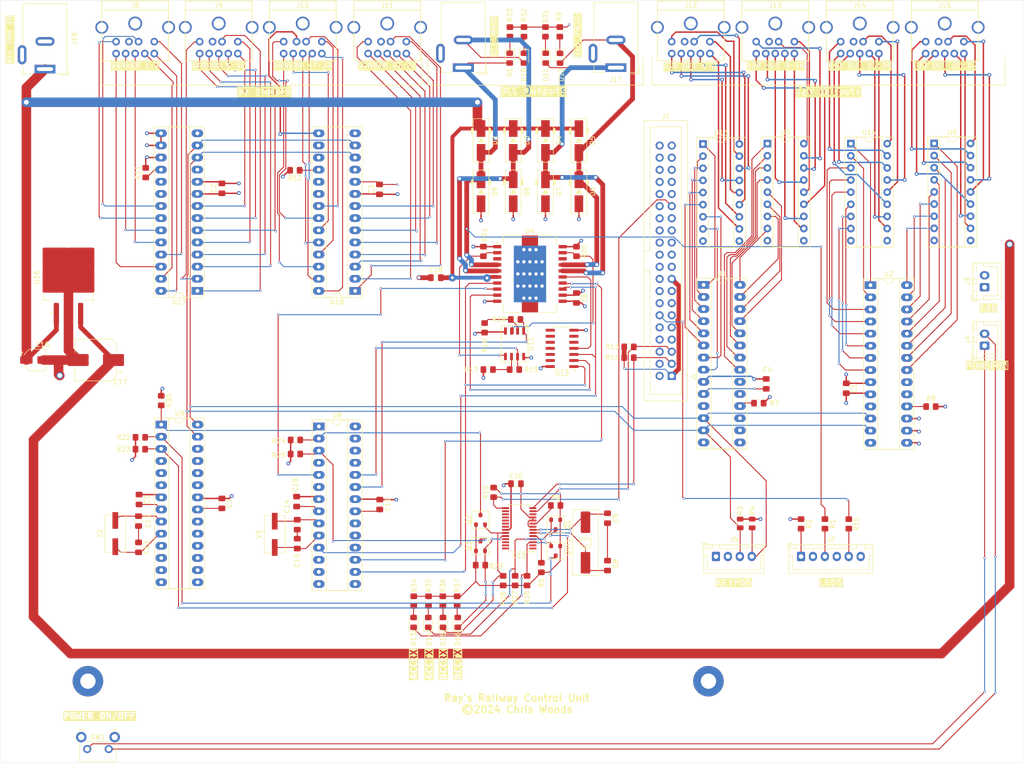
<source format=kicad_pcb>
(kicad_pcb (version 20240108) (generator "pcbnew") (generator_version "8.0")
  (title_block (title "Ray's Railway") (date "2019-11-09") (rev "1.0"))
  (layers (0 "F.Cu" signal) (1 "In1.Cu" power) (2 "In2.Cu" power) (31 "B.Cu" signal) (34 "B.Paste" user) (35 "F.Paste" user) (36 "B.SilkS" user "B.Silkscreen") (37 "F.SilkS" user "F.Silkscreen") (38 "B.Mask" user) (39 "F.Mask" user) (44 "Edge.Cuts" user))
  (net 0 "")
  (net 1 "Net-(U9-AREF)")
  (net 2 "Net-(U8-AREF)")
  (net 3 "DCC_MAIN+")
  (net 10 "RESET")
  (net 14 "IRQ")
  (net 21 "GND")
  (net 22 "/ACC_DEC_SCL")
  (net 23 "/ACC_DEC_SDA")
  (net 24 "+5V")
  (net 25 "+12V")
  (net 26 "DCC_MAIN-")
  (net 29 "/12VOUT_8")
  (net 30 "/12VOUT_7")
  (net 31 "/12VOUT_6")
  (net 32 "/12VOUT_5")
  (net 33 "/12VOUT_4")
  (net 34 "/12VOUT_3")
  (net 35 "/12VOUT_2")
  (net 36 "/12VOUT_1")
  (net 37 "/12VOUT_16")
  (net 38 "/12VOUT_15")
  (net 39 "/12VOUT_14")
  (net 40 "/12VOUT_13")
  (net 41 "/12VOUT_12")
  (net 42 "/12VOUT_11")
  (net 43 "/12VOUT_10")
  (net 44 "/12VOUT_9")
  (net 45 "/12VOUT_24")
  (net 46 "/12VOUT_23")
  (net 47 "/12VOUT_22")
  (net 48 "/12VOUT_21")
  (net 49 "/12VOUT_20")
  (net 50 "/12VOUT_19")
  (net 51 "/12VOUT_18")
  (net 52 "/12VOUT_17")
  (net 53 "/12VOUT_32")
  (net 54 "/12VOUT_31")
  (net 55 "/12VOUT_30")
  (net 56 "/12VOUT_29")
  (net 57 "/12VOUT_28")
  (net 58 "/12VOUT_27")
  (net 59 "/12VOUT_26")
  (net 60 "/12VOUT_25")
  (net 64 "/SENSOR_16")
  (net 65 "/SENSOR_15")
  (net 66 "/SENSOR_14")
  (net 67 "/SENSOR_13")
  (net 68 "/SENSOR_12")
  (net 69 "/SENSOR_11")
  (net 70 "/SENSOR_10")
  (net 71 "/SENSOR_8")
  (net 72 "/SENSOR_9")
  (net 73 "/SENSOR_7")
  (net 74 "/SENSOR_6")
  (net 75 "/SENSOR_5")
  (net 76 "/SENSOR_4")
  (net 77 "/SENSOR_3")
  (net 78 "/SENSOR_2")
  (net 79 "/SENSOR_1")
  (net 80 "/SENSOR_32")
  (net 81 "/SENSOR_31")
  (net 82 "/SENSOR_30")
  (net 83 "/SENSOR_29")
  (net 84 "/SENSOR_28")
  (net 85 "/SENSOR_27")
  (net 86 "/SENSOR_26")
  (net 87 "/SENSOR_24")
  (net 88 "/SENSOR_25")
  (net 89 "/SENSOR_23")
  (net 90 "/SENSOR_22")
  (net 91 "/SENSOR_21")
  (net 92 "/SENSOR_20")
  (net 93 "/SENSOR_19")
  (net 94 "/SENSOR_18")
  (net 95 "/SENSOR_17")
  (net 96 "DCC_PROG+")
  (net 97 "DCC_PROG-")
  (net 98 "/ACC_DEC_SER_RX")
  (net 99 "/ACC_DEC_SER_TX")
  (net 133 "Net-(U10-I2C{slash}~{SPI})")
  (net 134 "RDY_LED")
  (net 135 "+3V3")
  (net 136 "RPI_SCL")
  (net 137 "RPI_SDA")
  (net 138 "/ACC_DEC_SER_TX_33")
  (net 139 "/BASESTATION_RX_33")
  (net 140 "/ACC_DEC_SER_RX_33")
  (net 141 "Net-(U10-XTAL1)")
  (net 142 "/BASESTATION_TX_33")
  (net 143 "Net-(U10-XTAL2)")
  (net 144 "Net-(U10-~{RESET})")
  (net 154 "Net-(J2-Pin_1)")
  (net 155 "Net-(J2-Pin_3)")
  (net 156 "Net-(J2-Pin_5)")
  (net 157 "BASESTATION_RX")
  (net 158 "Net-(U1-~{RESET})")
  (net 159 "Net-(U2-~{RESET})")
  (net 160 "Net-(U17-~{RESET})")
  (net 161 "Net-(U18-~{RESET})")
  (net 162 "/a15")
  (net 163 "/a10")
  (net 164 "/a14")
  (net 165 "/a9")
  (net 166 "/a13")
  (net 167 "/a8")
  (net 168 "/a12")
  (net 169 "/a11")
  (net 170 "/b8")
  (net 171 "/b13")
  (net 172 "/b10")
  (net 173 "/b12")
  (net 174 "/b11")
  (net 175 "/b14")
  (net 176 "/b15")
  (net 177 "/b9")
  (net 178 "DIRA")
  (net 179 "SNS1")
  (net 180 "DIRB")
  (net 181 "BASESTATION_TX")
  (net 182 "EN_B")
  (net 183 "Net-(U8-XTAL1{slash}PB6)")
  (net 184 "SNS0")
  (net 185 "Net-(U8-XTAL2{slash}PB7)")
  (net 186 "EN_A")
  (net 187 "Net-(U9-XTAL2{slash}PB7)")
  (net 188 "Net-(U9-XTAL1{slash}PB6)")
  (net 189 "Net-(U11A--)")
  (net 190 "Net-(U11B--)")
  (net 191 "/a6")
  (net 192 "/a1")
  (net 193 "/a0")
  (net 194 "/a4")
  (net 195 "/a3")
  (net 196 "/a7")
  (net 197 "/a5")
  (net 198 "/a2")
  (net 199 "/b1")
  (net 200 "/b7")
  (net 201 "/b5")
  (net 202 "/b0")
  (net 203 "/b6")
  (net 204 "/b4")
  (net 205 "/b3")
  (net 206 "/b2")
  (net 223 "Net-(U11A-+)")
  (net 224 "Net-(U11B-+)")
  (net 225 "~{DIRA}")
  (net 228 "~{DIRB}")
  (net 231 "Net-(C8-Pad2)")
  (net 232 "Net-(C12-Pad1)")
  (net 233 "Net-(C14-Pad1)")
  (net 241 "+Vmot")
  (net 242 "Net-(J4-Pin_2)")
  (net 243 "Net-(J4-Pin_1)")
  (net 244 "Net-(D12-K)")
  (net 245 "Net-(D11-K)")
  (net 246 "Net-(D10-K)")
  (net 247 "Net-(D1-K)")
  (net 248 "Net-(D13-A)")
  (net 249 "Net-(D14-A)")
  (net 250 "Net-(D15-A)")
  (net 251 "Net-(D16-A)")
  (footprint "MountingHole:MountingHole_3.2mm_M3_Pad" (layer "F.Cu") (at 163.275 158.705 90)
    (property "Reference" "H3" (hide yes))
    (property "Value" "MountingHole_Pad" (hide yes))
  )
  (footprint "MountingHole:MountingHole_3.2mm_M3_Pad" (layer "F.Cu") (at 33.275 158.705)
    (property "Reference" "H6" (hide yes))
    (property "Value" "MountingHole_Pad")
  )
  (footprint "railway_footprints:minidin_9_pcb_mount" (layer "F.Cu") (at 43.18 22.47)
    (property "Reference" "J8")
    (property "Value" "SENSOR_1-8")
  )
  (footprint "railway_footprints:minidin_9_pcb_mount" (layer "F.Cu") (at 78.28 22.47)
    (property "Reference" "J10")
    (property "Value" "SENSOR_17-24")
  )
  (footprint "railway_footprints:minidin_9_pcb_mount" (layer "F.Cu") (at 95.98 22.47)
    (property "Reference" "J11")
    (property "Value" "SENSOR_25-32")
  )
  (footprint "railway_footprints:minidin_9_pcb_mount" (layer "F.Cu") (at 60.68 22.47)
    (property "Reference" "J9")
    (property "Value" "SENSOR_9-16")
  )
  (footprint "railway_footprints:minidin_9_pcb_mount" (layer "F.Cu") (at 177.28 22.47)
    (property "Reference" "J13")
    (property "Value" "12V_OUT_9-16")
  )
  (footprint "railway_footprints:minidin_9_pcb_mount" (layer "F.Cu") (at 194.98 22.47)
    (property "Reference" "J14")
    (property "Value" "12V_OUT_17-24")
  )
  (footprint "railway_footprints:minidin_9_pcb_mount" (layer "F.Cu") (at 212.78 22.47)
    (property "Reference" "J15")
    (property "Value" "12V_OUT_25-32")
  )
  (footprint "Connector_BarrelJack:BarrelJack_Wuerth_6941xx301002" (layer "F.Cu") (at 111.93 30.17 180)
    (property "Reference" "J16" (hide yes))
    (property "Value" "DCC_MAIN")
  )
  (footprint "Connector_BarrelJack:BarrelJack_Wuerth_6941xx301002" (layer "F.Cu") (at 143.89 30.17 180)
    (property "Reference" "J17")
    (property "Value" "DCC_PROG")
  )
  (footprint "Connector_BarrelJack:BarrelJack_Wuerth_6941xx301002" (layer "F.Cu") (at 24.28 30.47 180)
    (property "Reference" "J18")
    (property "Value" "DCC_PWR_IN")
  )
  (footprint "railway_footprints:minidin_9_pcb_mount" (layer "F.Cu") (at 159.58 22.47)
    (property "Reference" "J12")
    (property "Value" "12V_OUT_1-8" (hide yes))
  )
  (footprint "PCM_Package_TO_SOT_SMD_AKL:SOT-23" (layer "F.Cu") (at 131.2675 131.395 -90)
    (property "Reference" "Q4")
    (property "Value" "BSS138" (hide yes))
  )
  (footprint "Resistor_SMD:R_0805_2012Metric_Pad1.20x1.40mm_HandSolder" (layer "F.Cu") (at 135.63 68.67 -90)
    (property "Reference" "R20")
    (property "Value" "15")
  )
  (footprint "LED_SMD:LED_0805_2012Metric_Pad1.15x1.40mm_HandSolder" (layer "F.Cu") (at 132.18 28.195 -90)
    (property "Reference" "D12")
    (property "Value" "LED")
  )
  (footprint "Package_DIP:DIP-18_W7.62mm_Socket" (layer "F.Cu") (at 193.1025 46.09)
    (property "Reference" "U14")
    (property "Value" "ULN2803A")
  )
  (footprint "Resistor_SMD:R_0805_2012Metric_Pad1.20x1.40mm_HandSolder" (layer "F.Cu") (at 107.63 141.92 90)
    (property "Reference" "R36")
    (property "Value" "1k")
  )
  (footprint "LED_SMD:LED_0805_2012Metric_Pad1.15x1.40mm_HandSolder" (layer "F.Cu") (at 104.583333 146.385 90)
    (property "Reference" "D14")
    (property "Value" "LED")
  )
  (footprint "Resistor_SMD:R_0805_2012Metric_Pad1.20x1.40mm_HandSolder" (layer "F.Cu") (at 76.63 51.67 180)
    (property "Reference" "R12")
    (property "Value" "10k")
  )
  (footprint "Resistor_SMD:R_0805_2012Metric_Pad1.20x1.40mm_HandSolder" (layer "F.Cu") (at 116.13 68.67 -90)
    (property "Reference" "R21")
    (property "Value" "15")
  )
  (footprint "PCM_Crystal_Handsoldering_AKL:Crystal_SMD_HC49-SD" (layer "F.Cu") (at 137.5175 129.645 90)
    (property "Reference" "Y1")
    (property "Value" "14.7456MHz" (hide yes))
  )
  (footprint "Resistor_SMD:R_0805_2012Metric_Pad1.20x1.40mm_HandSolder" (layer "F.Cu") (at 209.88 101.17)
    (property "Reference" "R8")
    (property "Value" "10k")
  )
  (footprint "Resistor_SMD:R_0805_2012Metric_Pad1.20x1.40mm_HandSolder" (layer "F.Cu") (at 118.2675 119.145 90)
    (property "Reference" "R10")
    (property "Value" "1k")
  )
  (footprint "Package_TO_SOT_SMD:TO-263-2" (layer "F.Cu") (at 29.205 74.095 90)
    (property "Reference" "U16")
    (property "Value" "L7812")
  )
  (footprint "PCM_Package_SO_AKL:SSOP-8_3.9x5.05mm_P1.27mm" (layer "F.Cu") (at 122.655 88.015 -90)
    (property "Reference" "U11")
    (property "Value" "LMV358AQDRQ1" (hide yes))
  )
  (footprint "Package_DIP:DIP-18_W7.62mm_Socket" (layer "F.Cu") (at 210.565 46.05)
    (property "Reference" "U6")
    (property "Value" "ULN2803A")
  )
  (footprint "Resistor_SMD:R_0805_2012Metric_Pad1.20x1.40mm_HandSolder" (layer "F.Cu") (at 132.13 22.67 90)
    (property "Reference" "R9")
    (property "Value" "10k")
  )
  (footprint "PCM_Diode_SMD_AKL:D_SMA_Handsoldering" (layer "F.Cu") (at 129.13 56.17 -90)
    (property "Reference" "D7")
    (property "Value" "SS14")
  )
  (footprint "Crystal:Crystal_SMD_ECS_CSM3X-2Pin_7.6x4.1mm" (layer "F.Cu") (at 72.41 127.94 90)
    (property "Reference" "Y3")
    (property "Value" "16MHz")
  )
  (footprint "Capacitor_SMD:C_0805_2012Metric_Pad1.18x1.45mm_HandSolder" (layer "F.Cu") (at 142.13 124.5575 -90)
    (property "Reference" "C9")
    (property "Value" "30pF")
  )
  (footprint "Resistor_SMD:R_0805_2012Metric_Pad1.20x1.40mm_HandSolder" (layer "F.Cu") (at 45.38 52.17 90)
    (property "Reference" "R11")
    (property "Value" "10k")
  )
  (footprint "Package_SO:SOIC-14_3.9x8.7mm_P1.27mm" (layer "F.Cu") (at 132.605 88.98 180)
    (property "Reference" "U12")
    (property "Value" "74LS04")
  )
  (footprint "Capacitor_SMD:CP_Elec_8x10.5" (layer "F.Cu") (at 34.93 91.42 180)
    (property "Reference" "C17")
    (property "Value" "10µF")
  )
  (footprint "Capacitor_SMD:C_0805_2012Metric_Pad1.18x1.45mm_HandSolder" (layer "F.Cu") (at 77 121.0725 -90)
    (property "Reference" "C19")
    (property "Value" "100nF")
  )
  (footprint "Capacitor_SMD:CP_Elec_4x4.5" (layer "F.Cu") (at 22.18 91.42)
    (property "Reference" "C16")
    (property "Value" "100µF")
  )
  (footprint "Capacitor_SMD:C_0805_2012Metric_Pad1.18x1.45mm_HandSolder" (layer "F.Cu") (at 122.95 117.3325)
    (property "Reference" "C10")
    (property "Value" "100nF")
  )
  (footprint "Connector_JST:JST_XH_B2B-XH-A_1x02_P2.50mm_Vertical" (layer "F.Cu") (at 221.13 76.17 90)
    (property "Reference" "J3")
    (property "Value" "FAN")
  )
  (footprint "Capacitor_SMD:C_0805_2012Metric_Pad1.18x1.45mm_HandSolder" (layer "F.Cu") (at 192.15 97.33 -90)
    (property "Reference" "C1")
    (property "Value" "100nF")
  )
  (footprint "Resistor_SMD:R_0805_2012Metric_Pad1.20x1.40mm_HandSolder" (layer "F.Cu") (at 104.63 141.92 90)
    (property "Reference" "R35")
    (property "Value" "1k")
  )
  (footprint "Resistor_SMD:R_0805_2012Metric_Pad1.20x1.40mm_HandSolder" (layer "F.Cu") (at 115.5175 134.395)
    (property "Reference" "R29")
    (property "Value" "10k")
  )
  (footprint "Resistor_SMD:R_0805_2012Metric" (layer "F.Cu") (at 169.93 125.6575 90)
    (property "Reference" "R3")
    (property "Value" "10k")
  )
  (footprint "Resistor_SMD:R_0805_2012Metric_Pad1.20x1.40mm_HandSolder" (layer "F.Cu") (at 128.2675 134.895 -90)
    (property "Reference" "R5")
    (property "Value" "10k")
  )
  (footprint "Package_DIP:DIP-28_W7.62mm_Socket_LongPads" (layer "F.Cu") (at 48.64 104.95)
    (property "Reference" "U9")
    (property "Value" "ATmega328-P (ACC)")
  )
  (footprint "Resistor_SMD:R_0805_2012Metric_Pad1.20x1.40mm_HandSolder" (layer "F.Cu") (at 121.68 22.67 90)
    (property "Reference" "R33")
    (property "Value" "10k")
  )
  (footprint "Package_DIP:DIP-18_W7.62mm_Socket" (layer "F.Cu") (at 175.63 46.09)
    (property "Reference" "U5")
    (property "Value" "ULN2803A")
  )
  (footprint "Resistor_SMD:R_0805_2012Metric_Pad1.20x1.40mm_HandSolder" (layer "F.Cu") (at 131.2675 121.895)
    (property "Reference" "R6")
    (property "Value" "1k")
  )
  (footprint "Capacitor_SMD:C_0805_2012Metric_Pad1.18x1.45mm_HandSolder" (layer "F.Cu") (at 77.13 129.8825 -90)
    (property "Reference" "C15")
    (property "Value" "22pF")
  )
  (footprint "LED_SMD:LED_0805_2012Metric_Pad1.15x1.40mm_HandSolder" (layer "F.Cu") (at 101.5 146.385 90)
    (property "Reference" "D13")
    (property "Value" "LED")
  )
  (footprint "Resistor_SMD:R_0805_2012Metric_Pad1.20x1.40mm_HandSolder" (layer "F.Cu") (at 116.38 84.67 90)
    (property "Reference" "R16")
    (property "Value" "1K")
  )
  (footprint "Resistor_SMD:R_0805_2012Metric_Pad1.20x1.40mm_HandSolder" (layer "F.Cu") (at 182.68 125.745 -90)
    (property "Reference" "R2")
    (property "Value" "220 1/8W")
  )
  (footprint "Package_DIP:DIP-28_W7.62mm_Socket_LongPads" (layer "F.Cu") (at 197.23 75.74)
    (property "Reference" "U2")
    (property "Value" "MCP23017-E_SP")
  )
  (footprint "Resistor_SMD:R_0805_2012Metric_Pad1.20x1.40mm_HandSolder" (layer "F.Cu") (at 122.7675 137.645 90)
    (property "Reference" "R27")
    (property "Value" "10k")
  )
  (footprint "Capacitor_SMD:C_0805_2012Metric_Pad1.18x1.45mm_HandSolder" (layer "F.Cu") (at 142.13 134.485 90)
    (property "Reference" "C8")
    (property "Value" "30pF")
  )
  (footprint "Resistor_SMD:R_0805_2012Metric_Pad1.20x1.40mm_HandSolder" (layer "F.Cu") (at 120.2675 137.645 90)
    (property "Reference" "R28")
    (property "Value" "10k")
  )
  (footprint "Resistor_SMD:R_0805_2012Metric_Pad1.20x1.40mm_HandSolder" (layer "F.Cu") (at 192.68 125.745 -90)
    (property "Reference" "R15")
    (property "Value" "160 1/8W")
  )
  (footprint "Resistor_SMD:R_0805_2012Metric_Pad1.20x1.40mm_HandSolder" (layer "F.Cu") (at 122.88 82.92)
    (property "Reference" "R18")
    (property "Value" "10K")
  )
  (footprint "Resistor_SMD:R_0805_2012Metric_Pad1.20x1.40mm_HandSolder" (layer "F.Cu") (at 76.75 111.11)
    (property "Reference" "R25")
    (property "Value" "10k")
  )
  (footprint "Package_DIP:DIP-28_W7.62mm_Socket_LongPads" (layer "F.Cu") (at 81.66 105.33)
    (property "Reference" "U8")
    (property "Value" "ATmega328-P (DCC)")
  )
  (footprint "Capacitor_SMD:C_0805_2012Metric_Pad1.18x1.45mm_HandSolder" (layer "F.Cu") (at 77.13 125.92 90)
    (property "Reference" "C14")
    (property "Value" "22pF")
  )
  (footprint "Resistor_SMD:R_0805_2012Metric_Pad1.20x1.40mm_HandSolder" (layer "F.Cu") (at 101.53 141.92 90)
    (property "Reference" "R34")
    (property "Value" "1k")
  )
  (footprint "Capacitor_SMD:C_0805_2012Metric_Pad1.18x1.45mm_HandSolder" (layer "F.Cu") (at 135.63 78.42 -90)
    (property "Reference" "C6")
    (property "Value" "100nF")
  )
  (footprint "Package_SO:TSSOP-28_4.4x9.7mm_P0.65mm" (layer "F.Cu") (at 123.63 126.67 180)
    (property "Reference" "U10")
    (property "Value" "SC16IS752IPW")
  )
  (footprint "LED_SMD:LED_0805_2012Metric_Pad1.15x1.40mm_HandSolder" (layer "F.Cu") (at 110.75 146.385 90)
    (property "Reference" "D16")
    (property "Value" "LED")
  )
  (footprint "Button_Switch_THT:SW_Tactile_SKHH_Angled" (layer "F.Cu") (at 37.63 172.92 180)
    (property "Reference" "SW1")
    (property "Value" "SW_MEC_5G")
  )
  (footprint "Resistor_SMD:R_0805_2012Metric_Pad1.20x1.40mm_HandSolder" (layer "F.Cu") (at 76.75 108.16)
    (property "Reference" "R24")
    (property "Value" "10k")
  )
  (footprint "Capacitor_SMD:C_0805_2012Metric_Pad1.18x1.45mm_HandSolder" (layer "F.Cu") (at 61.34 121.46 -90)
    (property "Reference" "C7")
    (property "Value" "100nF")
  )
  (footprint "Capacitor_SMD:C_0805_2012Metric_Pad1.18x1.45mm_HandSolder" (layer "F.Cu") (at 43.88 125.17 90)
    (property "Reference" "C12")
    (property "Value" "30pF")
  )
  (footprint "PCM_Package_TO_SOT_SMD_AKL:SOT-23" (layer "F.Cu") (at 115.5175 130.395 90)
    (property "Reference" "Q3")
    (property "Value" "BSS138" (hide yes))
  )
  (footprint "PCM_Diode_SMD_AKL:D_SMA_Handsoldering" (layer "F.Cu") (at 136.13 56.17 -90)
    (property "Reference" "D6")
    (property "Value" "SS14")
  )
  (footprint "Connector_JST:JST_XH_B4B-XH-A_1x04_P2.50mm_Vertical" (layer "F.Cu") (at 164.85 132.58)
    (property "Reference" "J5")
    (property "Value" "KEYPAD")
  )
  (footprint "LED_SMD:LED_0805_2012Metric_Pad1.15x1.40mm_HandSolder" (layer "F.Cu") (at 129.18 28.17 -90)
    (property "Reference" "D11")
    (property "Value" "LED")
  )
  (footprint "Package_DIP:DIP-28_W7.62mm_Socket_LongPads" (layer "F.Cu") (at 56.205 76.94 180)
    (property "Reference" "U17")
    (property "Value" "MCP23017-E_SP")
  )
  (footprint "Capacitor_SMD:C_0805_2012Metric_Pad1.18x1.45mm_HandSolder" (layer "F.Cu") (at 94.36 55.67 90)
    (property "Reference" "C3")
    (property "Value" "100nF")
  )
  (footprint "Package_DIP:DIP-28_W7.62mm_Socket_LongPads" (layer "F.Cu") (at 89.25 76.94 180)
    (property "Reference" "U18")
    (property "Value" "MCP23017-E_SP")
  )
  (footprint "Connector_JST:JST_XH_B6B-XH-A_1x06_P2.50mm_Vertical" (layer "F.Cu") (at 182.67 132.58)
    (property "Reference" "J2")
    (property "Value" "LEDS")
  )
  (footprint "Crystal:Crystal_SMD_ECS_CSM3X-2Pin_7.6x4.1mm" (layer "F.Cu") (at 39.01 127.7825 90)
    (property "Reference" "Y2")
    (property "Value" "16MHz")
  )
  (footprint "PCM_Diode_SMD_AKL:D_SMA_Handsoldering" (layer "F.Cu") (at 129.13 45.42 -90)
    (property "Reference" "D4")
    (property "Value" "SS14")
  )
  (footprint "Capacitor_SMD:C_0805_2012Metric_Pad1.18x1.45mm_HandSolder" (layer "F.Cu") (at 44 120.6475 -90)
    (property "Reference" "C5")
    (property "Value" "100nF")
  )
  (footprint "Package_DIP:DIP-28_W7.62mm_Socket_LongPads" (layer "F.Cu") (at 162.26 75.67)
    (property "Reference" "U1")
    (property "Value" "MCP23017-E_SP")
  )
  (footprint "Resistor_SMD:R_0805_2012Metric_Pad1.20x1.40mm_HandSolder" (layer "F.Cu") (at 110.63 141.92 90)
    (property "Reference" "R37")
    (property "Value" "1k")
  )
  (footprint "Resistor_SMD:R_0805_2012Metric_Pad1.20x1.40mm_HandSolder" (layer "F.Cu") (at 187.68 125.745 -90)
    (property "Reference" "R1")
    (property "Value" "10k")
  )
  (footprint "PCM_Diode_SMD_AKL:D_SMA_Handsoldering" (layer "F.Cu") (at 122.38 56.17 -90)
    (property "Reference" "D8")
    (property "Value" "SS14")
  )
  (footprint "Package_DIP:DIP-18_W7.62mm_Socket" (layer "F.Cu") (at 162.13 46.17)
    (property "Reference" "U13")
    (property "Value" "ULN2803A")
  )
  (footprint "LED_SMD:LED_0805_2012Metric_Pad1.15x1.40mm_HandSolder" (layer "F.Cu") (at 121.63 28.17 -90)
    (property "Reference" "D1")
    (property "Value" "LED")
  )
  (footprint "PCM_Diode_SMD_AKL:D_SMA_Handsoldering" (layer "F.Cu") (at 136.13 45.446 -90)
    (property "Reference" "D5")
    (property "Value" "SS14")
  )
  (footprint "Resistor_SMD:R_0805_2012Metric_Pad1.20x1.40mm_HandSolder" (layer "F.Cu") (at 117.13 93.42)
    (property "Reference" "R17")
    (property "Value" "1K")
  )
  (footprint "Capacitor_SMD:C_0805_2012Metric_Pad1.18x1.45mm_HandSolder" (layer "F.Cu") (at 175.38 96.42 -90)
    (property "Reference" "C4")
    (property "Value" "100nF")
  )
  (footprint "Package_SO:HSOP-20-1EP_11.0x15.9mm_P1.27mm_SlugDown_ThermalVias" (layer "F.Cu") (at 125.88 73.385)
    (property "Reference" "U4")
    (property "Value" "L298P")
  )
  (footprint "PCM_Diode_SMD_AKL:D_SMA_Handsoldering" (layer "F.Cu") (at 122.38 45.42 -90)
    (property "Reference" "D3")
    (property "Value" "SS14")
  )
  (footprint "Resistor_SMD:R_0805_2012Metric" (layer "F.Cu") (at 172.43 125.6575 90)
    (property "Reference" "R4")
    (property "Value" "10k")
  )
  (footprint "Connector_JST:JST_XH_B2B-XH-A_1x02_P2.50mm_Vertical" (layer "F.Cu") (at 221.13 88.42 90)
    (property "Reference" "J4")
    (property "Value" "POWERON")
  )
  (footprint "Capacitor_SMD:C_0805_2012Metric_Pad1.18x1.45mm_HandSolder" (layer "F.Cu") (at 61.34 55.4575 90)
    (property "Reference" "C2")
    (property "Value" "100nF")
  )
  (footprint "LED_SMD:LED_0805_2012Metric_Pad1.15x1.40mm_HandSolder" (layer "F.Cu") (at 107.666666 146.385 90)
    (property "Reference" "D15")
    (property "Value" "LED")
  )
  (footprint "PCM_Diode_SMD_AKL:D_SMA_Handsoldering" (layer "F.Cu") (at 115.63 56.17 -90)
    (property "Reference" "D9")
    (property "Value" "SS14")
  )
  (footprint "LED_SMD:LED_0805_2012Metric_Pad1.15x1.40mm_HandSolder" (layer "F.Cu") (at 124.63 28.17 -90)
    (property "Reference" "D10")
    (property "Value" "LED")
  )
  (footprint "railway_footprints:IDC-Header_2x20_P2.54mm_Vertical_reversed" (layer "F.Cu") (at 153.05 46.49)
    (property "Reference" "J1")
    (property "Value" "Raspberry_Pi_2_3")
  )
  (footprint "Resistor_SMD:R_0805_2012Metric_Pad1.20x1.40mm_HandSolder" (layer "F.Cu") (at 129.13 22.67 90)
    (property "Reference" "R31")
    (property "Value" "10k")
  )
  (footprint "PCM_Package_TO_SOT_SMD_AKL:SOT-23" (layer "F.Cu") (at 115.5175 124.895 90)
    (property "Reference" "Q2")
    (property "Value" "BSS138" (hide yes))
  )
  (footprint "Resistor_SMD:R_0805_2012Metric_Pad1.20x1.40mm_HandSolder" (layer "F.Cu") (at 146.63 88.67)
    (property "Reference" "R13")
    (property "Value" "10k")
  )
  (footprint "Resistor_SMD:R_0805_2012Metric_Pad1.20x1.40mm_HandSolder" (layer "F.Cu") (at 44.25 107.61)
    (property "Reference" "R22")
    (property "Value" "10k")
  )
  (footprint "Resistor_SMD:R_0805_2012Metric_Pad1.20x1.40mm_HandSolder" (layer "F.Cu") (at 125.2675 137.645 90)
    (property "Reference" "R26")
    (property "Value" "10k")
  )
  (footprint "Resistor_SMD:R_0805_2012Metric_Pad1.20x1.40mm_HandSolder" (layer "F.Cu") (at 48.63 99.92 -90)
    (property "Reference" "R30")
    (property "Value" "10k")
  )
  (footprint "Capacitor_SMD:C_0805_2012Metric_Pad1.18x1.45mm_HandSolder" (layer "F.Cu") (at 43.88 130.67 -90)
    (property "Reference" "C13")
    (property "Value" "30pF")
  )
  (footprint "Resistor_SMD:R_0805_2012Metric_Pad1.20x1.40mm_HandSolder" (layer "F.Cu") (at 173.83 100.46)
    (property "Reference" "R7")
    (property "Value" "10k")
  )
  (footprint "PCM_Package_TO_SOT_SMD_AKL:SOT-23" (layer "F.Cu") (at 131.2675 125.895 -90)
    (property "Reference" "Q1")
    (property "Value" "BSS138" (hide yes))
  )
  (footprint "Resistor_SMD:R_0805_2012Metric_Pad1.20x1.40mm_HandSolder" (layer "F.Cu") (at 124.63 22.67 90)
    (property "Reference" "R32")
    (property "Value" "10k")
  )
  (footprint "Resistor_SMD:R_0805_2012Metric_Pad1.20x1.40mm_HandSolder" (layer "F.Cu") (at 44.25 110.11)
    (property "Reference" "R23")
    (property "Value" "10k")
  )
  (footprint "PCM_Diode_SMD_AKL:D_SMA_Handsoldering" (layer "F.Cu") (at 115.63 45.42 -90)
    (property "Reference" "D2")
    (property "Value" "SS14")
  )
  (footprint "Resistor_SMD:R_0805_2012Metric_Pad1.20x1.40mm_HandSolder" (layer "F.Cu") (at 122.63 93.42)
    (property "Reference" "R19")
    (property "Value" "10K")
  )
  (footprint "Resistor_SMD:R_0805_2012Metric_Pad1.20x1.40mm_HandSolder" (layer "F.Cu") (at 146.63 90.92)
    (property "Reference" "R14")
    (property "Value" "10k")
  )
  (footprint "Capacitor_SMD:C_0805_2012Metric_Pad1.18x1.45mm_HandSolder" (layer "F.Cu") (at 106.1675 74.17)
    (property "Reference" "C18")
    (property "Value" "100nF")
  )
  (footprint "Capacitor_SMD:C_0805_2012Metric_Pad1.18x1.45mm_HandSolder" (layer "F.Cu") (at 94.41 121.6925 -90)
    (property "Reference" "C11")
    (property "Value" "100nF")
  )
  (gr_line (start 35.94 33.83) (end 103.25 33.83) (stroke (width 0.12)) (layer "F.SilkS"))
  (gr_line (start 103.25 33.83) (end 103.25 28.115) (stroke (width 0.12)) (layer "F.SilkS"))
  (gr_line (start 35.94 33.83) (end 35.94 28.115) (stroke (width 0.12)) (layer "F.SilkS"))
  (gr_line (start 104.52 33.83) (end 104.52 28.115) (stroke (width 0.12)) (layer "F.SilkS"))
  (gr_line (start 104.52 33.83) (end 149.605 33.83) (stroke (width 0.12)) (layer "F.SilkS"))
  (gr_line (start 149.605 33.83) (end 149.605 28.115) (stroke (width 0.12)) (layer "F.SilkS"))
  (gr_line (start 225.38 33.83) (end 151.51 33.83) (stroke (width 0.12)) (layer "F.SilkS"))
  (gr_line (start 225.38 33.83) (end 225.38 28.115) (stroke (width 0.12)) (layer "F.SilkS"))
  (gr_line (start 151.51 33.83) (end 151.51 28.115) (stroke (width 0.12)) (layer "F.SilkS"))
  (gr_line (start 229.38 16.07) (end 229.38 175.81) (stroke (width 0.05)) (layer "Edge.Cuts"))
  (gr_line (start 14.88 16.07) (end 14.88 175.81) (stroke (width 0.05)) (layer "Edge.Cuts"))
  (gr_line (start 14.88 16.07) (end 229.38 16.07) (stroke (width 0.05)) (layer "Edge.Cuts"))
  (gr_line (start 229.38 175.81) (end 14.88 175.81) (stroke (width 0.05)) (layer "Edge.Cuts"))
  (gr_text "DCCRX\n" (at 108.75 158.36 90) (layer "F.SilkS" knockout) (effects (font (size 1.5 1.5) (thickness 0.3) (bold yes)) (justify left bottom)))
  (gr_text "ACCRX" (at 102.5 158.36 90) (layer "F.SilkS" knockout) (effects (font (size 1.5 1.5) (thickness 0.3) (bold yes)) (justify left bottom)))
  (gr_text "12v outputs" (at 188.38 35.17 0) (layer "F.SilkS" knockout) (effects (font (size 1.5 1.5) (thickness 0.3))))
  (gr_text "POWER ON/OFF" (at 28.13 166.92 0) (layer "F.SilkS" knockout) (effects (font (size 1.5 1.5) (thickness 0.3) (bold yes)) (justify left bottom)))
  (gr_text "ACCTX\n" (at 105.75 158.36 90) (layer "F.SilkS" knockout) (effects (font (size 1.5 1.5) (thickness 0.3) (bold yes)) (justify left bottom)))
  (gr_text "5v Inputs" (at 70.23 35.17 0) (layer "F.SilkS" knockout) (effects (font (size 1.5 1.5) (thickness 0.3))))
  (gr_text "DCC Outputs" (at 126.63 35.1 0) (layer "F.SilkS" knockout) (effects (font (size 1.5 1.5) (thickness 0.3))))
  (gr_text "Ray's Railway Control Unit\n©2024 Chris Woods" (at 123.13 163.42 0) (layer "F.SilkS") (effects (font (size 1.5 1.5) (thickness 0.3))))
  (gr_text "DCCTX" (at 111.75 158.36 90) (layer "F.SilkS" knockout) (effects (font (size 1.5 1.5) (thickness 0.3) (bold yes)) (justify left bottom)))
  (gr_text "12V_OUT_1-8" (at 159.38 29.92 0) (layer "F.SilkS" knockout) (effects (font (size 1.2 1.2))))
  (segment (start 61.34 122.4975) (end 56.4925 122.4975) (width 0.2) (layer "F.Cu") (net 1))
  (segment (start 56.4925 122.4975) (end 56.26 122.73) (width 0.2) (layer "F.Cu") (net 1))
  (segment (start 89.28 123.11) (end 94.03 123.11) (width 0.2) (layer "F.Cu") (net 2))
  (segment (start 94.03 123.11) (end 94.41 122.73) (width 0.2) (layer "F.Cu") (net 2))
  (segment (start 118.63 46.92) (end 118.63 44.92) (width 1) (layer "F.Cu") (net 3))
  (segment (start 187.68 122.47) (end 187.68 124.745) (width 0.2) (layer "F.Cu") (net 3))
  (segment (start 112.63 54.17) (end 113.13 53.67) (width 1) (layer "F.Cu") (net 3))
  (segment (start 115.63 53.67) (end 115.63 47.92) (width 1) (layer "F.Cu") (net 3))
  (segment (start 112.905 29.195) (end 111.93 30.17) (width 0.2) (layer "F.Cu") (net 3))
  (segment (start 113.69 71.48) (end 113.63 71.42) (width 1) (layer "F.Cu") (net 3))
  (segment (start 113.13 53.67) (end 115.63 53.67) (width 1) (layer "F.Cu") (net 3))
  (segment (start 117.63 47.92) (end 118.63 46.92) (width 1) (layer "F.Cu") (net 3))
  (segment (start 186.88 121.67) (end 187.68 122.47) (width 0.2) (layer "F.Cu") (net 3))
  (segment (start 119.03 71.48) (end 113.69 71.48) (width 1) (layer "F.Cu") (net 3))
  (segment (start 112.63 69.42) (end 112.63 63.92) (width 1) (layer "F.Cu") (net 3))
  (segment (start 115.63 47.92) (end 117.63 47.92) (width 1) (layer "F.Cu") (net 3))
  (segment (start 112.63 63.92) (end 112.63 54.17) (width 1) (layer "F.Cu") (net 3))
  (segment (start 121.63 29.195) (end 112.905 29.195) (width 0.2) (layer "F.Cu") (net 3))
  (segment (start 186.88 67.72) (end 186.88 121.67) (width 0.2) (layer "F.Cu") (net 3))
  (via (at 186.88 67.67) (size 0.5) (drill 0.3) (layers "F.Cu" "B.Cu") (net 3))
  (via (at 112.63 69.42) (size 0.8) (drill 0.6) (layers "F.Cu" "B.Cu") (net 3))
  (via (at 118.63 44.92) (size 0.8) (drill 0.6) (layers "F.Cu" "B.Cu") (net 3))
  (via (at 112.63 63.92) (size 0.5) (drill 0.3) (layers "F.Cu" "B.Cu") (net 3))
  (via (at 113.63 71.42) (size 0.8) (drill 0.6) (layers "F.Cu" "B.Cu") (net 3))
  (segment (start 114.37 65.66) (end 156.066346 65.66) (width 0.2) (layer "B.Cu") (net 3))
  (segment (start 118.63 44.92) (end 118.63 36.87) (width 1) (layer "B.Cu") (net 3))
  (segment (start 156.066346 65.66) (end 158.076346 67.67) (width 0.2) (layer "B.Cu") (net 3))
  (segment (start 113.63 71.42) (end 113.63 70.42) (width 1) (layer "B.Cu") (net 3))
  (segment (start 112.63 63.92) (end 114.37 65.66) (width 0.2) (layer "B.Cu") (net 3))
  (segment (start 118.63 36.87) (end 111.93 30.17) (width 1) (layer "B.Cu") (net 3))
  (segment (start 113.63 70.42) (end 112.63 69.42) (width 1) (layer "B.Cu") (net 3))
  (segment (start 158.076346 67.67) (end 186.88 67.67) (width 0.2) (layer "B.Cu") (net 3))
  (segment (start 48.64 101.18) (end 48.64 104.95) (width 0.2) (layer "F.Cu") (net 10))
  (segment (start 48.63 101.17) (end 48.64 101.18) (width 0.2) (layer "F.Cu") (net 10))
  (segment (start 48.63 100.92) (end 48.63 101.17) (width 0.2) (layer "F.Cu") (net 10))
  (segment (start 49.86 106.17) (end 80.82 106.17) (width 0.2) (layer "B.Cu") (net 10))
  (segment (start 80.82 106.17) (end 81.66 105.33) (width 0.2) (layer "B.Cu") (net 10))
  (segment (start 48.64 104.95) (end 49.86 106.17) (width 0.2) (layer "B.Cu") (net 10))
  (segment (start 119.785 120.145) (end 120.25 120.61) (width 0.2) (layer "F.Cu") (net 14))
  (segment (start 152.484365 57.86) (end 154.26 57.86) (width 0.2) (layer "F.Cu") (net 14))
  (segment (start 118.2675 121.8075) (end 118.905 122.445) (width 0.2) (layer "F.Cu") (net 14))
  (segment (start 118.2675 120.145) (end 119.785 120.145) (width 0.2) (layer "F.Cu") (net 14))
  (segment (start 144.5 120.61) (end 144.5 65.844365) (width 0.2) (layer "F.Cu") (net 14))
  (segment (start 154.26 57.86) (end 155.59 59.19) (width 0.2) (layer "F.Cu") (net 14))
  (segment (start 144.5 65.844365) (end 152.484365 57.86) (width 0.2) (layer "F.Cu") (net 14))
  (segment (start 118.905 122.445) (end 120.7675 122.445) (width 0.2) (layer "F.Cu") (net 14))
  (segment (start 118.2675 120.145) (end 118.2675 121.8075) (width 0.2) (layer "F.Cu") (net 14))
  (via (at 120.25 120.61) (size 0.5) (drill 0.3) (layers "F.Cu" "B.Cu") (net 14))
  (via (at 144.5 120.61) (size 0.5) (drill 0.3) (layers "F.Cu" "B.Cu") (net 14))
  (segment (start 120.25 120.61) (end 144.5 120.61) (width 0.2) (layer "B.Cu") (net 14))
  (segment (start 48.585 46.46) (end 48.585 43.92) (width 0.3) (layer "F.Cu") (net 21))
  (segment (start 31.23 91.42) (end 23.98 91.42) (width 2) (layer "F.Cu") (net 21))
  (segment (start 135.2725 79.1) (end 135.63 79.4575) (width 0.3) (layer "F.Cu") (net 21))
  (segment (start 94.41 120.655) (end 97.865 120.655) (width 0.3) (layer "F.Cu") (net 21))
  (segment (start 121.9125 117.3325) (end 120.7175 117.3325) (width 0.3) (layer "F.Cu") (net 21))
  (segment (start 135.63 79.4575) (end 136.6675 79.4575) (width 0.3) (layer "F.Cu") (net 21))
  (segment (start 97.865 120.655) (end 97.88 120.67) (width 0.3) (layer "F.Cu") (net 21))
  (segment (start 204.85 103.68) (end 207.37 103.68) (width 0.3) (layer "F.Cu") (net 21))
  (segment (start 77 122.11) (end 80.66 122.11) (width 0.2) (layer "F.Cu") (net 21))
  (segment (start 119.03 67.67) (end 116.13 67.67) (width 0.3) (layer "F.Cu") (net 21))
  (segment (start 80.66 122.11) (end 81.66 123.11) (width 0.2) (layer "F.Cu") (net 21))
  (segment (start 135.63 67.42) (end 136.63 66.42) (width 0.3) (layer "F.Cu") (net 21))
  (segment (start 114.049947 67.67) (end 114.03 67.650053) (width 0.3) (layer "F.Cu") (net 21))
  (segment (start 192.15 98.3675) (end 192.15 100.4) (width 0.3) (layer "F.Cu") (net 21))
  (segment (start 61.34 120.4225) (end 56.4925 120.4225) (width 0.3) (layer "F.Cu") (net 21))
  (segment (start 61 54.08) (end 56.205 54.08) (width 0.3) (layer "F.Cu") (net 21))
  (segment (start 136.6675 79.4575) (end 137.38 80.17) (width 0.3) (layer "F.Cu") (net 21))
  (segment (start 98.0925 54.6325) (end 98.13 54.67) (width 0.2) (layer "F.Cu") (net 21))
  (segment (start 48.585 46.46) (end 45.67 46.46) (width 0.3) (layer "F.Cu") (net 21))
  (segment (start 116.13 67.67) (end 114.049947 67.67) (width 0.3) (layer "F.Cu") (net 21))
  (segment (start 119.03 79.1) (end 116.45 79.1) (width 0.3) (layer "F.Cu") (net 21))
  (segment (start 136.13 58.67) (end 136.13 61.92) (width 0.3) (layer "F.Cu") (net 21))
  (segment (start 61.34 120.4225) (end 62.8775 120.4225) (width 0.3) (layer "F.Cu") (net 21))
  (segment (start 116.45 79.1) (end 116.38 79.17) (width 0.3) (layer "F.Cu") (net 21))
  (segment (start 175.38 97.4575) (end 172.9175 97.4575) (width 0.2) (layer "F.Cu") (net 21))
  (segment (start 115.63 58.67) (end 115.63 62.17) (width 0.3) (layer "F.Cu") (net 21))
  (segment (start 27.13 94.42) (end 27.38 94.67) (width 2) (layer "F.Cu") (net 21))
  (segment (start 120.7675 126.995) (end 121.504999 126.995) (width 0.3) (layer "F.Cu") (net 21))
  (segment (start 207.37 103.68) (end 207.38 103.67) (width 0.3) (layer "F.Cu") (net 21))
  (segment (start 135.08 85.17) (end 137.63 85.17) (width 0.3) (layer "F.Cu") (net 21))
  (segment (start 45.67 46.46) (end 45.63 46.42) (width 0.3) (layer "F.Cu") (net 21))
  (segment (start 61.34 54.42) (end 61 54.08) (width 0.3) (layer "F.Cu") (net 21))
  (segment (start 121.68 21.67) (end 133.63 21.67) (width 0.2) (layer "F.Cu") (net 21))
  (segment (start 196.9975 98.3675) (end 197.23 98.6) (width 0.3) (layer "F.Cu") (net 21))
  (segment (start 44 121.685) (end 47.595 121.685) (width 0.2) (layer "F.Cu") (net 21))
  (segment (start 47.595 121.685) (end 48.64 122.73) (width 0.2) (layer "F.Cu") (net 21))
  (segment (start 31.23 91.42) (end 29.205 89.395) (width 2) (layer "F.Cu") (net 21))
  (segment (start 120.75 85.54) (end 116.51 85.54) (width 0.3) (layer "F.Cu") (net 21))
  (segment (start 105.13 74.17) (end 102.63 74.17) (width 1) (layer "F.Cu") (net 21))
  (segment (start 62.8775 120.4225) (end 63.38 119.92) (width 0.3) (layer "F.Cu") (net 21))
  (segment (start 93.8075 54.08) (end 94.36 54.6325) (width 0.2) (layer "F.Cu") (net 21))
  (segment (start 48.585 43.92) (end 45.63 43.92) (width 0.3) (layer "F.Cu") (net 21))
  (segment (start 94.36 54.6325) (end 98.0925 54.6325) (width 0.2) (layer "F.Cu") (net 21))
  (segment (start 61.34 54.42) (end 64.88 54.42) (width 0.3) (layer "F.Cu") (net 21))
  (segment (start 135.63 67.67) (end 135.63 67.42) (width 0.3) (layer "F.Cu") (net 21))
  (segment (start 204.85 106.22) (end 207.18 106.22) (width 0.3) (layer "F.Cu") (net 21))
  (segment (start 120.7175 117.3325) (end 120.38 117.67) (width 0.3) (layer "F.Cu") (net 21))
  (segment (start 192.15 100.4) (end 192.13 100.42) (width 0.3) (layer "F.Cu") (net 21))
  (segment (start 192.15 98.3675) (end 196.9975 98.3675) (width 0.3) (layer "F.Cu") (net 21))
  (segment (start 133.63 21.67) (end 134.13 21.17) (width 0.2) (layer "F.Cu") (net 21))
  (segment (start 114.63 85.67) (end 114.38 85.92) (width 0.3) (layer "F.Cu") (net 21))
  (segment (start 129.13 58.67) (end 129.13 61.92) (width 0.3) (layer "F.Cu") (net 21))
  (segment (start 116.51 85.54) (end 116.38 85.67) (width 0.3) (layer "F.Cu") (net 21))
  (segment (start 27.13 91.42) (end 27.13 94.42) (width 2) (layer "F.Cu") (net 21))
  (segment (start 207.18 106.22) (end 207.38 106.42) (width 0.3) (layer "F.Cu") (net 21))
  (segment (start 29.205 89.395) (end 29.205 72.595) (width 2) (layer "F.Cu") (net 21))
  (segment (start 116.38 85.67) (end 114.63 85.67) (width 0.3) (layer "F.Cu") (net 21))
  (segment (start 116.13 93.42) (end 116.13 95.17) (width 0.3) (layer "F.Cu") (net 21))
  (segment (start 121.9125 126.587499) (end 121.9125 117.3325) (width 0.3) (layer "F.Cu") (net 21))
  (segment (start 89.28 120.57) (end 94.325 120.57) (width 0.3) (layer "F.Cu") (net 21))
  (segment (start 56.4925 120.4225) (end 56.26 120.19) (width 0.3) (layer "F.Cu") (net 21))
  (segment (start 132.73 67.67) (end 135.63 67.67) (width 0.3) (layer "F.Cu") (net 21))
  (segment (start 121.504999 126.995) (end 121.9125 126.587499) (width 0.3) (layer "F.Cu") (net 21))
  (segment (start 172.9175 97.4575) (end 172.88 97.42) (width 0.2) (layer "F.Cu") (net 21))
  (segment (start 132.73 79.1) (end 135.2725 79.1) (width 0.3) (layer "F.Cu") (net 21))
  (segment (start 122.38 58.67) (end 122.38 61.92) (width 0.3) (layer "F.Cu") (net 21))
  (segment (start 94.325 120.57) (end 94.41 120.655) (width 0.3) (layer "F.Cu") (net 21))
  (segment (start 89.25 54.08) (end 93.8075 54.08) (width 0.2) (layer "F.Cu") (net 21))
  (via (at 116.13 95.17) (size 0.8) (drill 0.4) (layers "F.Cu" "B.Cu") (net 21))
  (via (at 63.38 119.92) (size 0.8) (drill 0.4) (layers "F.Cu" "B.Cu") (net 21))
  (via (at 172.88 97.42) (size 0.5) (drill 0.3) (layers "F.Cu" "B.Cu") (net 21))
  (via (at 207.38 103.67) (size 0.8) (drill 0.4) (layers "F.Cu" "B.Cu") (net 21))
  (via (at 122.38 61.92) (size 0.8) (drill 0.4) (layers "F.Cu" "B.Cu") (net 21))
  (via (at 207.38 106.42) (size 0.8) (drill 0.4) (layers "F.Cu" "B.Cu") (net 21))
  (via (at 45.63 43.92) (size 0.8) (drill 0.4) (layers "F.Cu" "B.Cu") (net 21))
  (via (at 134.13 21.17) (size 0.5) (drill 0.3) (layers "F.Cu" "B.Cu") (net 21))
  (via (at 114.38 85.92) (size 0.8) (drill 0.4) (layers "F.Cu" "B.Cu") (net 21))
  (via (at 45.63 46.42) (size 0.8) (drill 0.4) (layers "F.Cu" "B.Cu") (net 21))
  (via (at 64.88 54.42) (size 0.8) (drill 0.4) (layers "F.Cu" "B.Cu") (net 21))
  (via (at 120.38 117.67) (size 0.8) (drill 0.4) (layers "F.Cu" "B.Cu") (net 21))
  (via (at 98.13 54.67) (size 0.5) (drill 0.3) (layers "F.Cu" "B.Cu") (net 21))
  (via (at 102.63 74.17) (size 0.8) (drill 0.6) (layers "F.Cu" "B.Cu") (net 21))
  (via (at 192.13 100.42) (size 0.8) (drill 0.4) (layers "F.Cu" "B.Cu") (net 21))
  (via (at 136.63 66.42) (size 0.8) (drill 0.4) (layers "F.Cu" "B.Cu") (net 21))
  (via (at 97.88 120.67) (size 0.8) (drill 0.4) (layers "F.Cu" "B.Cu") (net 21))
  (via (at 137.38 80.17) (size 0.8) (drill 0.4) (layers "F.Cu" "B.Cu") (net 21))
  (via (at 115.63 62.17) (size 0.8) (drill 0.4) (layers "F.Cu" "B.Cu") (net 21))
  (via (at 129.13 61.92) (size 0.8) (drill 0.4) (layers "F.Cu" "B.Cu") (net 21))
  (via (at 114.03 67.650053) (size 0.8) (drill 0.4) (layers "F.Cu" "B.Cu") (net 21))
  (via (at 116.38 79.17) (size 0.8) (drill 0.4) (layers "F.Cu" "B.Cu") (net 21))
  (via (at 27.38 94.67) (size 1.4) (drill 1) (layers "F.Cu" "B.Cu") (net 21))
  (via (at 137.63 85.17) (size 0.8) (drill 0.4) (layers "F.Cu" "B.Cu") (net 21))
  (via (at 136.13 61.92) (size 0.8) (drill 0.4) (layers "F.Cu" "B.Cu") (net 21))
  (segment (start 163.37 97.42) (end 162.26 98.53) (width 0.2) (layer "B.Cu") (net 21))
  (segment (start 172.88 97.42) (end 163.37 97.42) (width 0.2) (layer "B.Cu") (net 21))
  (segment (start 175.38 130.42) (end 173.22 132.58) (width 0.2) (layer "F.Cu") (net 22))
  (segment (start 173.22 132.58) (end 172.35 132.58) (width 0.2) (layer "F.Cu") (net 22))
  (segment (start 172.43 126.57) (end 172.43 132.5) (width 0.2) (layer "F.Cu") (net 22))
  (segment (start 54.705 103.395) (end 54.705 50.5) (width 0.2) (layer "F.Cu") (net 22))
  (segment (start 175.38 116.73) (end 175.38 130.42) (width 0.2) (layer "F.Cu") (net 22))
  (segment (start 54.705 50.5) (end 56.205 49) (width 0.2) (layer "F.Cu") (net 22))
  (segment (start 56.26 104.95) (end 54.705 103.395) (width 0.2) (layer "F.Cu") (net 22))
  (segment (start 162.26 103.61) (end 175.38 116.73) (width 0.2) (layer "F.Cu") (net 22))
  (segment (start 172.43 132.5) (end 172.35 132.58) (width 0.2) (layer "F.Cu") (net 22))
  (via (at 54.705 101.17) (size 0.5) (drill 0.3) (layers "F.Cu" "B.Cu") (net 22))
  (segment (start 88.15 47.9) (end 89.25 49) (width 0.2) (layer "B.Cu") (net 22))
  (segment (start 163.31 102.56) (end 196.11 102.56) (width 0.2) (layer "B.Cu") (net 22))
  (segment (start 147.77 103.61) (end 162.26 103.61) (width 0.2) (layer "B.Cu") (net 22))
  (segment (start 196.11 102.56) (end 197.23 103.68) (width 0.2) (layer "B.Cu") (net 22))
  (segment (start 56.205 49) (end 57.305 47.9) (width 0.2) (layer "B.Cu") (net 22))
  (segment (start 54.705 101.17) (end 145.19 101.17) (width 0.2) (layer "B.Cu") (net 22))
  (segment (start 162.26 103.61) (end 163.31 102.56) (width 0.2) (layer "B.Cu") (net 22))
  (segment (start 145.19 101.17) (end 147.7 103.68) (width 0.2) (layer "B.Cu") (net 22))
  (segment (start 57.305 47.9) (end 88.15 47.9) (width 0.2) (layer "B.Cu") (net 22))
  (segment (start 147.7 103.68) (end 147.77 103.61) (width 0.2) (layer "B.Cu") (net 22))
  (segment (start 54.024975 102.17) (end 54.024975 73.77) (width 0.2) (layer "F.Cu") (net 23))
  (segment (start 167.88 111.77) (end 167.88 124.52) (width 0.2) (layer "F.Cu") (net 23))
  (segment (start 54.024975 105.254975) (end 54.024975 102.17) (width 0.2) (layer "F.Cu") (net 23))
  (segment (start 169.93 126.57) (end 169.93 132.5) (width 0.2) (layer "F.Cu") (net 23))
  (segment (start 162.26 106.15) (end 167.88 111.77) (width 0.2) (layer "F.Cu") (net 23))
  (segment (start 169.93 132.5) (end 169.85 132.58) (width 0.2) (layer "F.Cu") (net 23))
  (segment (start 54.23 48.435) (end 56.205 46.46) (width 0.2) (layer "F.Cu") (net 23))
  (segment (start 56.26 107.49) (end 54.024975 105.254975) (width 0.2) (layer "F.Cu") (net 23))
  (segment (start 54.024975 73.77) (end 54.23 73.564975) (width 0.2) (layer "F.Cu") (net 23))
  (segment (start 167.88 124.52) (end 169.93 126.57) (width 0.2) (layer "F.Cu") (net 23))
  (segment (start 54.23 73.564975) (end 54.23 48.435) (width 0.2) (layer "F.Cu") (net 23))
  (via (at 54.024975 102.17) (size 0.5) (drill 0.3) (layers "F.Cu" "B.Cu") (net 23))
  (segment (start 196.11 105.1) (end 197.23 106.22) (width 0.2) (layer "B.Cu") (net 23))
  (segment (start 147.77 106.15) (end 162.26 106.15) (width 0.2) (layer "B.Cu") (net 23))
  (segment (start 163.31 105.1) (end 196.11 105.1) (width 0.2) (layer "B.Cu") (net 23))
  (segment (start 147.7 106.22) (end 147.77 106.15) (width 0.2) (layer "B.Cu") (net 23))
  (segment (start 54.024975 102.17) (end 143.65 102.17) (width 0.2) (layer "B.Cu") (net 23))
  (segment (start 143.65 102.17) (end 147.7 106.22) (width 0.2) (layer "B.Cu") (net 23))
  (segment (start 57.305 45.36) (end 88.15 45.36) (width 0.2) (layer "B.Cu") (net 23))
  (segment (start 56.205 46.46) (end 57.305 45.36) (width 0.2) (layer "B.Cu") (net 23))
  (segment (start 88.15 45.36) (end 89.25 46.46) (width 0.2) (layer "B.Cu") (net 23))
  (segment (start 162.26 106.15) (end 163.31 105.1) (width 0.2) (layer "B.Cu") (net 23))
  (segment (start 124.79 90.92) (end 124.56 90.69) (width 0.3) (layer "F.Cu") (net 24))
  (segment (start 44 119.61) (end 48.06 119.61) (width 0.3) (layer "F.Cu") (net 24))
  (segment (start 207.22 108.76) (end 207.38 108.92) (width 0.3) (layer "F.Cu") (net 24))
  (segment (start 71.193343 31.869739) (end 71.193343 24.210821) (width 0.3) (layer "F.Cu") (net 24))
  (segment (start 192.15 94.44) (end 192.13 94.42) (width 0.3) (layer "F.Cu") (net 24))
  (segment (start 172.9175 95.3825) (end 172.88 95.42) (width 0.3) (layer "F.Cu") (net 24))
  (segment (start 75.416545 51.67) (end 74.08 53.006545) (width 0.3) (layer "F.Cu") (net 24))
  (segment (start 136.468066 77.3825) (end 136.980566 76.87) (width 0.3) (layer "F.Cu") (net 24))
  (segment (start 45.38 51.17) (end 45.38 49.17) (width 0.3) (layer "F.Cu") (net 24))
  (segment (start 73.58 34.256396) (end 71.193343 31.869739) (width 0.3) (layer "F.Cu") (net 24))
  (segment (start 180.43 124.745) (end 182.68 124.745) (width 0.3) (layer "F.Cu") (net 24))
  (segment (start 43.25 107.61) (end 43.25 111.61) (width 0.3) (layer "F.Cu") (net 24))
  (segment (start 132.73 77.83) (end 135.1825 77.83) (width 0.3) (layer "F.Cu") (net 24))
  (segment (start 48.63 97.67) (end 48.88 97.42) (width 0.3) (layer "F.Cu") (net 24))
  (segment (start 130.13 92.79) (end 128.51 92.79) (width 0.3) (layer "F.Cu") (net 24))
  (segment (start 81.125 120.035) (end 81.66 120.57) (width 0.3) (layer "F.Cu") (net 24))
  (segment (start 204.85 108.76) (end 207.22 108.76) (width 0.3) (layer "F.Cu") (net 24))
  (segment (start 75.75 112.61) (end 75.25 113.11) (width 0.3) (layer "F.Cu") (net 24))
  (segment (start 64.805 56.495) (end 64.88 56.42) (width 0.3) (layer "F.Cu") (net 24))
  (segment (start 61.215 56.62) (end 61.34 56.495) (width 0.3) (layer "F.Cu") (net 24))
  (segment (start 192.15 96.2925) (end 192.15 94.44) (width 0.3) (layer "F.Cu") (net 24))
  (segment (start 76.98 23.52) (end 76.98 24.72) (width 0.3) (layer "F.Cu") (net 24))
  (segment (start 196.9975 96.2925) (end 197.23 96.06) (width 0.3) (layer "F.Cu") (net 24))
  (segment (start 175.38 95.3825) (end 172.9175 95.3825) (width 0.3) (layer "F.Cu") (net 24))
  (segment (start 48.63 98.92) (end 48.63 97.67) (width 0.3) (layer "F.Cu") (net 24))
  (segment (start 161.2875 95.6725) (end 161.63 95.33) (width 0.3) (layer "F.Cu") (net 24))
  (segment (start 89.25 56.62) (end 94.2725 56.62) (width 0.3) (layer "F.Cu") (net 24))
  (segment (start 45.71 49) (end 45.63 48.92) (width 0.3) (layer "F.Cu") (net 24))
  (segment (start 48.585 49) (end 45.71 49) (width 0.3) (layer "F.Cu") (net 24))
  (segment (start 72.734164 22.67) (end 76.13 22.67) (width 0.3) (layer "F.Cu") (net 24))
  (segment (start 135.1825 77.83) (end 135.63 77.3825) (width 0.3) (layer "F.Cu") (net 24))
  (segment (start 43.25 111.61) (end 42.5 112.36) (width 0.3) (layer "F.Cu") (net 24))
  (segment (start 48.06 119.61) (end 48.64 120.19) (width 0.3) (layer "F.Cu") (net 24))
  (segment (start 174.84 100.46) (end 176.13 99.17) (width 0.3) (layer "F.Cu") (net 24))
  (segment (start 210.88 101.17) (end 212.88 101.17) (width 0.3) (layer "F.Cu") (net 24))
  (segment (start 45.38 49.17) (end 45.63 48.92) (width 0.3) (layer "F.Cu") (net 24))
  (segment (start 77 120.035) (end 81.125 120.035) (width 0.3) (layer "F.Cu") (net 24))
  (segment (start 135.63 77.3825) (end 136.468066 77.3825) (width 0.3) (layer "F.Cu") (net 24))
  (segment (start 174.83 100.46) (end 174.84 100.46) (width 0.3) (layer "F.Cu") (net 24))
  (segment (start 94.36 56.7075) (end 98.0925 56.7075) (width 0.3) (layer "F.Cu") (net 24))
  (segment (start 192.15 96.2925) (end 196.9975 96.2925) (width 0.3) (layer "F.Cu") (net 24))
  (segment (start 76.13 22.67) (end 76.98 23.52) (width 0.3) (layer "F.Cu") (net 24))
  (segment (start 75.63 51.67) (end 75.416545 51.67) (width 0.3) (layer "F.Cu") (net 24))
  (segment (start 128.51 92.79) (end 128.13 93.17) (width 0.3) (layer "F.Cu") (net 24))
  (segment (start 126.13 90.92) (end 124.79 90.92) (width 0.3) (layer "F.Cu") (net 24))
  (segment (start 56.205 56.62) (end 61.215 56.62) (width 0.3) (layer "F.Cu") (net 24))
  (segment (start 94.2725 56.62) (end 94.36 56.7075) (width 0.3) (layer "F.Cu") (net 24))
  (segment (start 75.75 108.16) (end 75.75 112.61) (width 0.3) (layer "F.Cu") (net 24))
  (segment (start 169.93 124.745) (end 174.18 124.745) (width 0.3) (layer "F.Cu") (net 24))
  (segment (start 61.34 56.495) (end 64.805 56.495) (width 0.3) (layer "F.Cu") (net 24))
  (segment (start 73.58 44.08022) (end 73.58 34.256396) (width 0.3) (layer "F.Cu") (net 24))
  (segment (start 98.0925 56.7075) (end 98.13 56.67) (width 0.3) (layer "F.Cu") (net 24))
  (segment (start 71.193343 24.210821) (end 72.734164 22.67) (width 0.3) (layer "F.Cu") (net 24))
  (via (at 207.38 108.92) (size 0.8) (drill 0.4) (layers "F.Cu" "B.Cu") (net 24))
  (via (at 64.88 56.42) (size 0.8) (drill 0.4) (layers "F.Cu" "B.Cu") (net 24))
  (via (at 42.5 112.36) (size 0.8) (drill 0.4) (layers "F.Cu" "B.Cu") (net 24))
  (via (at 212.88 101.17) (size 0.8) (drill 0.4) (layers "F.Cu" "B.Cu") (net 24))
  (via (at 172.88 95.42) (size 0.8) (drill 0.4) (layers "F.Cu" "B.Cu") (net 24))
  (via (at 48.88 97.42) (size 0.8) (drill 0.4) (layers "F.Cu" "B.Cu") (net 24))
  (via (at 126.13 90.92) (size 0.8) (drill 0.4) (layers "F.Cu" "B.Cu") (net 24))
  (via (at 128.13 93.17) (size 0.8) (drill 0.4) (layers "F.Cu" "B.Cu") (net 24))
  (via (at 45.63 48.92) (size 0.8) (drill 0.4) (layers "F.Cu" "B.Cu") (net 24))
  (via (at 174.18 124.745) (size 0.8) (drill 0.4) (layers "F.Cu" "B.Cu") (net 24))
  (via (at 75.25 113.11) (size 0.8) (drill 0.4) (layers "F.Cu" "B.Cu") (net 24))
  (via (at 180.43 124.745) (size 0.8) (drill 0.4) (layers "F.Cu" "B.Cu") (net 24))
  (via (at 176.13 99.17) (size 0.8) (drill 0.4) (layers "F.Cu" "B.Cu") (net 24))
  (via (at 74.08 53.006545) (size 0.8) (drill 0.4) (layers "F.Cu" "B.Cu") (net 24))
  (via (at 98.13 56.67) (size 0.8) (drill 0.4) (layers "F.Cu" "B.Cu") (net 24))
  (via (at 73.58 44.08022) (size 0.8) (drill 0.4) (layers "F.Cu" "B.Cu") (net 24))
  (via (at 136.980566 76.87) (size 0.8) (drill 0.4) (layers "F.Cu" "B.Cu") (net 24))
  (via (at 192.13 94.42) (size 0.8) (drill 0.4) (layers "F.Cu" "B.Cu") (net 24))
  (segment (start 163.41 94.84) (end 162.26 95.99) (width 0.3) (layer "B.Cu") (net 24))
  (segment (start 81.63 43.92) (end 73.74022 43.92) (width 0.3) (layer "B.Cu") (net 24))
  (segment (start 172.3 94.84) (end 163.41 94.84) (width 0.3) (layer "B.Cu") (net 24))
  (segment (start 172.88 95.42) (end 172.3 94.84) (width 0.3) (layer "B.Cu") (net 24))
  (segment (start 73.74022 43.92) (end 73.58 44.08022) (width 0.3) (layer "B.Cu") (net 24))
  (segment (start 226.38 138.67) (end 212.13 152.92) (width 2) (layer "F.Cu") (net 25))
  (segment (start 212.13 152.92) (end 29.63 152.92) (width 2) (layer "F.Cu") (net 25))
  (segment (start 226.38 67.17) (end 226.38 138.67) (width 2) (layer "F.Cu") (net 25))
  (segment (start 21.88 108.17) (end 38.63 91.42) (width 2) (layer "F.Cu") (net 25))
  (segment (start 29.63 152.92) (end 21.88 145.17) (width 2) (layer "F.Cu") (net 25))
  (segment (start 21.88 145.17) (end 21.88 108.17) (width 2) (layer "F.Cu") (net 25))
  (segment (start 31.745 84.535) (end 38.63 91.42) (width 1) (layer "F.Cu") (net 25))
  (segment (start 31.745 81.745) (end 31.745 84.535) (width 1) (layer "F.Cu") (net 25))
  (via (at 226.38 67.17) (size 1.4) (drill 1) (layers "F.Cu" "B.Cu") (net 25))
  (segment (start 122.38 53.67) (end 122.38 47.92) (width 1) (layer "F.Cu") (net 26))
  (segment (start 122.13 53.42) (end 122.38 53.67) (width 1) (layer "F.Cu") (net 26))
  (segment (start 112.46 72.75) (end 112.38 72.67) (width 1) (layer "F.Cu") (net 26))
  (segment (start 111.13 70.17) (end 111.13 53.42) (width 1) (layer "F.Cu") (net 26))
  (segment (start 124.63 29.195) (end 123.455 28.02) (width 0.2) (layer "F.Cu") (net 26))
  (segment (start 119.03 72.75) (end 112.46 72.75) (width 1) (layer "F.Cu") (net 26))
  (segment (start 119.63 53.42) (end 122.13 53.42) (width 1) (layer "F.Cu") (net 26))
  (segment (start 125.63 46.92) (end 125.63 45.17) (width 1) (layer "F.Cu") (net 26))
  (segment (start 115.58 28.02) (end 111.93 24.37) (width 0.2) (layer "F.Cu") (net 26))
  (segment (start 122.38 47.92) (end 124.63 47.92) (width 1) (layer "F.Cu") (net 26))
  (segment (start 123.455 28.02) (end 115.58 28.02) (width 0.2) (layer "F.Cu") (net 26))
  (segment (start 124.63 47.92) (end 125.63 46.92) (width 1) (layer "F.Cu") (net 26))
  (via (at 111.13 70.17) (size 0.8) (drill 0.6) (layers "F.Cu" "B.Cu") (net 26))
  (via (at 112.38 72.67) (size 0.8) (drill 0.6) (layers "F.Cu" "B.Cu") (net 26))
  (via (at 111.13 53.42) (size 0.8) (drill 0.6) (layers "F.Cu" "B.Cu") (net 26))
  (via (at 119.63 53.42) (size 0.8) (drill 0.6) (layers "F.Cu" "B.Cu") (net 26))
  (via (at 125.63 45.17) (size 0.8) (drill 0.6) (layers "F.Cu" "B.Cu") (net 26))
  (segment (start 125.63 26.17) (end 123.83 24.37) (width 1) (layer "B.Cu") (net 26))
  (segment (start 125.63 45.17) (end 125.63 26.17) (width 1) (layer "B.Cu") (net 26))
  (segment (start 112.38 72.67) (end 112.38 71.42) (width 1) (layer "B.Cu") (net 26))
  (segment (start 112.38 71.42) (end 111.13 70.17) (width 1) (layer "B.Cu") (net 26))
  (segment (start 123.83 24.37) (end 111.93 24.37) (width 1) (layer "B.Cu") (net 26))
  (segment (start 111.13 53.42) (end 119.63 53.42) (width 1) (layer "B.Cu") (net 26))
  (segment (start 165.38 59.58) (end 165.38 29.02) (width 0.3) (layer "F.Cu") (net 29))
  (segment (start 165.38 29.02) (end 163.58 27.22) (width 0.3) (layer "F.Cu") (net 29))
  (segment (start 169.75 63.95) (end 165.38 59.58) (width 0.3) (layer "F.Cu") (net 29))
  (segment (start 161.58 27.22) (end 161.58 29.12) (width 0.3) (layer "F.Cu") (net 30))
  (segment (start 166.88 58.54) (end 169.75 61.41) (width 0.3) (layer "F.Cu") (net 30))
  (segment (start 166.88 29.67) (end 166.88 58.54) (width 0.3) (layer "F.Cu") (net 30))
  (segment (start 161.58 29.12) (end 162.13 29.67) (width 0.3) (layer "F.Cu") (net 30))
  (via (at 166.88 29.67) (size 0.8) (drill 0.4) (layers "F.Cu" "B.Cu") (net 30))
  (via (at 162.13 29.67) (size 0.8) (drill 0.4) (layers "F.Cu" "B.Cu") (net 30))
  (segment (start 162.13 29.67) (end 166.88 29.67) (width 0.3) (layer "B.Cu") (net 30))
  (segment (start 169.75 58.87) (end 170.9 57.72) (width 0.3) (layer "F.Cu") (net 31))
  (segment (start 155.63 31.17) (end 155.63 30.67) (width 0.3) (layer "F.Cu") (net 31))
  (segment (start 155.63 30.67) (end 155.58 30.62) (width 0.3) (layer "F.Cu") (net 31))
  (segment (start 170.9 57.72) (end 170.9 32.250661) (width 0.3) (layer "F.Cu") (net 31))
  (segment (start 155.58 30.62) (end 155.58 27.22) (width 0.3) (layer "F.Cu") (net 31))
  (segment (start 170.63 31.980661) (end 170.63 31.17) (width 0.3) (layer "F.Cu") (net 31))
  (segment (start 170.9 32.250661) (end 170.63 31.980661) (width 0.3) (layer "F.Cu") (net 31))
  (via (at 155.63 31.17) (size 0.8) (drill 0.4) (layers "F.Cu" "B.Cu") (net 31))
  (via (at 170.63 31.17) (size 0.8) (drill 0.4) (layers "F.Cu" "B.Cu") (net 31))
  (segment (start 170.63 31.17) (end 155.63 31.17) (width 0.3) (layer "B.Cu") (net 31))
  (segment (start 167.88 55.67) (end 168.54 56.33) (width 0.3) (layer "F.Cu") (net 32))
  (segment (start 164.71137 24.72) (end 167.88 27.88863) (width 0.3) (layer "F.Cu") (net 32))
  (segment (start 167.88 27.88863) (end 167.88 55.67) (width 0.3) (layer "F.Cu") (net 32))
  (segment (start 168.54 56.33) (end 169.75 56.33) (width 0.3) (layer "F.Cu") (net 32))
  (segment (start 163.58 24.72) (end 164.71137 24.72) (width 0.3) (layer "F.Cu") (net 32))
  (segment (start 159.58 27.22) (end 159.58 32.62) (width 0.3) (layer "F.Cu") (net 33))
  (segment (start 166.13 32.67) (end 166.13 53.67) (width 0.3) (layer "F.Cu") (net 33))
  (segment (start 159.58 32.62) (end 159.63 32.67) (width 0.3) (layer "F.Cu") (net 33))
  (via (at 159.63 32.67) (size 0.8) (drill 0.4) (layers "F.Cu" "B.Cu") (net 33))
  (via (at 166.13 53.67) (size 0.8) (drill 0.4) (layers "F.Cu" "B.Cu") (net 33))
  (via (at 166.13 32.67) (size 0.8) (drill 0.4) (layers "F.Cu" "B.Cu") (net 33))
  (segment (start 166.25 53.79) (end 169.75 53.79) (width 0.3) (layer "B.Cu") (net 33))
  (segment (start 166.13 53.67) (end 166.25 53.79) (width 0.3) (layer "B.Cu") (net 33))
  (segment (start 159.63 32.67) (end 166.13 32.67) (width 0.3) (layer "B.Cu") (net 33))
  (segment (start 157.58 27.22) (end 157.58 31.87) (width 0.3) (layer "F.Cu") (net 34))
  (segment (start 171.63 31.92) (end 171.63 51.12) (width 0.3) (layer "F.Cu") (net 34))
  (segment (start 157.58 31.87) (end 157.63 31.92) (width 0.3) (layer "F.Cu") (net 34))
  (segment (start 171.63 51.12) (end 171.68 51.17) (width 0.3) (layer "F.Cu") (net 34))
  (via (at 157.63 31.92) (size 0.8) (drill 0.4) (layers "F.Cu" "B.Cu") (net 34))
  (via (at 171.68 51.17) (size 0.8) (drill 0.4) (layers "F.Cu" "B.Cu") (net 34))
  (via (at 171.63 31.92) (size 0.8) (drill 0.4) (layers "F.Cu" "B.Cu") (net 34))
  (segment (start 171.6 51.25) (end 171.68 51.17) (width 0.3) (layer "B.Cu") (net 34))
  (segment (start 157.63 31.92) (end 171.63 31.92) (width 0.3) (layer "B.Cu") (net 34))
  (segment (start 169.75 51.25) (end 171.6 51.25) (width 0.3) (layer "B.Cu") (net 34))
  (segment (start 155.58 23.57) (end 155.58 24.72) (width 0.3) (layer "F.Cu") (net 35))
  (segment (start 169.75 48.71) (end 168.6 47.56) (width 0.3) (layer "F.Cu") (net 35))
  (segment (start 156.43 22.72) (end 155.58 23.57) (width 0.3) (layer "F.Cu") (net 35))
  (segment (start 167.095836 24.64) (end 165.175836 22.72) (width 0.3) (layer "F.Cu") (net 35))
  (segment (start 168.6 47.56) (end 168.6 24.64) (width 0.3) (layer "F.Cu") (net 35))
  (segment (start 165.175836 22.72) (end 156.43 22.72) (width 0.3) (layer "F.Cu") (net 35))
  (segment (start 168.6 24.64) (end 167.095836 24.64) (width 0.3) (layer "F.Cu") (net 35))
  (segment (start 169.75 46.17) (end 169.75 24.04) (width 0.3) (layer "F.Cu") (net 36))
  (segment (start 169.75 24.04) (end 169.13 23.42) (width 0.3) (layer "F.Cu") (net 36))
  (via (at 169.13 23.42) (size 0.8) (drill 0.4) (layers "F.Cu" "B.Cu") (net 36))
  (segment (start 161.58 23.42) (end 160.28 24.72) (width 0.3) (layer "B.Cu") (net 36))
  (segment (start 169.13 23.42) (end 161.58 23.42) (width 0.3) (layer "B.Cu") (net 36))
  (segment (start 181.28 27.22) (end 181.28 62.33) (width 0.3) (layer "F.Cu") (net 37))
  (segment (start 181.28 62.33) (end 183.26 64.31) (width 0.3) (layer "F.Cu") (net 37))
  (segment (start 179.28 27.22) (end 179.28 61.57) (width 0.3) (layer "F.Cu") (net 38))
  (segment (start 179.28 61.57) (end 179.38 61.67) (width 0.3) (layer "F.Cu") (net 38))
  (via (at 179.38 61.67) (size 0.8) (drill 0.4) (layers "F.Cu" "B.Cu") (net 38))
  (segment (start 179.38 61.67) (end 179.48 61.77) (width 0.3) (layer "B.Cu") (net 38))
  (segment (start 179.48 61.77) (end 183.26 61.77) (width 0.3) (layer "B.Cu") (net 38))
  (segment (start 173.28 27.22) (end 173.28 32.82) (width 0.3) (layer "F.Cu") (net 39))
  (segment (start 187.63 34.42) (end 187.63 54.86) (width 0.3) (layer "F.Cu") (net 39))
  (segment (start 187.63 54.86) (end 183.26 59.23) (width 0.3) (layer "F.Cu") (net 39))
  (segment (start 173.28 32.82) (end 174.88 34.42) (width 0.3) (layer "F.Cu") (net 39))
  (via (at 174.88 34.42) (size 0.8) (drill 0.4) (layers "F.Cu" "B.Cu") (net 39))
  (via (at 187.63 34.42) (size 0.8) (drill 0.4) (layers "F.Cu" "B.Cu") (net 39))
  (segment (start 174.88 34.42) (end 187.63 34.42) (width 0.3) (layer "B.Cu") (net 39))
  (segment (start 181.28 24.72) (end 182.41137 24.72) (width 0.3) (layer "F.Cu") (net 40))
  (segment (start 182.41137 24.72) (end 184.41 26.71863) (width 0.3) (layer "F.Cu") (net 40))
  (segment (start 181.595 24.305) (end 181.28 24.62) (width 0.6) (layer "F.Cu") (net 40))
  (segment (start 184.41 26.71863) (end 184.41 55.54) (width 0.3) (layer "F.Cu") (net 40))
  (segment (start 184.41 55.54) (end 183.26 56.69) (width 0.3) (layer "F.Cu") (net 40))
  (segment (start 177.28 53.32) (end 178.13 54.17) (width 0.3) (layer "F.Cu") (net 41))
  (segment (start 177.28 27.22) (end 177.28 53.32) (width 0.3) (layer "F.Cu") (net 41))
  (via (at 178.13 54.17) (size 0.8) (drill 0.4) (layers "F.Cu" "B.Cu") (net 41))
  (segment (start 178.15 54.15) (end 183.26 54.15) (width 0.3) (layer "B.Cu") (net 41))
  (segment (start 178.13 54.17) (end 178.15 54.15) (width 0.3) (layer "B.Cu") (net 41))
  (segment (start 185.63 32.92) (end 185.63 51.17) (width 0.3) (layer "F.Cu") (net 42))
  (segment (start 175.63 27.57) (end 175.63 32.67) (width 0.3) (layer "F.Cu") (net 42))
  (segment (start 185.63 51.17) (end 185.38 51.42) (width 0.3) (layer "F.Cu") (net 42))
  (segment (start 175.28 27.22) (end 175.63 27.57) (width 0.3) (layer "F.Cu") (net 42))
  (via (at 185.38 51.42) (size 0.8) (drill 0.4) (layers "F.Cu" "B.Cu") (net 42))
  (via (at 185.63 32.92) (size 0.8) (drill 0.4) (layers "F.Cu" "B.Cu") (net 42))
  (via (at 175.63 32.67) (size 0.8) (drill 0.4) (layers "F.Cu" "B.Cu") (net 42))
  (segment (start 185.38 32.67) (end 185.63 32.92) (width 0.3) (layer "B.Cu") (net 42))
  (segment (start 175.63 32.67) (end 185.38 32.67) (width 0.3) (layer "B.Cu") (net 42))
  (segment (start 185.38 51.42) (end 183.45 51.42) (width 0.3) (layer "B.Cu") (net 42))
  (segment (start 183.45 51.42) (end 183.26 51.61) (width 0.3) (layer "B.Cu") (net 42))
  (segment (start 186.63 31.42) (end 186.63 26.17) (width 0.3) (layer "F.Cu") (net 43))
  (segment (start 186.63 49.17) (end 186.63 31.42) (width 0.3) (layer "F.Cu") (net 43))
  (via (at 186.63 26.17) (size 0.8) (drill 0.4) (layers "F.Cu" "B.Cu") (net 43))
  (via (at 186.63 49.17) (size 0.8) (drill 0.4) (layers "F.Cu" "B.Cu") (net 43))
  (segment (start 186.53 49.07) (end 186.63 49.17) (width 0.3) (layer "B.Cu") (net 43))
  (segment (start 174.63 26.07) (end 173.28 24.72) (width 0.3) (layer "B.Cu") (net 43))
  (segment (start 186.53 26.07) (end 174.63 26.07) (width 0.3) (layer "B.Cu") (net 43))
  (segment (start 186.63 26.17) (end 186.53 26.07) (width 0.3) (layer "B.Cu") (net 43))
  (segment (start 183.26 49.07) (end 186.53 49.07) (width 0.3) (layer "B.Cu") (net 43))
  (segment (start 179.18 25.92) (end 177.98 24.72) (width 0.2) (layer "F.Cu") (net 44))
  (segment (start 183.96 45.83) (end 183.96 27.268629) (width 0.2) (layer "F.Cu") (net 44))
  (segment (start 183.96 27.268629) (end 182.611371 25.92) (width 0.2) (layer "F.Cu") (net 44))
  (segment (start 182.611371 25.92) (end 179.18 25.92) (width 0.2) (layer "F.Cu") (net 44))
  (segment (start 183.26 46.53) (end 183.96 45.83) (width 0.2) (layer "F.Cu") (net 44))
  (segment (start 177.98 24.405002) (end 177.98 24.62) (width 0.3) (layer "B.Cu") (net 44))
  (segment (start 198.98 27.22) (end 198.98 62.1275) (width 0.3) (layer "F.Cu") (net 45))
  (segment (start 198.98 62.1275) (end 200.7225 63.87) (width 0.3) (layer "F.Cu") (net 45))
  (segment (start 198.98 27.02) (end 198.98 27.325) (width 0.6) (layer "B.Cu") (net 45))
  (segment (start 196.98 27.22) (end 198.13 28.37) (width 0.3) (layer "F.Cu") (net 46))
  (segment (start 198.13 28.37) (end 198.13 61.42) (width 0.3) (layer "F.Cu") (net 46))
  (via (at 198.13 61.42) (size 0.8) (drill 0.4) (layers "F.Cu" "B.Cu") (net 46))
  (segment (start 200.6325 61.42) (end 200.7225 61.33) (width 0.3) (layer "B.Cu") (net 46))
  (segment (start 198.13 61.42) (end 200.6325 61.42) (width 0.3) (layer "B.Cu") (net 46))
  (segment (start 190.98 27.22) (end 189.63 28.57) (width 0.3) (layer "F.Cu") (net 47))
  (segment (start 189.63 28.57) (end 189.63 50.17) (width 0.3) (layer "F.Cu") (net 47))
  (via (at 189.63 50.17) (size 0.8) (drill 0.4) (layers "F.Cu" "B.Cu") (net 47))
  (segment (start 194.4925 52.56) (end 200.7225 58.79) (width 0.3) (layer "B.Cu") (net 47))
  (segment (start 189.63 50.17) (end 192.02 52.56) (width 0.3) (layer "B.Cu") (net 47))
  (segment (start 192.02 52.56) (end 194.4925 52.56) (width 0.3) (layer "B.Cu") (net 47))
  (segment (start 202.88 54.0925) (end 200.7225 56.25) (width 0.3) (layer "F.Cu") (net 48))
  (segment (start 202.88 24.67) (end 202.88 54.0925) (width 0.3) (layer "F.Cu") (net 48))
  (via (at 202.88 24.67) (size 0.8) (drill 0.4) (layers "F.Cu" "B.Cu") (net 48))
  (segment (start 198.98 24.72) (end 202.83 24.72) (width 0.3) (layer "B.Cu") (net 48))
  (segment (start 202.83 24.72) (end 202.88 24.67) (width 0.3) (layer "B.Cu") (net 48))
  (segment (start 204.38 31.92) (end 204.13 31.67) (width 0.3) (layer "F.Cu") (net 49))
  (segment (start 194.88 31.67) (end 194.98 31.57) (width 0.3) (layer "F.Cu") (net 49))
  (segment (start 194.98 31.57) (end 194.98 27.22) (width 0.3) (layer "F.Cu") (net 49))
  (segment (start 204.38 53.67) (end 204.38 31.92) (width 0.3) (layer "F.Cu") (net 49))
  (via (at 204.13 31.67) (size 0.8) (drill 0.4) (layers "F.Cu" "B.Cu") (net 49))
  (via (at 194.88 31.67) (size 0.8) (drill 0.4) (layers "F.Cu" "B.Cu") (net 49))
  (via (at 204.38 53.67) (size 0.8) (drill 0.4) (layers "F.Cu" "B.Cu") (net 49))
  (segment (start 204.34 53.71) (end 204.38 53.67) (width 0.3) (layer "B.Cu") (net 49))
  (segment (start 200.7225 53.71) (end 204.34 53.71) (width 0.3) (layer "B.Cu") (net 49))
  (segment (start 204.13 31.67) (end 194.88 31.67) (width 0.3) (layer "B.Cu") (net 49))
  (segment (start 190.63 49.92) (end 190.63 29.57) (width 0.3) (layer "F.Cu") (net 50))
  (segment (start 190.63 29.57) (end 192.98 27.22) (width 0.3) (layer "F.Cu") (net 50))
  (via (at 190.63 49.92) (size 0.8) (drill 0.4) (layers "F.Cu" "B.Cu") (net 50))
  (segment (start 199.5725 50.02) (end 190.73 50.02) (width 0.3) (layer "B.Cu") (net 50))
  (segment (start 200.7225 51.17) (end 199.5725 50.02) (width 0.3) (layer "B.Cu") (net 50))
  (segment (start 190.73 50.02) (end 190.63 49.92) (width 0.3) (layer "B.Cu") (net 50))
  (segment (start 190.777918 24.72) (end 190.98 24.72) (width 0.3) (layer "F.Cu") (net 51))
  (segment (start 188.63 47.17) (end 188.63 26.867918) (width 0.3) (layer "F.Cu") (net 51))
  (segment (start 188.63 26.867918) (end 190.777918 24.72) (width 0.3) (layer "F.Cu") (net 51))
  (via (at 188.63 47.17) (size 0.8) (drill 0.4) (layers "F.Cu" "B.Cu") (net 51))
  (segment (start 200.7225 48.63) (end 199.5725 47.48) (width 0.3) (layer "B.Cu") (net 51))
  (segment (start 199.5725 47.48) (end 188.94 47.48) (width 0.3) (layer "B.Cu") (net 51))
  (segment (start 188.94 47.48) (end 188.63 47.17) (width 0.3) (layer "B.Cu") (net 51))
  (segment (start 201.522499 45.290001) (end 201.522499 25.562499) (width 0.3) (layer "F.Cu") (net 52))
  (segment (start 201.522499 25.562499) (end 199.53 23.57) (width 0.3) (layer "F.Cu") (net 52))
  (segment (start 200.7225 46.09) (end 201.522499 45.290001) (width 0.3) (layer "F.Cu") (net 52))
  (segment (start 199.53 23.57) (end 196.83 23.57) (width 0.3) (layer "F.Cu") (net 52))
  (segment (start 196.83 23.57) (end 195.68 24.72) (width 0.3) (layer "F.Cu") (net 52))
  (segment (start 217.035 27.475) (end 216.78 27.22) (width 0.3) (layer "F.Cu") (net 53))
  (segment (start 217.035 62.68) (end 217.035 27.475) (width 0.3) (layer "F.Cu") (net 53))
  (segment (start 218.185 63.83) (end 217.035 62.68) (width 0.3) (layer "F.Cu") (net 53))
  (segment (start 216.38 28.82) (end 214.78 27.22) (width 0.3) (layer "F.Cu") (net 54))
  (segment (start 216.13 61.17) (end 216.13 61.42) (width 0.3) (layer "F.Cu") (net 54))
  (segment (start 216.13 61.17) (end 216.13 28.82) (width 0.3) (layer "F.Cu") (net 54))
  (via (at 216.13 61.17) (size 0.8) (drill 0.4) (layers "F.Cu" "B.Cu") (net 54))
  (segment (start 216.13 61.17) (end 218.065 61.17) (width 0.3) (layer "B.Cu") (net 54))
  (segment (start 218.065 61.17) (end 218.185 61.29) (width 0.3) (layer "B.Cu") (net 54))
  (segment (start 206.88 28.92) (end 207.08 28.92) (width 0.3) (layer "F.Cu") (net 55))
  (segment (start 207.08 28.92) (end 208.78 27.22) (width 0.3) (layer "F.Cu") (net 55))
  (segment (start 206.88 52.42) (end 206.88 28.92) (width 0.3) (layer "F.Cu") (net 55))
  (via (at 206.88 52.42) (size 0.8) (drill 0.4) (layers "F.Cu" "B.Cu") (net 55))
  (segment (start 218.185 58.75) (end 211.855 52.42) (width 0.3) (layer "B.Cu") (net 55))
  (segment (start 211.855 52.42) (end 206.88 52.42) (width 0.3) (layer "B.Cu") (net 55))
  (segment (start 220.88 24.67) (end 220.88 53.515) (width 0.3) (layer "F.Cu") (net 56))
  (segment (start 220.88 53.515) (end 218.185 56.21) (width 0.3) (layer "F.Cu") (net 56))
  (via (at 220.88 24.67) (size 0.8) (drill 0.4) (layers "F.Cu" "B.Cu") (net 56))
  (segment (start 220.83 24.72) (end 220.88 24.67) (width 0.3) (layer "B.Cu") (net 56))
  (segment (start 216.78 24.72) (end 220.83 24.72) (width 0.3) (layer "B.Cu") (net 56))
  (segment (start 222.13 53.42) (end 222.13 31.67) (width 0.3) (layer "F.Cu") (net 57))
  (segment (start 212.88 31.67) (end 212.88 30.92) (width 0.3) (layer "F.Cu") (net 57))
  (segment (start 212.88 30.92) (end 212.78 30.82) (width 0.3) (layer "F.Cu") (net 57))
  (segment (start 212.78 30.82) (end 212.78 27.22) (width 0.3) (layer "F.Cu") (net 57))
  (via (at 222.13 53.42) (size 0.8) (drill 0.4) (layers "F.Cu" "B.Cu") (net 57))
  (via (at 212.88 31.67) (size 0.8) (drill 0.4) (layers "F.Cu" "B.Cu") (net 57))
  (via (at 222.13 31.67) (size 0.8) (drill 0.4) (layers "F.Cu" "B.Cu") (net 57))
  (segment (start 221.88 53.67) (end 222.13 53.42) (width 0.3) (layer "B.Cu") (net 57))
  (segment (start 222.13 31.67) (end 212.88 31.67) (width 0.3) (layer "B.Cu") (net 57))
  (segment (start 218.185 53.67) (end 221.88 53.67) (width 0.3) (layer "B.Cu") (net 57))
  (segment (start 208.38 50.17) (end 208.38 29.62) (width 0.3) (layer "F.Cu") (net 58))
  (segment (start 208.38 29.62) (end 210.78 27.22) (width 0.3) (layer "F.Cu") (net 58))
  (via (at 208.38 50.17) (size 0.8) (drill 0.4) (layers "F.Cu" "B.Cu") (net 58))
  (segment (start 218.185 51.13) (end 217.035 49.98) (width 0.3) (layer "B.Cu") (net 58))
  (segment (start 217.035 49.98) (end 208.57 49.98) (width 0.3) (layer "B.Cu") (net 58))
  (segment (start 208.57 49.98) (end 208.38 50.17) (width 0.3) (layer "B.Cu") (net 58))
  (segment (start 205.88 47.17) (end 205.88 26.48863) (width 0.3) (layer "F.Cu") (net 59))
  (segment (start 205.88 26.48863) (end 207.64863 24.72) (width 0.3) (layer "F.Cu") (net 59))
  (segment (start 207.64863 24.72) (end 208.78 24.72) (width 0.3) (layer "F.Cu") (net 59))
  (via (at 205.88 47.17) (size 0.8) (drill 0.4) (layers "F.Cu" "B.Cu") (net 59))
  (segment (start 218.185 48.59) (end 216.795 47.2) (width 0.3) (layer "B.Cu") (net 59))
  (segment (start 216.795 47.2) (end 205.91 47.2) (width 0.3) (layer "B.Cu") (net 59))
  (segment (start 205.91 47.2) (end 205.88 47.17) (width 0.3) (layer "B.Cu") (net 59))
  (segment (start 219.13 25.443654) (end 217.256346 23.57) (width 0.3) (layer "F.Cu") (net 60))
  (segment (start 217.256346 23.57) (end 214.63 23.57) (width 0.3) (layer "F.Cu") (net 60))
  (segment (start 214.63 23.57) (end 213.48 24.72) (width 0.3) (layer "F.Cu") (net 60))
  (segment (start 218.185 46.05) (end 219.13 45.105) (width 0.3) (layer "F.Cu") (net 60))
  (segment (start 219.13 45.105) (end 219.13 25.443654) (width 0.3) (layer "F.Cu") (net 60))
  (segment (start 47.18 27.22) (end 51.88 31.92) (width 0.2) (layer "F.Cu") (net 64))
  (segment (start 51.88 76.67) (end 51.63 76.92) (width 0.2) (layer "F.Cu") (net 64))
  (segment (start 51.88 31.92) (end 51.88 76.67) (width 0.2) (layer "F.Cu") (net 64))
  (via (at 51.63 76.92) (size 0.5) (drill 0.3) (layers "F.Cu" "B.Cu") (net 64))
  (segment (start 51.13 76.92) (end 51.11 76.94) (width 0.2) (layer "B.Cu") (net 64))
  (segment (start 51.63 76.92) (end 51.13 76.92) (width 0.2) (layer "B.Cu") (net 64))
  (segment (start 51.11 76.94) (end 48.585 76.94) (width 0.2) (layer "B.Cu") (net 64))
  (segment (start 50.88 33.92) (end 50.88 72.105) (width 0.2) (layer "F.Cu") (net 65))
  (segment (start 51.13 33.17) (end 51.13 33.67) (width 0.2) (layer "F.Cu") (net 65))
  (segment (start 51.13 33.67) (end 50.88 33.92) (width 0.2) (layer "F.Cu") (net 65))
  (segment (start 45.18 27.22) (end 51.13 33.17) (width 0.2) (layer "F.Cu") (net 65))
  (segment (start 50.88 72.105) (end 48.585 74.4) (width 0.2) (layer "F.Cu") (net 65))
  (segment (start 40.07 71.86) (end 48.585 71.86) (width 0.2) (layer "F.Cu") (net 66))
  (segment (start 39.18 70.97) (end 39.38 71.17) (width 0.2) (layer "F.Cu") (net 66))
  (segment (start 39.18 27.22) (end 39.18 70.97) (width 0.2) (layer "F.Cu") (net 66))
  (segment (start 39.38 71.17) (end 40.07 71.86) (width 0.2) (layer "F.Cu") (net 66))
  (segment (start 48.31137 24.72) (end 52.88 29.28863) (width 0.2) (layer "F.Cu") (net 67))
  (segment (start 47.18 24.72) (end 48.31137 24.72) (width 0.2) (layer "F.Cu") (net 67))
  (segment (start 52.88 29.28863) (end 52.88 69.17) (width 0.2) (layer "F.Cu") (net 67))
  (via (at 52.88 69.17) (size 0.5) (drill 0.3) (layers "F.Cu" "B.Cu") (net 67))
  (segment (start 52.88 69.17) (end 52.73 69.32) (width 0.2) (layer "B.Cu") (net 67))
  (segment (start 52.73 69.32) (end 48.585 69.32) (width 0.2) (layer "B.Cu") (net 67))
  (segment (start 43.18 66.62) (end 43.13 66.67) (width 0.2) (layer "F.Cu") (net 68))
  (segment (start 43.18 27.22) (end 43.18 66.62) (width 0.2) (layer "F.Cu") (net 68))
  (via (at 43.13 66.67) (size 0.5) (drill 0.3) (layers "F.Cu" "B.Cu") (net 68))
  (segment (start 43.24 66.78) (end 48.585 66.78) (width 0.2) (layer "B.Cu") (net 68))
  (segment (start 43.13 66.67) (end 43.24 66.78) (width 0.2) (layer "B.Cu") (net 68))
  (segment (start 43.18 27.735) (end 43.18 27.22) (width 0.25) (layer "B.Cu") (net 68))
  (segment (start 41.18 27.22) (end 41.18 64.12) (width 0.2) (layer "F.Cu") (net 69))
  (segment (start 41.18 64.12) (end 41.13 64.17) (width 0.2) (layer "F.Cu") (net 69))
  (via (at 41.13 64.17) (size 0.5) (drill 0.3) (layers "F.Cu" "B.Cu") (net 69))
  (segment (start 41.13 64.17) (end 41.2 64.24) (width 0.2) (layer "B.Cu") (net 69))
  (segment (start 41.2 64.24) (end 48.585 64.24) (width 0.2) (layer "B.Cu") (net 69))
  (segment (start 35.63 61.42) (end 35.88 61.67) (width 0.2) (layer "F.Cu") (net 70))
  (segment (start 35.63 24.92) (end 35.63 61.42) (width 0.2) (layer "F.Cu") (net 70))
  (via (at 35.88 61.67) (size 0.5) (drill 0.3) (layers "F.Cu" "B.Cu") (net 70))
  (via (at 35.63 24.92) (size 0.5) (drill 0.3) (layers "F.Cu" "B.Cu") (net 70))
  (segment (start 36.66 61.7) (end 48.585 61.7) (width 0.2) (layer "B.Cu") (net 70))
  (segment (start 39.18 24.72) (end 35.83 24.72) (width 0.2) (layer "B.Cu") (net 70))
  (segment (start 36.63 61.67) (end 36.66 61.7) (width 0.2) (layer "B.Cu") (net 70))
  (segment (start 35.88 61.67) (end 36.63 61.67) (width 0.2) (layer "B.Cu") (net 70))
  (segment (start 35.83 24.72) (end 35.63 24.92) (width 0.2) (layer "B.Cu") (net 70))
  (segment (start 66.13 28.77) (end 66.13 59.17) (width 0.2) (layer "F.Cu") (net 71))
  (segment (start 64.68 27.32) (end 66.13 28.77) (width 0.2) (layer "F.Cu") (net 71))
  (via (at 66.13 59.17) (size 0.5) (drill 0.3) (layers "F.Cu" "B.Cu") (net 71))
  (segment (start 66.12 59.16) (end 56.205 59.16) (width 0.2) (layer "B.Cu") (net 71))
  (segment (start 66.13 59.17) (end 66.12 59.16) (width 0.2) (layer "B.Cu") (net 71))
  (segment (start 36.38 24.17) (end 36.38 58.67) (width 0.2) (layer "F.Cu") (net 72))
  (via (at 36.38 58.67) (size 0.5) (drill 0.3) (layers "F.Cu" "B.Cu") (net 72))
  (via (at 36.38 24.17) (size 0.5) (drill 0.3) (layers "F.Cu" "B.Cu") (net 72))
  (segment (start 42.78 23.62) (end 36.93 23.62) (width 0.2) (layer "B.Cu") (net 72))
  (segment (start 36.93 23.62) (end 36.38 24.17) (width 0.2) (layer "B.Cu") (net 72))
  (segment (start 36.87 59.16) (end 48.585 59.16) (width 0.2) (layer "B.Cu") (net 72))
  (segment (start 36.38 58.67) (end 36.87 59.16) (width 0.2) (layer "B.Cu") (net 72))
  (segment (start 43.88 24.72) (end 42.78 23.62) (width 0.2) (layer "B.Cu") (net 72))
  (segment (start 68.296666 61.67) (end 68.38 61.67) (width 0.2) (layer "F.Cu") (net 73))
  (segment (start 62.68 27.32) (end 62.68 29.22) (width 0.2) (layer "F.Cu") (net 73))
  (segment (start 62.68 29.22) (end 64.13 30.67) (width 0.2) (layer "F.Cu") (net 73))
  (segment (start 68.38 61.67) (end 68.38 30.67) (width 0.2) (layer "F.Cu") (net 73))
  (via (at 64.13 30.67) (size 0.5) (drill 0.3) (layers "F.Cu" "B.Cu") (net 73))
  (via (at 68.38 61.67) (size 0.5) (drill 0.3) (layers "F.Cu" "B.Cu") (net 73))
  (via (at 68.38 30.67) (size 0.5) (drill 0.3) (layers "F.Cu" "B.Cu") (net 73))
  (segment (start 64.13 30.67) (end 68.38 30.67) (width 0.2) (layer "B.Cu") (net 73))
  (segment (start 68.35 61.7) (end 56.205 61.7) (width 0.2) (layer "B.Cu") (net 73))
  (segment (start 68.38 61.67) (end 68.35 61.7) (width 0.2) (layer "B.Cu") (net 73))
  (segment (start 56.68 27.32) (end 56.68 30.47) (width 0.2) (layer "F.Cu") (net 74))
  (segment (start 72.48 64.27) (end 72.63 64.42) (width 0.2) (layer "F.Cu") (net 74))
  (segment (start 72.48 34.57) (end 72.48 64.27) (width 0.2) (layer "F.Cu") (net 74))
  (segment (start 72.63 34.42) (end 72.48 34.57) (width 0.2) (layer "F.Cu") (net 74))
  (segment (start 56.68 30.47) (end 60.38 34.17) (width 0.2) (layer "F.Cu") (net 74))
  (via (at 60.38 34.17) (size 0.5) (drill 0.3) (layers "F.Cu" "B.Cu") (net 74))
  (via (at 72.63 64.42) (size 0.5) (drill 0.3) (layers "F.Cu" "B.Cu") (net 74))
  (via (at 72.63 34.42) (size 0.5) (drill 0.3) (layers "F.Cu" "B.Cu") (net 74))
  (segment (start 60.38 34.17) (end 72.38 34.17) (width 0.2) (layer "B.Cu") (net 74))
  (segment (start 72.38 34.17) (end 72.63 34.42) (width 0.2) (layer "B.Cu") (net 74))
  (segment (start 72.63 64.42) (end 72.45 64.24) (width 0.2) (layer "B.Cu") (net 74))
  (segment (start 72.45 64.24) (end 56.205 64.24) (width 0.2) (layer "B.Cu") (net 74))
  (segment (start 67.213333 26.221963) (end 65.81137 24.82) (width 0.2) (layer "F.Cu") (net 75))
  (segment (start 67.13 66.78) (end 67.213333 66.696667) (width 0.2) (layer "F.Cu") (net 75))
  (segment (start 67.213333 66.696667) (end 67.213333 26.221963) (width 0.2) (layer "F.Cu") (net 75))
  (segment (start 65.81137 24.82) (end 64.68 24.82) (width 0.2) (layer "F.Cu") (net 75))
  (via (at 67.13 66.78) (size 0.5) (drill 0.3) (layers "F.Cu" "B.Cu") (net 75))
  (segment (start 56.205 66.78) (end 67.13 66.78) (width 0.2) (layer "B.Cu") (net 75))
  (segment (start 60.68 29.97) (end 62.63 31.92) (width 0.2) (layer "F.Cu") (net 76))
  (segment (start 60.68 27.32) (end 60.68 29.97) (width 0.2) (layer "F.Cu") (net 76))
  (segment (start 70.38 69.17) (end 70.38 32.115014) (width 0.2) (layer "F.Cu") (net 76))
  (segment (start 70.38 32.115014) (end 70.593343 31.901671) (width 0.2) (layer "F.Cu") (net 76))
  (via (at 62.63 31.92) (size 0.5) (drill 0.3) (layers "F.Cu" "B.Cu") (net 76))
  (via (at 70.593343 31.901671) (size 0.5) (drill 0.3) (layers "F.Cu" "B.Cu") (net 76))
  (via (at 70.38 69.17) (size 0.5) (drill 0.3) (layers "F.Cu" "B.Cu") (net 76))
  (segment (start 62.63 31.92) (end 70.575014 31.92) (width 0.2) (layer "B.Cu") (net 76))
  (segment (start 70.23 69.32) (end 56.205 69.32) (width 0.2) (layer "B.Cu") (net 76))
  (segment (start 70.38 69.17) (end 70.23 69.32) (width 0.2) (layer "B.Cu") (net 76))
  (segment (start 70.575014 31.92) (end 70.593343 31.901671) (width 0.2) (layer "B.Cu") (net 76))
  (segment (start 58.68 27.32) (end 58.68 30.72) (width 0.2) (layer "F.Cu") (net 77))
  (segment (start 58.68 30.72) (end 61.13 33.17) (width 0.2) (layer "F.Cu") (net 77))
  (segment (start 71.546665 33.17) (end 71.38 33.17) (width 0.2) (layer "F.Cu") (net 77))
  (segment (start 71.546665 33.17) (end 71.546665 71.67) (width 0.2) (layer "F.Cu") (net 77))
  (via (at 61.13 33.17) (size 0.5) (drill 0.3) (layers "F.Cu" "B.Cu") (net 77))
  (via (at 71.546665 71.67) (size 0.5) (drill 0.3) (layers "F.Cu" "B.Cu") (net 77))
  (via (at 71.38 33.17) (size 0.5) (drill 0.3) (layers "F.Cu" "B.Cu") (net 77))
  (segment (start 56.205 71.86) (end 71.356665 71.86) (width 0.2) (layer "B.Cu") (net 77))
  (segment (start 71.356665 71.86) (end 71.546665 71.67) (width 0.2) (layer "B.Cu") (net 77))
  (segment (start 61.13 33.17) (end 71.38 33.17) (width 0.2) (layer "B.Cu") (net 77))
  (segment (start 53.88 73.42) (end 52.88 74.42) (width 0.2) (layer "F.Cu") (net 78))
  (segment (start 55.54863 24.82) (end 53.88 26.48863) (width 0.2) (layer "F.Cu") (net 78))
  (segment (start 56.68 24.82) (end 55.54863 24.82) (width 0.2) (layer "F.Cu") (net 78))
  (segment (start 53.88 26.48863) (end 53.88 73.42) (width 0.2) (layer "F.Cu") (net 78))
  (via (at 52.88 74.42) (size 0.5) (drill 0.3) (layers "F.Cu" "B.Cu") (net 78))
  (segment (start 52.88 74.42) (end 53.13 74.42) (width 0.2) (layer "B.Cu") (net 78))
  (segment (start 53.13 74.42) (end 53.15 74.4) (width 0.2) (layer "B.Cu") (net 78))
  (segment (start 53.15 74.4) (end 56.205 74.4) (width 0.2) (layer "B.Cu") (net 78))
  (segment (start 69.38 76.92) (end 69.38 26.67) (width 0.2) (layer "F.Cu") (net 79))
  (segment (start 61.88 24.22) (end 61.38 24.72) (width 0.2) (layer "F.Cu") (net 79))
  (segment (start 66.13 23.42) (end 62.13 23.42) (width 0.2) (layer "F.Cu") (net 79))
  (segment (start 62.13 23.42) (end 61.38 24.17) (width 0.2) (layer "F.Cu") (net 79))
  (segment (start 69.38 26.67) (end 66.13 23.42) (width 0.2) (layer "F.Cu") (net 79))
  (segment (start 61.38 24.17) (end 61.38 24.72) (width 0.2) (layer "F.Cu") (net 79))
  (via (at 69.38 76.92) (size 0.5) (drill 0.3) (layers "F.Cu" "B.Cu") (net 79))
  (segment (start 68.63 76.92) (end 68.61 76.94) (width 0.2) (layer "B.Cu") (net 79))
  (segment (start 68.61 76.94) (end 56.205 76.94) (width 0.2) (layer "B.Cu") (net 79))
  (segment (start 69.38 76.92) (end 68.63 76.92) (width 0.2) (layer "B.Cu") (net 79))
  (segment (start 86.63 28.17) (end 86.63 76.17) (width 0.2) (layer "F.Cu") (net 80))
  (segment (start 85.86 76.94) (end 81.63 76.94) (width 0.2) (layer "F.Cu") (net 80))
  (segment (start 86.63 76.17) (end 85.86 76.94) (width 0.2) (layer "F.Cu") (net 80))
  (via (at 86.63 28.17) (size 0.5) (drill 0.3) (layers "F.Cu" "B.Cu") (net 80))
  (segment (start 83.08 28.02) (end 86.48 28.02) (width 0.2) (layer "B.Cu") (net 80))
  (segment (start 86.48 28.02) (end 86.63 28.17) (width 0.2) (layer "B.Cu") (net 80))
  (segment (start 82.28 27.22) (end 83.08 28.02) (width 0.2) (layer "B.Cu") (net 80))
  (segment (start 79.63 27.87) (end 79.63 50.17) (width 0.2) (layer "F.Cu") (net 81))
  (segment (start 79.38 53.67) (end 79.38 73.67) (width 0.2) (layer "F.Cu") (net 81))
  (segment (start 80.11 74.4) (end 81.63 74.4) (width 0.2) (layer "F.Cu") (net 81))
  (segment (start 79.38 73.67) (end 80.11 74.4) (width 0.2) (layer "F.Cu") (net 81))
  (segment (start 80.28 27.22) (end 79.63 27.87) (width 0.2) (layer "F.Cu") (net 81))
  (via (at 79.38 53.67) (size 0.5) (drill 0.3) (layers "F.Cu" "B.Cu") (net 81))
  (via (at 79.63 50.17) (size 0.5) (drill 0.3) (layers "F.Cu" "B.Cu") (net 81))
  (segment (start 79.63 50.17) (end 79.63 53.42) (width 0.2) (layer "B.Cu") (net 81))
  (segment (start 79.63 53.42) (end 79.38 53.67) (width 0.2) (layer "B.Cu") (net 81))
  (segment (start 74.28 50.954315) (end 72.98 52.254315) (width 0.2) (layer "F.Cu") (net 82))
  (segment (start 73.38 60.985686) (end 73.38 70.92) (width 0.2) (layer "F.Cu") (net 82))
  (segment (start 74.28 27.22) (end 74.28 50.954315) (width 0.2) (layer "F.Cu") (net 82))
  (segment (start 72.98 52.254315) (end 72.98 60.585686) (width 0.2) (layer "F.Cu") (net 82))
  (segment (start 72.98 60.585686) (end 73.38 60.985686) (width 0.2) (layer "F.Cu") (net 82))
  (via (at 73.38 70.92) (size 0.5) (drill 0.3) (layers "F.Cu" "B.Cu") (net 82))
  (segment (start 73.38 70.92) (end 74.32 71.86) (width 0.2) (layer "B.Cu") (net 82))
  (segment (start 74.32 71.86) (end 81.63 71.86) (width 0.2) (layer "B.Cu") (net 82))
  (segment (start 82.28 24.72) (end 83.41137 24.72) (width 0.2) (layer "F.Cu") (net 83))
  (segment (start 84.63 25.93863) (end 84.63 66.32) (width 0.2) (layer "F.Cu") (net 83))
  (segment (start 84.63 66.32) (end 81.63 69.32) (width 0.2) (layer "F.Cu") (net 83))
  (segment (start 83.41137 24.72) (end 84.63 25.93863) (width 0.2) (layer "F.Cu") (net 83))
  (segment (start 82.5 24.94) (end 82.28 24.72) (width 0.25) (layer "B.Cu") (net 83))
  (segment (start 78.28 27.22) (end 78.28 49.82) (width 0.2) (layer "F.Cu") (net 84))
  (segment (start 78.28 49.82) (end 78.88 50.42) (width 0.2) (layer "F.Cu") (net 84))
  (segment (start 78.88 52.92) (end 78.88 66.92) (width 0.2) (layer "F.Cu") (net 84))
  (via (at 78.88 52.92) (size 0.5) (drill 0.3) (layers "F.Cu" "B.Cu") (net 84))
  (via (at 78.88 66.92) (size 0.5) (drill 0.3) (layers "F.Cu" "B.Cu") (net 84))
  (via (at 78.88 50.42) (size 0.5) (drill 0.3) (layers "F.Cu" "B.Cu") (net 84))
  (segment (start 79.27 66.78) (end 81.63 66.78) (width 0.2) (layer "B.Cu") (net 84))
  (segment (start 79.13 66.92) (end 79.27 66.78) (width 0.2) (layer "B.Cu") (net 84))
  (segment (start 78.88 66.92) (end 79.13 66.92) (width 0.2) (layer "B.Cu") (net 84))
  (segment (start 78.88 50.42) (end 78.88 52.92) (width 0.2) (layer "B.Cu") (net 84))
  (segment (start 76.38 30.67) (end 76.28 30.57) (width 0.2) (layer "F.Cu") (net 85))
  (segment (start 76.38 31.17) (end 76.38 30.67) (width 0.2) (layer "F.Cu") (net 85))
  (segment (start 83.63 62.24) (end 83.63 31.17) (width 0.2) (layer "F.Cu") (net 85))
  (segment (start 81.63 64.24) (end 83.63 62.24) (width 0.2) (layer "F.Cu") (net 85))
  (segment (start 76.28 30.57) (end 76.28 27.22) (width 0.2) (layer "F.Cu") (net 85))
  (via (at 83.63 31.17) (size 0.5) (drill 0.3) (layers "F.Cu" "B.Cu") (net 85))
  (via (at 76.38 31.17) (size 0.5) (drill 0.3) (layers "F.Cu" "B.Cu") (net 85))
  (segment (start 83.63 31.17) (end 76.38 31.17) (width 0.2) (layer "B.Cu") (net 85))
  (segment (start 71.98 25.07) (end 71.98 32.02) (width 0.2) (layer "F.Cu") (net 86))
  (segment (start 74.73 33.32) (end 74.73 51.32) (width 0.2) (layer "F.Cu") (net 86))
  (segment (start 73.38 60.42) (end 74.63 61.67) (width 0.2) (layer "F.Cu") (net 86))
  (segment (start 74.28 24.72) (end 72.33 24.72) (width 0.2) (layer "F.Cu") (net 86))
  (segment (start 71.98 32.02) (end 72.88 32.92) (width 0.2) (layer "F.Cu") (net 86))
  (segment (start 72.33 24.72) (end 71.98 25.07) (width 0.2) (layer "F.Cu") (net 86))
  (segment (start 73.38 52.67) (end 73.38 60.42) (width 0.2) (layer "F.Cu") (net 86))
  (segment (start 74.73 51.32) (end 73.38 52.67) (width 0.2) (layer "F.Cu") (net 86))
  (segment (start 72.88 32.92) (end 73.38 32.92) (width 0.2) (layer "F.Cu") (net 86))
  (segment (start 75.13 32.92) (end 74.73 33.32) (width 0.2) (layer "F.Cu") (net 86))
  (via (at 74.63 61.67) (size 0.5) (drill 0.3) (layers "F.Cu" "B.Cu") (net 86))
  (via (at 75.13 32.92) (size 0.5) (drill 0.3) (layers "F.Cu" "B.Cu") (net 86))
  (via (at 73.38 32.92) (size 0.5) (drill 0.3) (layers "F.Cu" "B.Cu") (net 86))
  (segment (start 74.63 61.67) (end 74.66 61.7) (width 0.2) (layer "B.Cu") (net 86))
  (segment (start 74.66 61.7) (end 81.63 61.7) (width 0.2) (layer "B.Cu") (net 86))
  (segment (start 73.38 32.92) (end 75.13 32.92) (width 0.2) (layer "B.Cu") (net 86))
  (segment (start 105.63 32.97) (end 105.63 59.17) (width 0.2) (layer "F.Cu") (net 87))
  (segment (start 105.68 32.92) (end 105.63 32.97) (width 0.2) (layer "F.Cu") (net 87))
  (segment (start 99.98 27.22) (end 105.68 32.92) (width 0.2) (layer "F.Cu") (net 87))
  (via (at 105.63 59.17) (size 0.5) (drill 0.3) (layers "F.Cu" "B.Cu") (net 87))
  (segment (start 105.63 59.17) (end 105.13 59.17) (width 0.2) (layer "B.Cu") (net 87))
  (segment (start 105.12 59.16) (end 89.25 59.16) (width 0.2) (layer "B.Cu") (net 87))
  (segment (start 105.13 59.17) (end 105.12 59.16) (width 0.2) (layer "B.Cu") (net 87))
  (segment (start 85.63 26.443655) (end 85.63 59.17) (width 0.2) (layer "F.Cu") (net 88))
  (segment (start 80.03 23.67) (end 82.856345 23.67) (width 0.2) (layer "F.Cu") (net 88))
  (segment (start 82.856345 23.67) (end 85.63 26.443655) (width 0.2) (layer "F.Cu") (net 88))
  (segment (start 78.98 24.72) (end 80.03 23.67) (width 0.2) (layer "F.Cu") (net 88))
  (via (at 85.63 59.17) (size 0.5) (drill 0.3) (layers "F.Cu" "B.Cu") (net 88))
  (segment (start 85.63 59.17) (end 85.13 59.17) (width 0.2) (layer "B.Cu") (net 88))
  (segment (start 85.12 59.16) (end 81.63 59.16) (width 0.2) (layer "B.Cu") (net 88))
  (segment (start 85.13 59.17) (end 85.12 59.16) (width 0.2) (layer "B.Cu") (net 88))
  (segment (start 104.68 33.92) (end 104.88 34.12) (width 0.2) (layer "F.Cu") (net 89))
  (segment (start 97.98 27.22) (end 104.68 33.92) (width 0.2) (layer "F.Cu") (net 89))
  (segment (start 104.88 34.12) (end 104.88 61.42) (width 0.2) (layer "F.Cu") (net 89))
  (via (at 104.88 61.42) (size 0.5) (drill 0.3) (layers "F.Cu" "B.Cu") (net 89))
  (segment (start 104.6 61.7) (end 104.88 61.42) (width 0.2) (layer "B.Cu") (net 89))
  (segment (start 89.25 61.7) (end 104.6 61.7) (width 0.2) (layer "B.Cu") (net 89))
  (segment (start 101.93 64.22) (end 102.13 64.42) (width 0.2) (layer "F.Cu") (net 90))
  (segment (start 101.93 37.17) (end 101.93 64.22) (width 0.2) (layer "F.Cu") (net 90))
  (segment (start 91.98 27.22) (end 101.93 37.17) (width 0.2) (layer "F.Cu") (net 90))
  (via (at 102.13 64.42) (size 0.5) (drill 0.3) (layers "F.Cu" "B.Cu") (net 90))
  (segment (start 102.13 64.42) (end 101.95 64.24) (width 0.2) (layer "B.Cu") (net 90))
  (segment (start 101.95 64.24) (end 89.25 64.24) (width 0.2) (layer "B.Cu") (net 90))
  (segment (start 99.98 24.72) (end 101.11137 24.72) (width 0.2) (layer "F.Cu") (net 91))
  (segment (start 101.11137 24.72) (end 106.38 29.98863) (width 0.2) (layer "F.Cu") (net 91))
  (segment (start 106.38 29.98863) (end 106.38 66.92) (width 0.2) (layer "F.Cu") (net 91))
  (via (at 106.38 66.92) (size 0.5) (drill 0.3) (layers "F.Cu" "B.Cu") (net 91))
  (segment (start 106.38 66.92) (end 106.24 66.78) (width 0.2) (layer "B.Cu") (net 91))
  (segment (start 106.24 66.78) (end 89.25 66.78) (width 0.2) (layer "B.Cu") (net 91))
  (segment (start 103.88 35.12) (end 103.88 69.42) (width 0.2) (layer "F.Cu") (net 92))
  (segment (start 95.98 27.22) (end 103.68 34.92) (width 0.2) (layer "F.Cu") (net 92))
  (segment (start 103.68 34.92) (end 103.88 35.12) (width 0.2) (layer "F.Cu") (net 92))
  (via (at 103.88 69.42) (size 0.5) (drill 0.3) (layers "F.Cu" "B.Cu") (net 92))
  (segment (start 103.78 69.32) (end 89.25 69.32) (width 0.2) (layer "B.Cu") (net 92))
  (segment (start 103.88 69.42) (end 103.78 69.32) (width 0.2) (layer "B.Cu") (net 92))
  (segment (start 102.88 70.42) (end 103.13 70.67) (width 0.2) (layer "F.Cu") (net 93))
  (segment (start 102.88 36.12) (end 102.88 70.42) (width 0.2) (layer "F.Cu") (net 93))
  (segment (start 93.98 27.22) (end 102.88 36.12) (width 0.2) (layer "F.Cu") (net 93))
  (via (at 103.13 70.67) (size 0.5) (drill 0.3) (layers "F.Cu" "B.Cu") (net 93))
  (segment (start 103.13 70.67) (end 90.44 70.67) (width 0.2) (layer "B.Cu") (net 93))
  (segment (start 90.44 70.67) (end 89.25 71.86) (width 0.2) (layer "B.Cu") (net 93))
  (segment (start 89.68 25.88863) (end 89.68 27.97) (width 0.2) (layer "F.Cu") (net 94))
  (segment (start 100.88 39.17) (end 100.88 74.42) (width 0.2) (layer "F.Cu") (net 94))
  (segment (start 91.98 24.72) (end 90.84863 24.72) (width 0.2) (layer "F.Cu") (net 94))
  (segment (start 89.68 27.97) (end 100.88 39.17) (width 0.2) (layer "F.Cu") (net 94))
  (segment (start 90.84863 24.72) (end 89.68 25.88863) (width 0.2) (layer "F.Cu") (net 94))
  (via (at 100.88 74.42) (size 0.5) (drill 0.3) (layers "F.Cu" "B.Cu") (net 94))
  (segment (start 100.86 74.4) (end 89.25 74.4) (width 0.2) (layer "B.Cu") (net 94))
  (segment (start 100.88 74.42) (end 100.86 74.4) (width 0.2) (layer "B.Cu") (net 94))
  (segment (start 100.63 23.67) (end 107.13 30.17) (width 0.2) (layer "F.Cu") (net 95))
  (segment (start 96.68 24.72) (end 97.73 23.67) (width 0.2) (layer "F.Cu") (net 95))
  (segment (start 97.73 23.67) (end 100.63 23.67) (width 0.2) (layer "F.Cu") (net 95))
  (segment (start 92.63 73.56) (end 89.25 76.94) (width 0.2) (layer "F.Cu") (net 95))
  (segment (start 92.63 71.67) (end 92.63 73.56) (width 0.2) (layer "F.Cu") (net 95))
  (segment (start 107.13 30.17) (end 107.13 71.67) (width 0.2) (layer "F.Cu") (net 95))
  (via (at 107.13 71.67) (size 0.5) (drill 0.3) (layers "F.Cu" "B.Cu") (net 95))
  (via (at 92.63 71.67) (size 0.5) (drill 0.3) (layers "F.Cu" "B.Cu") (net 95))
  (segment (start 107.13 71.67) (end 92.63 71.67) (width 0.2) (layer "B.Cu") (net 95))
  (segment (start 141.13 73.17) (end 141.13 54.67) (width 1) (layer "F.Cu") (net 96))
  (segment (start 137.21 72.75) (end 137.63 73.17) (width 1) (layer "F.Cu") (net 96))
  (segment (start 129.13 47.92) (end 130.88 47.92) (width 1) (layer "F.Cu") (net 96))
  (segment (start 129.13 53.67) (end 129.13 47.92) (width 1) (layer "F.Cu") (net 96))
  (segment (start 129.18 29.195) (end 130.155 30.17) (width 0.2) (layer "F.Cu") (net 96))
  (segment (start 129.63 53.17) (end 129.13 53.67) (width 1) (layer "F.Cu") (net 96))
  (segment (start 132.63 53.17) (end 129.63 53.17) (width 1) (layer "F.Cu") (net 96))
  (segment (start 141.13 54.67) (end 139.63 53.17) (width 1) (layer "F.Cu") (net 96))
  (segment (start 130.88 47.92) (end 132.63 46.17) (width 1) (layer "F.Cu") (net 96))
  (segment (start 130.155 30.17) (end 143.89 30.17) (width 0.2) (layer "F.Cu") (net 96))
  (segment (start 132.73 72.75) (end 137.21 72.75) (width 1) (layer "F.Cu") (net 96))
  (via (at 132.63 46.17) (size 0.8) (drill 0.6) (layers "F.Cu" "B.Cu") (net 96))
  (via (at 132.63 53.17) (size 0.8) (drill 0.6) (layers "F.Cu" "B.Cu") (net 96))
  (via (at 137.63 73.17) (size 0.8) (drill 0.6) (layers "F.Cu" "B.Cu") (net 96))
  (via (at 139.63 53.17) (size 0.8) (drill 0.6) (layers "F.Cu" "B.Cu") (net 96))
  (via (at 141.13 73.17) (size 0.8) (drill 0.6) (layers "F.Cu" "B.Cu") (net 96))
  (segment (start 134.38 30.17) (end 143.89 30.17) (width 1) (layer "B.Cu") (net 96))
  (segment (start 132.63 46.17) (end 132.63 31.92) (width 1) (layer "B.Cu") (net 96))
  (segment (start 139.63 53.17) (end 132.63 53.17) (width 1) (layer "B.Cu") (net 96))
  (segment (start 132.63 31.92) (end 134.38 30.17) (width 1) (layer "B.Cu") (net 96))
  (segment (start 137.63 73.17) (end 141.13 73.17) (width 1) (layer "B.Cu") (net 96))
  (segment (start 132.18 29.22) (end 137.03 24.37) (width 0.2) (layer "F.Cu") (net 97))
  (segment (start 136.13 53.67) (end 136.13 47.946) (width 1) (layer "F.Cu") (net 97))
  (segment (start 147.38 27.86) (end 143.89 24.37) (width 1) (layer "F.Cu") (net 97))
  (segment (start 136.13 47.946) (end 147.38 36.696) (width 1) (layer "F.Cu") (net 97))
  (segment (start 147.38 36.696) (end 147.38 27.86) (width 1) (layer "F.Cu") (net 97))
  (segment (start 137.82 71.48) (end 137.88 71.42) (width 1) (layer "F.Cu") (net 97))
  (segment (start 137.03 24.37) (end 143.89 24.37) (width 0.2) (layer "F.Cu") (net 97))
  (segment (start 132.73 71.48) (end 137.82 71.48) (width 1) (layer "F.Cu") (net 97))
  (segment (start 139.88 71.42) (end 139.88 57.42) (width 1) (layer "F.Cu") (net 97))
  (segment (start 139.88 57.42) (end 136.13 53.67) (width 1) (layer "F.Cu") (net 97))
  (via (at 139.88 71.42) (size 0.8) (drill 0.6) (layers "F.Cu" "B.Cu") (net 97))
  (via (at 137.88 71.42) (size 0.8) (drill 0.6) (layers "F.Cu" "B.Cu") (net 97))
  (segment (start 137.88 71.42) (end 139.88 71.42) (width 1) (layer "B.Cu") (net 97))
  (segment (start 53.13 142.23) (end 53 142.36) (width 0.2) (layer "F.Cu") (net 98))
  (segment (start 53 142.36) (end 53 111.85) (width 0.2) (layer "F.Cu") (net 98))
  (segment (start 48.64 107.49) (end 45.37 107.49) (width 0.2) (layer "F.Cu") (net 98))
  (segment (start 131.2675 132.895) (end 130.155 132.895) (width 0.2) (layer "F.Cu") (net 98))
  (segment (start 45.37 107.49) (end 45.25 107.61) (width 0.2) (layer "F.Cu") (net 98))
  (segment (start 130.25 142.11) (end 130.25 136.36) (width 0.2) (layer "F.Cu") (net 98))
  (segment (start 53 111.85) (end 48.64 107.49) (width 0.2) (layer "F.Cu") (net 98))
  (segment (start 130.155 132.895) (end 130.13 132.92) (width 0.2) (layer "F.Cu") (net 98))
  (via (at 130.13 132.92) (size 0.5) (drill 0.3) (layers "F.Cu" "B.Cu") (net 98))
  (via (at 53 142.36) (size 0.5) (drill 0.3) (layers "F.Cu" "B.Cu") (net 98))
  (via (at 130.25 142.11) (size 0.5) (drill 0.3) (layers "F.Cu" "B.Cu") (net 98))
  (via (at 130.25 136.36) (size 0.5) (drill 0.3) (layers "F.Cu" "B.Cu") (net 98))
  (segment (start 130 142.36) (end 130.25 142.11) (width 0.2) (layer "B.Cu") (net 98))
  (segment (start 130.25 136.36) (end 130.25 133.04) (width 0.2) (layer "B.Cu") (net 98))
  (segment (start 53 142.36) (end 130 142.36) (width 0.2) (layer "B.Cu") (net 98))
  (segment (start 130.25 133.04) (end 130.13 132.92) (width 0.2) (layer "B.Cu") (net 98))
  (segment (start 133.75 128.36) (end 133.75 140.11) (width 0.2) (layer "F.Cu") (net 99))
  (segment (start 45.25 109.86) (end 45.5 109.86) (width 0.2) (layer "F.Cu") (net 99))
  (segment (start 133.75 140.11) (end 130.5 143.36) (width 0.2) (layer "F.Cu") (net 99))
  (segment (start 52.25 143.36) (end 52.25 113.64) (width 0.2) (layer "F.Cu") (net 99))
  (segment (start 52.25 113.64) (end 48.64 110.03) (width 0.2) (layer "F.Cu") (net 99))
  (segment (start 130.905 127.395) (end 130.13 128.17) (width 0.2) (layer "F.Cu") (net 99))
  (segment (start 45.5 109.86) (end 45.61 109.97) (width 0.2) (layer "F.Cu") (net 99))
  (segment (start 45.33 110.03) (end 45.25 110.11) (width 0.2) (layer "F.Cu") (net 99))
  (segment (start 45.5 109.86) (end 45.25 110.11) (width 0.2) (layer "F.Cu") (net 99))
  (segment (start 48.64 110.03) (end 45.33 110.03) (width 0.2) (layer "F.Cu") (net 99))
  (segment (start 131.2675 127.395) (end 130.905 127.395) (width 0.2) (layer "F.Cu") (net 99))
  (via (at 52.25 143.36) (size 0.5) (drill 0.3) (layers "F.Cu" "B.Cu") (net 99))
  (via (at 130.13 128.17) (size 0.5) (drill 0.3) (layers "F.Cu" "B.Cu") (net 99))
  (via (at 130.5 143.36) (size 0.5) (drill 0.3) (layers "F.Cu" "B.Cu") (net 99))
  (via (at 133.75 128.36) (size 0.5) (drill 0.3) (layers "F.Cu" "B.Cu") (net 99))
  (segment (start 130.13 128.17) (end 133.56 128.17) (width 0.2) (layer "B.Cu") (net 99))
  (segment (start 130.5 143.36) (end 52.25 143.36) (width 0.2) (layer "B.Cu") (net 99))
  (segment (start 133.56 128.17) (end 133.75 128.36) (width 0.2) (layer "B.Cu") (net 99))
  (segment (start 127.229999 125.695) (end 130.2675 122.657499) (width 0.2) (layer "F.Cu") (net 133))
  (segment (start 130.2675 122.657499) (end 130.2675 121.895) (width 0.2) (layer "F.Cu") (net 133))
  (segment (start 126.4925 125.695) (end 127.229999 125.695) (width 0.2) (layer "F.Cu") (net 133))
  (segment (start 158.13 120.42) (end 157.87632 120.16632) (width 0.2) (layer "F.Cu") (net 134))
  (segment (start 157.87632 120.16632) (end 157.87632 83.435572) (width 0.2) (layer "F.Cu") (net 134))
  (segment (start 192.43 120.745) (end 192.68 120.995) (width 0.2) (layer "F.Cu") (net 134))
  (segment (start 192.68 120.995) (end 192.68 124.745) (width 0.2) (layer "F.Cu") (net 134))
  (via (at 192.43 120.745) (size 0.5) (drill 0.3) (layers "F.Cu" "B.Cu") (net 134))
  (via (at 158.13 120.42) (size 0.5) (drill 0.3) (layers "F.Cu" "B.Cu") (net 134))
  (via (at 157.87632 83.435572) (size 0.5) (drill 0.3) (layers "F.Cu" "B.Cu") (net 134))
  (segment (start 154.435572 83.435572) (end 157.87632 83.435572) (width 0.2) (layer "B.Cu") (net 134))
  (segment (start 158.13 120.42) (end 192.105 120.42) (width 0.2) (layer "B.Cu") (net 134))
  (segment (start 192.105 120.42) (end 192.43 120.745) (width 0.2) (layer "B.Cu") (net 134))
  (segment (start 153.05 82.05) (end 154.435572 83.435572) (width 0.2) (layer "B.Cu") (net 134))
  (segment (start 157.09 82.863473) (end 156.88 83.073473) (width 1) (layer "F.Cu") (net 135))
  (segment (start 125.755001 125.045) (end 125.505 125.295001) (width 0.2) (layer "F.Cu") (net 135))
  (segment (start 157.09 75.93) (end 157.09 82.863473) (width 1) (layer "F.Cu") (net 135))
  (segment (start 115.355 138.645) (end 125.2675 138.645) (width 0.2) (layer "F.Cu") (net 135))
  (segment (start 125.505 126.094999) (end 125.755001 126.345) (width 0.2) (layer "F.Cu") (net 135))
  (segment (start 132.2175 133.536938) (end 132.2175 129.895) (width 0.2) (layer "F.Cu") (net 135))
  (segment (start 125.505 125.295001) (end 125.505 126.094999) (width 0.2) (layer "F.Cu") (net 135))
  (segment (start 129.859438 135.895) (end 132.2175 133.536938) (width 0.2) (layer "F.Cu") (net 135))
  (segment (start 156.88 83.758679) (end 157.09 83.968679) (width 1) (layer "F.Cu") (net 135))
  (segment (start 128.2675 135.895) (end 129.859438 135.895) (width 0.2) (layer "F.Cu") (net 135))
  (segment (start 114.5675 126.395) (end 114.5675 134.345) (width 0.2) (layer "F.Cu") (net 135))
  (segment (start 123.9875 119.42) (end 123.9875 117.3325) (width 0.2) (layer "F.Cu") (net 135))
  (segment (start 101.53 140.92) (end 111.405 140.92) (width 0.2) (layer "F.Cu") (net 135))
  (segment (start 125.755001 126.345) (end 126.4925 126.345) (width 0.2) (layer "F.Cu") (net 135))
  (segment (start 126.4925 124.395) (end 125.755001 124.395) (width 0.2) (layer "F.Cu") (net 135))
  (segment (start 123.9875 122.627499) (end 123.9875 119.42) (width 0.2) (layer "F.Cu") (net 135))
  (segment (start 118.605 118.145) (end 118.2675 118.145) (width 0.2) (layer "F.Cu") (net 135))
  (segment (start 155.59 74.43) (end 157.09 75.93) (width 1) (layer "F.Cu") (net 135))
  (segment (start 132.2675 119.5575) (end 132.2675 121.895) (width 0.2) (layer "F.Cu") (net 135))
  (segment (start 114.5175 134.395) (end 114.5175 137.8075) (width 0.2) (layer "F.Cu") (net 135))
  (segment (start 126.4925 125.045) (end 126.4925 124.395) (width 0.2) (layer "F.Cu") (net 135))
  (segment (start 114.5675 134.345) (end 114.5175 134.395) (width 0.2) (layer "F.Cu") (net 135))
  (segment (start 132.13 119.42) (end 132.2675 119.5575) (width 0.2) (layer "F.Cu") (net 135))
  (segment (start 145.63 88.67) (end 145.63 90.99972) (width 1) (layer "F.Cu") (net 135))
  (segment (start 132.2175 121.945) (end 132.2675 121.895) (width 0.2) (layer "F.Cu") (net 135))
  (segment (start 132.2175 129.895) (end 132.2175 121.945) (width 0.2) (layer "F.Cu") (net 135))
  (segment (start 125.2675 138.645) (end 125.5175 138.645) (width 0.2) (layer "F.Cu") (net 135))
  (segment (start 119.88 119.42) (end 118.605 118.145) (width 0.2) (layer "F.Cu") (net 135))
  (segment (start 156.88 83.073473) (end 156.88 83.758679) (width 1) (layer "F.Cu") (net 135))
  (segment (start 114.5175 137.8075) (end 115.355 138.645) (width 0.2) (layer "F.Cu") (net 135))
  (segment (start 125.755001 124.395) (end 123.9875 122.627499) (width 0.2) (layer "F.Cu") (net 135))
  (segment (start 111.405 140.92) (end 114.5175 137.8075) (width 0.2) (layer "F.Cu") (net 135))
  (segment (start 126.4925 125.045) (end 125.755001 125.045) (width 0.2) (layer "F.Cu") (net 135))
  (segment (start 145.63 90.92) (end 145.63 93.17) (width 0.2) (layer "F.Cu") (net 135))
  (segment (start 125.5175 138.645) (end 128.2675 135.895) (width 0.2) (layer "F.Cu") (net 135))
  (segment (start 157.09 93.25) (end 155.59 94.75) (width 1) (layer "F.Cu") (net 135))
  (segment (start 157.09 83.968679) (end 157.09 93.25) (width 1) (layer "F.Cu") (net 135))
  (via (at 123.9875 119.42) (size 0.5) (drill 0.3) (layers "F.Cu" "B.Cu") (net 135))
  (via (at 145.63 93.17) (size 0.5) (drill 0.3) (layers "F.Cu" "B.Cu") (net 135))
  (via (at 119.88 119.42) (size 0.5) (drill 0.3) (layers "F.Cu" "B.Cu") (net 135))
  (via (at 132.13 119.42) (size 0.5) (drill 0.3) (layers "F.Cu" "B.Cu") (net 135))
  (segment (start 132.13 119.42) (end 123.9875 119.42) (width 0.2) (layer "B.Cu") (net 135))
  (segment (start 145.63 93.17) (end 145.82 93.36) (width 0.2) (layer "B.Cu") (net 135))
  (segment (start 123.9875 119.42) (end 119.88 119.42) (width 0.2) (layer "B.Cu") (net 135))
  (segment (start 154.2 93.36) (end 155.59 94.75) (width 0.2) (layer "B.Cu") (net 135))
  (segment (start 145.82 93.36) (end 154.2 93.36) (width 0.2) (layer "B.Cu") (net 135))
  (segment (start 126.4925 123.095) (end 127.455 123.095) (width 0.2) (layer "F.Cu") (net 136))
  (segment (start 147.63 88.67) (end 147.73 88.57) (width 0.2) (layer "F.Cu") (net 136))
  (segment (start 147.63 88.67) (end 146.48 89.82) (width 0.2) (layer "F.Cu") (net 136))
  (segment (start 154.49 88.57) (end 155.59 89.67) (width 0.2) (layer "F.Cu") (net 136))
  (segment (start 147.73 88.57) (end 154.49 88.57) (width 0.2) (layer "F.Cu") (net 136))
  (segment (start 127.455 123.095) (end 132.13 118.42) (width 0.2) (layer "F.Cu") (net 136))
  (segment (start 146.48 118.32) (end 146.38 118.42) (width 0.2) (layer "F.Cu") (net 136))
  (segment (start 146.48 89.82) (end 146.48 118.32) (width 0.2) (layer "F.Cu") (net 136))
  (via (at 146.38 118.42) (size 0.5) (drill 0.3) (layers "F.Cu" "B.Cu") (net 136))
  (via (at 132.13 118.42) (size 0.5) (drill 0.3) (layers "F.Cu" "B.Cu") (net 136))
  (segment (start 146.38 118.42) (end 132.13 118.42) (width 0.2) (layer "B.Cu") (net 136))
  (segment (start 126.4925 122.445) (end 131.5175 117.42) (width 0.2) (layer "F.Cu") (net 137))
  (segment (start 154.3 90.92) (end 155.59 92.21) (width 0.2) (layer "F.Cu") (net 137))
  (segment (start 131.5175 117.42) (end 132.13 117.42) (width 0.2) (layer "F.Cu") (net 137))
  (segment (start 147.63 90.92) (end 147.63 117.42) (width 0.2) (layer "F.Cu") (net 137))
  (segment (start 147.63 90.92) (end 154.3 90.92) (width 0.2) (layer "F.Cu") (net 137))
  (via (at 147.63 117.42) (size 0.5) (drill 0.3) (layers "F.Cu" "B.Cu") (net 137))
  (via (at 132.13 117.42) (size 0.5) (drill 0.3) (layers "F.Cu" "B.Cu") (net 137))
  (segment (start 147.63 117.42) (end 132.13 117.42) (width 0.2) (layer "B.Cu") (net 137))
  (segment (start 104.615 147.69) (end 105.79 148.865) (width 0.2) (layer "F.Cu") (net 138))
  (segment (start 128.88 128.67) (end 130.3175 127.2325) (width 0.2) (layer "F.Cu") (net 138))
  (segment (start 113.435 148.865) (end 121.63 140.67) (width 0.2) (layer "F.Cu") (net 138))
  (segment (start 128.88 128.92) (end 128.88 128.67) (width 0.2) (layer "F.Cu") (net 138))
  (segment (start 122.7675 136.645) (end 122.7675 135.17) (width 0.2) (layer "F.Cu") (net 138))
  (segment (start 122.7675 129.2825) (end 123.105 128.945) (width 0.2) (layer "F.Cu") (net 138))
  (segment (start 123.105 128.945) (end 126.4925 128.945) (width 0.2) (layer "F.Cu") (net 138))
  (segment (start 130.3175 127.2325) (end 130.3175 124.395) (width 0.2) (layer "F.Cu") (net 138))
  (segment (start 122.13 135.17) (end 122.7675 135.17) (width 0.2) (layer "F.Cu") (net 138))
  (segment (start 121.88 135.42) (end 122.13 135.17) (width 0.2) (layer "F.Cu") (net 138))
  (segment (start 105.79 148.865) (end 113.435 148.865) (width 0.2) (layer "F.Cu") (net 138))
  (segment (start 122.7675 135.17) (end 122.7675 129.2825) (width 0.2) (layer "F.Cu") (net 138))
  (via (at 125.13 128.945) (size 0.5) (drill 0.3) (layers "F.Cu" "B.Cu") (net 138))
  (via (at 121.63 140.67) (size 0.5) (drill 0.3) (layers "F.Cu" "B.Cu") (net 138))
  (via (at 128.88 128.92) (size 0.5) (drill 0.3) (layers "F.Cu" "B.Cu") (net 138))
  (via (at 121.88 135.42) (size 0.5) (drill 0.3) (layers "F.Cu" "B.Cu") (net 138))
  (segment (start 121.63 140.67) (end 121.63 135.67) (width 0.2) (layer "B.Cu") (net 138))
  (segment (start 128.855 128.945) (end 128.88 128.92) (width 0.2) (layer "B.Cu") (net 138))
  (segment (start 121.63 135.67) (end 121.88 135.42) (width 0.2) (layer "B.Cu") (net 138))
  (segment (start 125.13 128.945) (end 128.855 128.945) (width 0.2) (layer "B.Cu") (net 138))
  (segment (start 118.13 141.744034) (end 118.13 140.67) (width 0.2) (layer "F.Cu") (net 139))
  (segment (start 107.655 147.69) (end 108.48 148.515) (width 0.2) (layer "F.Cu") (net 139))
  (segment (start 116.4675 126.395) (end 117.7175 127.645) (width 0.2) (layer "F.Cu") (net 139))
  (segment (start 117.7175 127.645) (end 119.13 127.645) (width 0.2) (layer "F.Cu") (net 139))
  (segment (start 119.13 127.645) (end 120.7675 127.645) (width 0.2) (layer "F.Cu") (net 139))
  (segment (start 111.359034 148.515) (end 118.13 141.744034) (width 0.2) (layer "F.Cu") (net 139))
  (segment (start 118.13 137.92) (end 119.405 136.645) (width 0.2) (layer "F.Cu") (net 139))
  (segment (start 108.48 148.515) (end 111.359034 148.515) (width 0.2) (layer "F.Cu") (net 139))
  (segment (start 119.13 135.5075) (end 119.13 127.645) (width 0.2) (layer "F.Cu") (net 139))
  (segment (start 120.2675 136.645) (end 119.13 135.5075) (width 0.2) (layer "F.Cu") (net 139))
  (segment (start 119.405 136.645) (end 120.2675 136.645) (width 0.2) (layer "F.Cu") (net 139))
  (via (at 118.13 137.92) (size 0.5) (drill 0.3) (layers "F.Cu" "B.Cu") (net 139))
  (via (at 118.13 140.67) (size 0.5) (drill 0.3) (layers "F.Cu" "B.Cu") (net 139))
  (segment (start 118.13 140.67) (end 118.13 137.92) (width 0.2) (layer "B.Cu") (net 139))
  (segment (start 126.4925 129.595) (end 125.755001 129.595) (width 0.2) (layer "F.Cu") (net 140))
  (segment (start 125.2675 130.082501) (end 125.2675 136.645) (width 0.2) (layer "F.Cu") (net 140))
  (segment (start 126.4925 129.595) (end 127.555 129.595) (width 0.2) (layer "F.Cu") (net 140))
  (segment (start 125.0425 136.42) (end 125.2675 136.645) (width 0.2) (layer "F.Cu") (net 140))
  (segment (start 125.755001 129.595) (end 125.2675 130.082501) (width 0.2) (layer "F.Cu") (net 140))
  (segment (start 130.0925 129.67) (end 130.3175 129.895) (width 0.2) (layer "F.Cu") (net 140))
  (segment (start 124.13 137.17) (end 124.13 136.42) (width 0.2) (layer "F.Cu") (net 140))
  (segment (start 129.13 129.67) (end 130.0925 129.67) (width 0.2) (layer "F.Cu") (net 140))
  (segment (start 101.575 147.69) (end 103.1 149.215) (width 0.2) (layer "F.Cu") (net 140))
  (segment (start 115.585 149.215) (end 124.13 140.67) (width 0.2) (layer "F.Cu") (net 140))
  (segment (start 103.1 149.215) (end 115.585 149.215) (width 0.2) (layer "F.Cu") (net 140))
  (segment (start 127.555 129.595) (end 127.63 129.67) (width 0.2) (layer "F.Cu") (net 140))
  (segment (start 124.13 136.42) (end 125.0425 136.42) (width 0.2) (layer "F.Cu") (net 140))
  (via (at 127.63 129.67) (size 0.5) (drill 0.3) (layers "F.Cu" "B.Cu") (net 140))
  (via (at 124.13 137.17) (size 0.5) (drill 0.3) (layers "F.Cu" "B.Cu") (net 140))
  (via (at 124.13 140.67) (size 0.5) (drill 0.3) (layers "F.Cu" "B.Cu") (net 140))
  (via (at 129.13 129.67) (size 0.5) (drill 0.3) (layers "F.Cu" "B.Cu") (net 140))
  (segment (start 124.13 140.67) (end 124.13 137.17) (width 0.2) (layer "B.Cu") (net 140))
  (segment (start 127.63 129.67) (end 129.13 129.67) (width 0.2) (layer "B.Cu") (net 140))
  (segment (start 128.105 127.645) (end 128.13 127.67) (width 0.2) (layer "F.Cu") (net 141))
  (segment (start 126.4925 127.645) (end 128.105 127.645) (width 0.2) (layer "F.Cu") (net 141))
  (segment (start 134.38 127.67) (end 137.5175 130.8075) (width 0.2) (layer "F.Cu") (net 141))
  (segment (start 137.5175 130.8075) (end 137.5175 135.5825) (width 0.2) (layer "F.Cu") (net 141))
  (segment (start 142.13 135.5225) (end 137.5775 135.5225) (width 0.2) (layer "F.Cu") (net 141))
  (segment (start 137.5775 135.5225) (end 137.5175 135.5825) (width 0.2) (layer "F.Cu") (net 141))
  (via (at 134.38 127.67) (size 0.5) (drill 0.3) (layers "F.Cu" "B.Cu") (net 141))
  (via (at 128.13 127.67) (size 0.5) (drill 0.3) (layers "F.Cu" "B.Cu") (net 141))
  (segment (start 128.13 127.67) (end 134.38 127.67) (width 0.2) (layer "B.Cu") (net 141))
  (segment (start 116.5175 137.8075) (end 116.5175 134.395) (width 0.2) (layer "F.Cu") (net 142))
  (segment (start 116.63 137.92) (end 116.5175 137.8075) (width 0.2) (layer "F.Cu") (net 142))
  (segment (start 116.4675 134.345) (end 116.5175 134.395) (width 0.2) (layer "F.Cu") (net 142))
  (segment (start 117.88 129.42) (end 116.4675 130.8325) (width 0.2) (layer "F.Cu") (net 142))
  (segment (start 120.030001 128.295) (end 119.63 128.695001) (width 0.2) (layer "F.Cu") (net 142))
  (segment (start 116.4675 131.895) (end 116.4675 134.345) (width 0.2) (layer "F.Cu") (net 142))
  (segment (start 116.4675 130.8325) (end 116.4675 131.895) (width 0.2) (layer "F.Cu") (net 142))
  (segment (start 117.88 128.92) (end 117.88 129.42) (width 0.2) (layer "F.Cu") (net 142))
  (segment (start 119.63 128.695001) (end 119.63 128.92) (width 0.2) (layer "F.Cu") (net 142))
  (segment (start 116.63 141.755) (end 116.63 140.67) (width 0.2) (layer "F.Cu") (net 142))
  (segment (start 110.695 147.69) (end 116.63 141.755) (width 0.2) (layer "F.Cu") (net 142))
  (segment (start 120.7675 128.295) (end 120.030001 128.295) (width 0.2) (layer "F.Cu") (net 142))
  (via (at 117.88 128.92) (size 0.5) (drill 0.3) (layers "F.Cu" "B.Cu") (net 142))
  (via (at 116.63 140.67) (size 0.5) (drill 0.3) (layers "F.Cu" "B.Cu") (net 142))
  (via (at 119.63 128.92) (size 0.5) (drill 0.3) (layers "F.Cu" "B.Cu") (net 142))
  (via (at 116.63 137.92) (size 0.5) (drill 0.3) (layers "F.Cu" "B.Cu") (net 142))
  (segment (start 116.63 140.67) (end 116.63 137.92) (width 0.2) (layer "B.Cu") (net 142))
  (segment (start 119.63 128.92) (end 117.88 128.92) (width 0.2) (layer "B.Cu") (net 142))
  (segment (start 137.5175 123.7075) (end 141.9425 123.7075) (width 0.2) (layer "F.Cu") (net 143))
  (segment (start 141.9425 123.7075) (end 142.13 123.52) (width 0.2) (layer "F.Cu") (net 143))
  (segment (start 134.38 126.845) (end 137.5175 123.7075) (width 0.2) (layer "F.Cu") (net 143))
  (segment (start 134.38 126.92) (end 134.38 126.845) (width 0.2) (layer "F.Cu") (net 143))
  (segment (start 126.4925 126.995) (end 128.055 126.995) (width 0.2) (layer "F.Cu") (net 143))
  (segment (start 128.055 126.995) (end 128.13 126.92) (width 0.2) (layer "F.Cu") (net 143))
  (via (at 134.38 126.92) (size 0.5) (drill 0.3) (layers "F.Cu" "B.Cu") (net 143))
  (via (at 128.13 126.92) (size 0.5) (drill 0.3) (layers "F.Cu" "B.Cu") (net 143))
  (segment (start 128.13 126.92) (end 134.38 126.92) (width 0.2) (layer "B.Cu") (net 143))
  (segment (start 127.229999 128.295) (end 126.4925 128.295) (width 0.2) (layer "F.Cu") (net 144))
  (segment (start 128.2675 129.332501) (end 127.229999 128.295) (width 0.2) (layer "F.Cu") (net 144))
  (segment (start 128.2675 133.895) (end 128.2675 129.332501) (width 0.2) (layer "F.Cu") (net 144))
  (segment (start 182.68 132.57) (end 182.67 132.58) (width 0.2) (layer "F.Cu") (net 154))
  (segment (start 182.68 126.745) (end 182.68 132.57) (width 0.2) (layer "F.Cu") (net 154))
  (segment (start 187.68 132.57) (end 187.67 132.58) (width 0.2) (layer "F.Cu") (net 155))
  (segment (start 187.68 126.745) (end 187.68 132.57) (width 0.2) (layer "F.Cu") (net 155))
  (segment (start 192.68 132.57) (end 192.67 132.58) (width 0.2) (layer "F.Cu") (net 156))
  (segment (start 192.68 126.745) (end 192.68 132.57) (width 0.2) (layer "F.Cu") (net 156))
  (segment (start 81.37 108.16) (end 81.66 107.87) (width 0.2) (layer "F.Cu") (net 157))
  (segment (start 115.5175 106.8075) (end 115.38 106.67) (width 0.2) (layer "F.Cu") (net 157))
  (segment (start 77.75 108.16) (end 81.37 108.16) (width 0.2) (layer "F.Cu") (net 157))
  (segment (start 115.5175 123.395) (end 115.5175 106.8075) (width 0.2) (layer "F.Cu") (net 157))
  (via (at 115.38 106.67) (size 0.5) (drill 0.3) (layers "F.Cu" "B.Cu") (net 157))
  (segment (start 115.38 106.67) (end 92.13 106.67) (width 0.2) (layer "B.Cu") (net 157))
  (segment (start 82.86 106.67) (end 81.66 107.87) (width 0.2) (layer "B.Cu") (net 157))
  (segment (start 92.13 106.67) (end 82.86 106.67) (width 0.2) (layer "B.Cu") (net 157))
  (segment (start 172.53 100.41) (end 169.25 100.41) (width 0.2) (layer "F.Cu") (net 158))
  (segment (start 172.83 100.46) (end 172.58 100.46) (width 0.2) (layer "F.Cu") (net 158))
  (segment (start 172.58 100.46) (end 172.53 100.41) (width 0.2) (layer "F.Cu") (net 158))
  (segment (start 204.88 101.17) (end 204.85 101.14) (width 0.2) (layer "F.Cu") (net 159))
  (segment (start 208.88 101.17) (end 204.88 101.17) (width 0.2) (layer "F.Cu") (net 159))
  (segment (start 47.26 51.54) (end 48.585 51.54) (width 0.2) (layer "F.Cu") (net 160))
  (segment (start 45.38 53.17) (end 45.63 53.17) (width 0.2) (layer "F.Cu") (net 160))
  (segment (start 47.965 50.92) (end 48.585 51.54) (width 0.2) (layer "F.Cu") (net 160))
  (segment (start 45.63 53.17) (end 47.26 51.54) (width 0.2) (layer "F.Cu") (net 160))
  (segment (start 81.5 51.67) (end 81.63 51.54) (width 0.2) (layer "F.Cu") (net 161))
  (segment (start 77.63 51.67) (end 81.5 51.67) (width 0.2) (layer "F.Cu") (net 161))
  (segment (start 175.63 63.87) (end 175.63 64.17) (width 0.2) (layer "F.Cu") (net 162))
  (segment (start 175.63 64.17) (end 169.88 69.92) (width 0.2) (layer "F.Cu") (net 162))
  (segment (start 169.88 69.92) (end 169.88 75.67) (width 0.2) (layer "F.Cu") (net 162))
  (segment (start 173.88 51.17) (end 173.13 51.92) (width 0.2) (layer "F.Cu") (net 163))
  (segment (start 169.13 69.67) (end 168.38 69.67) (width 0.2) (layer "F.Cu") (net 163))
  (segment (start 173.13 51.92) (end 173.13 65.67) (width 0.2) (layer "F.Cu") (net 163))
  (segment (start 167.88 70.17) (end 167.88 86.37) (width 0.2) (layer "F.Cu") (net 163))
  (segment (start 167.88 86.37) (end 169.88 88.37) (width 0.2) (layer "F.Cu") (net 163))
  (segment (start 173.13 65.67) (end 169.13 69.67) (width 0.2) (layer "F.Cu") (net 163))
  (segment (start 175.63 51.17) (end 173.88 51.17) (width 0.2) (layer "F.Cu") (net 163))
  (segment (start 168.38 69.67) (end 167.88 70.17) (width 0.2) (layer "F.Cu") (net 163))
  (segment (start 177.88 70.21) (end 169.88 78.21) (width 0.2) (layer "F.Cu") (net 164))
  (segment (start 177.88 61.92) (end 177.88 70.21) (width 0.2) (layer "F.Cu") (net 164))
  (segment (start 175.63 61.33) (end 177.29 61.33) (width 0.2) (layer "F.Cu") (net 164))
  (segment (start 177.29 61.33) (end 177.88 61.92) (width 0.2) (layer "F.Cu") (net 164))
  (segment (start 175.63 48.63) (end 172.73 51.53) (width 0.2) (layer "F.Cu") (net 165))
  (segment (start 168.985026 69.32) (end 167.985025 69.32) (width 0.2) (layer "F.Cu") (net 165))
  (segment (start 169.48 90.91) (end 169.88 90.91) (width 0.2) (layer "F.Cu") (net 165))
  (segment (start 167.63 69.42) (end 167.13 69.92) (width 0.2) (layer "F.Cu") (net 165))
  (segment (start 167.13 88.56) (end 169.48 90.91) (width 0.2) (layer "F.Cu") (net 165))
  (segment (start 172.73 65.575026) (end 168.985026 69.32) (width 0.2) (layer "F.Cu") (net 165))
  (segment (start 172.73 51.53) (end 172.73 65.575026) (width 0.2) (layer "F.Cu") (net 165))
  (segment (start 167.13 69.92) (end 167.13 88.56) (width 0.2) (layer "F.Cu") (net 165))
  (segment (start 167.985025 69.32) (end 167.885025 69.42) (width 0.2) (layer "F.Cu") (net 165))
  (segment (start 167.885025 69.42) (end 167.63 69.42) (width 0.2) (layer "F.Cu") (net 165))
  (segment (start 178.23 61.39) (end 178.23 72.8) (width 0.2) (layer "F.Cu") (net 166))
  (segment (start 178.23 72.8) (end 170.28 80.75) (width 0.2) (layer "F.Cu") (net 166))
  (segment (start 175.63 58.79) (end 178.23 61.39) (width 0.2) (layer "F.Cu") (net 166))
  (segment (start 170.28 80.75) (end 169.88 80.75) (width 0.2) (layer "F.Cu") (net 166))
  (segment (start 166.63 90.6) (end 169.48 93.45) (width 0.2) (layer "F.Cu") (net 167))
  (segment (start 172.38 65.430052) (end 168.890052 68.92) (width 0.2) (layer "F.Cu") (net 167))
  (segment (start 168.890052 68.92) (end 167.13 68.92) (width 0.2) (layer "F.Cu") (net 167))
  (segment (start 167.13 68.92) (end 166.63 69.42) (width 0.2) (layer "F.Cu") (net 167))
  (segment (start 169.48 93.45) (end 169.88 93.45) (width 0.2) (layer "F.Cu") (net 167))
  (segment (start 175.63 46.09) (end 172.38 49.34) (width 0.2) (layer "F.Cu") (net 167))
  (segment (start 172.38 49.34) (end 172.38 65.430052) (width 0.2) (layer "F.Cu") (net 167))
  (segment (start 166.63 69.42) (end 166.63 90.6) (width 0.2) (layer "F.Cu") (net 167))
  (segment (start 178.58 74.59) (end 169.88 83.29) (width 0.2) (layer "F.Cu") (net 168))
  (segment (start 178.58 59.2) (end 178.58 74.59) (width 0.2) (layer "F.Cu") (net 168))
  (segment (start 175.63 56.25) (end 178.58 59.2) (width 0.2) (layer "F.Cu") (net 168))
  (segment (start 173.48 65.814975) (end 168.23 71.064975) (width 0.2) (layer "F.Cu") (net 169))
  (segment (start 174.09 53.71) (end 173.48 54.32) (width 0.2) (layer "F.Cu") (net 169))
  (segment (start 175.63 53.71) (end 174.09 53.71) (width 0.2) (layer "F.Cu") (net 169))
  (segment (start 168.23 71.064975) (end 168.23 84.18) (width 0.2) (layer "F.Cu") (net 169))
  (segment (start 168.23 84.18) (end 169.88 85.83) (width 0.2) (layer "F.Cu") (net 169))
  (segment (start 173.48 54.32) (end 173.48 65.814975) (width 0.2) (layer "F.Cu") (net 169))
  (segment (start 215.38 50.865) (end 210.565 46.05) (width 0.2) (layer "F.Cu") (net 170))
  (segment (start 204.85 93.52) (end 215.38 82.99) (width 0.2) (layer "F.Cu") (net 170))
  (segment (start 215.38 82.99) (end 215.38 50.865) (width 0.2) (layer "F.Cu") (net 170))
  (segment (start 207.63 78.04) (end 207.63 58.92) (width 0.2) (layer "F.Cu") (net 171))
  (segment (start 204.85 80.82) (end 207.63 78.04) (width 0.2) (layer "F.Cu") (net 171))
  (segment (start 207.63 58.92) (end 207.63 58.67) (width 0.2) (layer "F.Cu") (net 171))
  (via (at 207.63 58.67) (size 0.5) (drill 0.3) (layers "F.Cu" "B.Cu") (net 171))
  (segment (start 207.63 58.67) (end 207.71 58.75) (width 0.2) (layer "B.Cu") (net 171))
  (segment (start 207.71 58.75) (end 210.565 58.75) (width 0.2) (layer "B.Cu") (net 171))
  (segment (start 204.85 88.44) (end 204.86 88.44) (width 0.2) (layer "F.Cu") (net 172))
  (segment (start 212.88 53.445) (end 210.565 51.13) (width 0.2) (layer "F.Cu") (net 172))
  (segment (start 212.88 80.42) (end 212.88 53.445) (width 0.2) (layer "F.Cu") (net 172))
  (segment (start 204.86 88.44) (end 212.88 80.42) (width 0.2) (layer "F.Cu") (net 172))
  (segment (start 204.85 83.36) (end 209.515 78.695) (width 0.2) (layer "F.Cu") (net 173))
  (segment (start 209.515 78.695) (end 209.515 57.26) (width 0.2) (layer "F.Cu") (net 173))
  (segment (start 209.515 57.26) (end 210.565 56.21) (width 0.2) (layer "F.Cu") (net 173))
  (segment (start 211.63 54.735) (end 210.565 53.67) (width 0.2) (layer "F.Cu") (net 174))
  (segment (start 204.85 85.9) (end 211.63 79.12) (width 0.2) (layer "F.Cu") (net 174))
  (segment (start 211.63 79.12) (end 211.63 54.735) (width 0.2) (layer "F.Cu") (net 174))
  (segment (start 204.85 78.28) (end 206.38 76.75) (width 0.2) (layer "F.Cu") (net 175))
  (segment (start 206.38 76.75) (end 206.38 61.42) (width 0.2) (layer "F.Cu") (net 175))
  (via (at 206.38 61.42) (size 0.5) (drill 0.3) (layers "F.Cu" "B.Cu") (net 175))
  (segment (start 206.38 61.42) (end 206.51 61.29) (width 0.2) (layer "B.Cu") (net 175))
  (segment (start 206.51 61.29) (end 210.565 61.29) (width 0.2) (layer "B.Cu") (net 175))
  (segment (start 204.85 63.95) (end 204.88 63.92) (width 0.2) (layer "F.Cu") (net 176))
  (segment (start 204.85 75.74) (end 204.85 63.95) (width 0.2) (layer "F.Cu") (net 176))
  (via (at 204.88 63.92) (size 0.5) (drill 0.3) (layers "F.Cu" "B.Cu") (net 176))
  (segment (start 204.97 63.83) (end 210.565 63.83) (width 0.2) (layer "B.Cu") (net 176))
  (segment (start 204.88 63.92) (end 204.97 63.83) (width 0.2) (layer "B.Cu") (net 176))
  (segment (start 214.13 81.675026) (end 214.13 52.155) (width 0.2) (layer "F.Cu") (net 177))
  (segment (start 214.13 52.155) (end 210.565 48.59) (width 0.2) (layer "F.Cu") (net 177))
  (segment (start 204.85 90.955026) (end 214.13 81.675026) (width 0.2) (layer "F.Cu") (net 177))
  (segment (start 204.85 90.98) (end 204.85 90.955026) (width 0.2) (layer "F.Cu") (net 177))
  (segment (start 112.38 76.17) (end 112.38 96.67) (width 0.2) (layer "F.Cu") (net 178))
  (segment (start 112.38 135.48) (end 112.25 135.61) (width 0.2) (layer "F.Cu") (net 178))
  (segment (start 118.97 75.35) (end 113.2 75.35) (width 0.2) (layer "F.Cu") (net 178))
  (segment (start 113.2 75.35) (end 112.38 76.17) (width 0.2) (layer "F.Cu") (net 178))
  (segment (start 119.03 75.29) (end 118.97 75.35) (width 0.2) (layer "F.Cu") (net 178))
  (segment (start 112.38 130.11) (end 112.38 135.48) (width 0.2) (layer "F.Cu") (net 178))
  (segment (start 112.38 96.67) (end 112.38 130.11) (width 0.2) (layer "F.Cu") (net 178))
  (segment (start 137 92.79) (end 135.08 92.79) (width 0.2) (layer "F.Cu") (net 178))
  (segment (start 137.38 96.67) (end 137.38 93.17) (width 0.2) (layer "F.Cu") (net 178))
  (segment (start 137.38 93.17) (end 137 92.79) (width 0.2) (layer "F.Cu") (net 178))
  (via (at 112.25 135.61) (size 0.5) (drill 0.3) (layers "F.Cu" "B.Cu") (net 178))
  (via (at 137.38 96.67) (size 0.5) (drill 0.3) (layers "F.Cu" "B.Cu") (net 178))
  (via (at 112.38 96.67) (size 0.5) (drill 0.3) (layers "F.Cu" "B.Cu") (net 178))
  (segment (start 112.05 135.81) (end 89.28 135.81) (width 0.2) (layer "B.Cu") (net 178))
  (segment (start 112.25 135.61) (end 112.05 135.81) (width 0.2) (layer "B.Cu") (net 178))
  (segment (start 112.38 96.67) (end 137.38 96.67) (width 0.2) (layer "B.Cu") (net 178))
  (segment (start 123.29 90.69) (end 123.29 93.08) (width 0.2) (layer "F.Cu") (net 179))
  (segment (start 123.29 93.08) (end 123.63 93.42) (width 0.2) (layer "F.Cu") (net 179))
  (segment (start 123.29 89.33) (end 122.88 88.92) (width 0.2) (layer "F.Cu") (net 179))
  (segment (start 93.63 88.92) (end 93.63 115.42) (width 0.2) (layer "F.Cu") (net 179))
  (segment (start 123.29 90.69) (end 123.29 89.33) (width 0.2) (layer "F.Cu") (net 179))
  (via (at 93.63 88.92) (size 0.5) (drill 0.3) (layers "F.Cu" "B.Cu") (net 179))
  (via (at 93.63 115.42) (size 0.5) (drill 0.3) (layers "F.Cu" "B.Cu") (net 179))
  (via (at 122.88 88.92) (size 0.5) (drill 0.3) (layers "F.Cu" "B.Cu") (net 179))
  (segment (start 122.88 88.92) (end 93.63 88.92) (width 0.2) (layer "B.Cu") (net 179))
  (segment (start 93.63 115.42) (end 93.56 115.49) (width 0.2) (layer "B.Cu") (net 179))
  (segment (start 93.56 115.49) (end 89.28 115.49) (width 0.2) (layer "B.Cu") (net 179))
  (segment (start 133.12 76.17) (end 132.73 76.56) (width 0.2) (layer "F.Cu") (net 180))
  (segment (start 111.38 126.86) (end 111.38 130.23) (width 0.2) (layer "F.Cu") (net 180))
  (segment (start 134.38 76.17) (end 133.12 76.17) (width 0.2) (layer "F.Cu") (net 180))
  (segment (start 139.63 90.92) (end 139.63 76.17) (width 0.2) (layer "F.Cu") (net 180))
  (segment (start 139.63 90.92) (end 138.96 90.25) (width 0.2) (layer "F.Cu") (net 180))
  (segment (start 111.38 130.23) (end 111.25 130.36) (width 0.2) (layer "F.Cu") (net 180))
  (segment (start 111.38 126.86) (end 111.38 98.92) (width 0.2) (layer "F.Cu") (net 180))
  (segment (start 138.96 90.25) (end 135.08 90.25) (width 0.2) (layer "F.Cu") (net 180))
  (segment (start 139.63 98.92) (end 139.63 90.92) (width 0.2) (layer "F.Cu") (net 180))
  (via (at 111.38 98.92) (size 0.5) (drill 0.3) (layers "F.Cu" "B.Cu") (net 180))
  (via (at 111.25 130.36) (size 0.5) (drill 0.3) (layers "F.Cu" "B.Cu") (net 180))
  (via (at 139.63 98.92) (size 0.5) (drill 0.3) (layers "F.Cu" "B.Cu") (net 180))
  (via (at 134.38 76.17) (size 0.5) (drill 0.3) (layers "F.Cu" "B.Cu") (net 180))
  (via (at 139.63 76.17) (size 0.5) (drill 0.3) (layers "F.Cu" "B.Cu") (net 180))
  (segment (start 111.38 98.92) (end 139.63 98.92) (width 0.2) (layer "B.Cu") (net 180))
  (segment (start 111.25 130.36) (end 109.83 131.78) (width 0.2) (layer "B.Cu") (net 180))
  (segment (start 109.83 131.78) (end 82.71 131.78) (width 0.2) (layer "B.Cu") (net 180))
  (segment (start 82.71 131.78) (end 81.66 130.73) (width 0.2) (layer "B.Cu") (net 180))
  (segment (start 139.63 76.17) (end 134.38 76.17) (width 0.2) (layer "B.Cu") (net 180))
  (segment (start 84.63 129.42) (end 84.63 113.38) (width 0.2) (layer "F.Cu") (net 181))
  (segment (start 115.5175 128.895) (end 116.605 128.895) (width 0.2) (layer "F.Cu") (net 181))
  (segment (start 77.75 111.11) (end 80.96 111.11) (width 0.2) (layer "F.Cu") (net 181))
  (segment (start 80.96 111.11) (end 81.66 110.41) (width 0.2) (layer "F.Cu") (net 181))
  (segment (start 84.63 113.38) (end 81.66 110.41) (width 0.2) (layer "F.Cu") (net 181))
  (segment (start 116.605 128.895) (end 116.63 128.92) (width 0.2) (layer "F.Cu") (net 181))
  (via (at 116.63 128.92) (size 0.5) (drill 0.3) (layers "F.Cu" "B.Cu") (net 181))
  (via (at 84.63 129.42) (size 0.5) (drill 0.3) (layers "F.Cu" "B.Cu") (net 181))
  (segment (start 116.31 129.24) (end 84.81 129.24) (width 0.2) (layer "B.Cu") (net 181))
  (segment (start 84.81 129.24) (end 84.63 129.42) (width 0.2) (layer "B.Cu") (net 181))
  (segment (start 116.63 128.92) (end 116.31 129.24) (width 0.2) (layer "B.Cu") (net 181))
  (segment (start 108.13 108.42) (end 108.13 133.36) (width 0.2) (layer "F.Cu") (net 182))
  (segment (start 132.86 75.42) (end 132.73 75.29) (width 0.2) (layer "F.Cu") (net 182))
  (segment (start 140.88 108.17) (end 140.88 76.42) (width 0.2) (layer "F.Cu") (net 182))
  (segment (start 140.88 76.42) (end 139.88 75.42) (width 0.2) (layer "F.Cu") (net 182))
  (segment (start 134.63 75.42) (end 132.86 75.42) (width 0.2) (layer "F.Cu") (net 182))
  (via (at 108.13 133.36) (size 0.5) (drill 0.3) (layers "F.Cu" "B.Cu") (net 182))
  (via (at 134.63 75.42) (size 0.5) (drill 0.3) (layers "F.Cu" "B.Cu") (net 182))
  (via (at 108.13 108.42) (size 0.5) (drill 0.3) (layers "F.Cu" "B.Cu") (net 182))
  (via (at 140.88 108.17) (size 0.5) (drill 0.3) (layers "F.Cu" "B.Cu") (net 182))
  (via (at 139.88 75.42) (size 0.5) (drill 0.3) (layers "F.Cu" "B.Cu") (net 182))
  (segment (start 108.13 133.36) (end 108.04 133.27) (width 0.2) (layer "B.Cu") (net 182))
  (segment (start 108.13 108.42) (end 140.63 108.42) (width 0.2) (layer "B.Cu") (net 182))
  (segment (start 140.63 108.42) (end 140.88 108.17) (width 0.2) (layer "B.Cu") (net 182))
  (segment (start 108.04 133.27) (end 89.28 133.27) (width 0.2) (layer "B.Cu") (net 182))
  (segment (start 139.88 75.42) (end 134.63 75.42) (width 0.2) (layer "B.Cu") (net 182))
  (segment (start 72.41 125.19) (end 76.8225 125.19) (width 0.2) (layer "F.Cu") (net 183))
  (segment (start 77.13 124.8825) (end 80.8925 124.8825) (width 0.2) (layer "F.Cu") (net 183))
  (segment (start 80.8925 124.8825) (end 81.66 125.65) (width 0.2) (layer "F.Cu") (net 183))
  (segment (start 76.8225 125.19) (end 77.13 124.8825) (width 0.2) (layer "F.Cu") (net 183))
  (segment (start 123.88 82.92) (end 124.13 82.92) (width 0.2) (layer "F.Cu") (net 184))
  (segment (start 123.63 83.17) (end 123.88 82.92) (width 0.2) (layer "F.Cu") (net 184))
  (segment (start 124.56 85.34) (end 124.56 83.6) (width 0.2) (layer "F.Cu") (net 184))
  (segment (start 125.13 86.17) (end 125.13 87.67) (width 0.2) (layer "F.Cu") (net 184))
  (segment (start 124.8625 85.9025) (end 125.13 86.17) (width 0.2) (layer "F.Cu") (net 184))
  (segment (start 124.56 83.6) (end 123.88 82.92) (width 0.2) (layer "F.Cu") (net 184))
  (segment (start 94.88 87.67) (end 94.88 117.92) (width 0.2) (layer "F.Cu") (net 184))
  (via (at 94.88 87.67) (size 0.5) (drill 0.3) (layers "F.Cu" "B.Cu") (net 184))
  (via (at 125.13 87.67) (size 0.5) (drill 0.3) (layers "F.Cu" "B.Cu") (net 184))
  (via (at 94.88 117.92) (size 0.5) (drill 0.3) (layers "F.Cu" "B.Cu") (net 184))
  (segment (start 125.13 87.67) (end 94.88 87.67) (width 0.2) (layer "B.Cu") (net 184))
  (segment (start 94.88 117.92) (end 94.77 118.03) (width 0.2) (layer "B.Cu") (net 184))
  (segment (start 94.77 118.03) (end 89.28 118.03) (width 0.2) (layer "B.Cu") (net 184))
  (segment (start 78.93 130.92) (end 81.66 128.19) (width 0.2) (layer "F.Cu") (net 185))
  (segment (start 72.41 130.69) (end 76.9 130.69) (width 0.2) (layer "F.Cu") (net 185))
  (segment (start 76.9 130.69) (end 77.13 130.92) (width 0.2) (layer "F.Cu") (net 185))
  (segment (start 77.13 130.92) (end 78.93 130.92) (width 0.2) (layer "F.Cu") (net 185))
  (segment (start 73.13 115.42) (end 73.13 81.92) (width 0.2) (layer "F.Cu") (net 186))
  (segment (start 94.63 76.42) (end 94.63 81.92) (width 0.2) (layer "F.Cu") (net 186))
  (segment (start 116.77 76.56) (end 116.63 76.42) (width 0.2) (layer "F.Cu") (net 186))
  (segment (start 119.03 76.56) (end 116.77 76.56) (width 0.2) (layer "F.Cu") (net 186))
  (via (at 73.13 115.42) (size 0.5) (drill 0.3) (layers "F.Cu" "B.Cu") (net 186))
  (via (at 73.13 81.92) (size 0.5) (drill 0.3) (layers "F.Cu" "B.Cu") (net 186))
  (via (at 94.63 81.92) (size 0.5) (drill 0.3) (layers "F.Cu" "B.Cu") (net 186))
  (via (at 94.63 76.42) (size 0.5) (drill 0.3) (layers "F.Cu" "B.Cu") (net 186))
  (via (at 116.63 76.42) (size 0.5) (drill 0.3) (layers "F.Cu" "B.Cu") (net 186))
  (segment (start 116.63 76.42) (end 94.88 76.42) (width 0.2) (layer "B.Cu") (net 186))
  (segment (start 94.88 76.42) (end 94.63 76.42) (width 0.2) (layer "B.Cu") (net 186))
  (segment (start 73.13 115.42) (end 73.2 115.49) (width 0.2) (layer "B.Cu") (net 186))
  (segment (start 73.2 115.49) (end 81.66 115.49) (width 0.2) (layer "B.Cu") (net 186))
  (segment (start 94.63 81.92) (end 73.13 81.92) (width 0.2) (layer "B.Cu") (net 186))
  (segment (start 48.24 127.81) (end 48.64 127.81) (width 0.2) (layer "F.Cu") (net 187))
  (segment (start 43.88 131.7075) (end 44.3425 131.7075) (width 0.2) (layer "F.Cu") (net 187))
  (segment (start 39.01 130.55) (end 40.1675 131.7075) (width 0.2) (layer "F.Cu") (net 187))
  (segment (start 40.1675 131.7075) (end 43.88 131.7075) (width 0.2) (layer "F.Cu") (net 187))
  (segment (start 39.01 130.5325) (end 39.01 130.55) (width 0.2) (layer "F.Cu") (net 187))
  (segment (start 44.3425 131.7075) (end 48.24 127.81) (width 0.2) (layer "F.Cu") (net 187))
  (segment (start 40.38 124.17) (end 40.4175 124.1325) (width 0.2) (layer "F.Cu") (net 188))
  (segment (start 39.01 125.0325) (end 39.8725 124.17) (width 0.2) (layer "F.Cu") (net 188))
  (segment (start 47.5025 124.1325) (end 48.64 125.27) (width 0.2) (layer "F.Cu") (net 188))
  (segment (start 40.4175 124.1325) (end 43.88 124.1325) (width 0.2) (layer "F.Cu") (net 188))
  (segment (start 39.8725 124.17) (end 40.38 124.17) (width 0.2) (layer "F.Cu") (net 188))
  (segment (start 43.88 124.1325) (end 47.5025 124.1325) (width 0.2) (layer "F.Cu") (net 188))
  (segment (start 123.29 85.34) (end 123.29 84.33) (width 0.2) (layer "F.Cu") (net 189))
  (segment (start 123.29 84.33) (end 121.88 82.92) (width 0.2) (layer "F.Cu") (net 189))
  (segment (start 117.13 82.92) (end 116.38 83.67) (width 0.2) (layer "F.Cu") (net 189))
  (segment (start 121.88 82.92) (end 117.13 82.92) (width 0.2) (layer "F.Cu") (net 189))
  (segment (start 122.02 93.03) (end 121.63 93.42) (width 0.2) (layer "F.Cu") (net 190))
  (segment (start 118.13 93.42) (end 121.63 93.42) (width 0.2) (layer "F.Cu") (net 190))
  (segment (start 122.02 90.69) (end 122.02 93.03) (width 0.2) (layer "F.Cu") (net 190))
  (segment (start 165.88 61.42) (end 165.88 90.42) (width 0.2) (layer "F.Cu") (net 191))
  (segment (start 165.88 90.42) (end 165.39 90.91) (width 0.2) (layer "F.Cu") (net 191))
  (segment (start 165.39 90.91) (end 162.26 90.91) (width 0.2) (layer "F.Cu") (net 191))
  (via (at 165.88 61.42) (size 0.5) (drill 0.3) (layers "F.Cu" "B.Cu") (net 191))
  (segment (start 162.13 61.41) (end 165.87 61.41) (width 0.2) (layer "B.Cu") (net 191))
  (segment (start 165.87 61.41) (end 165.88 61.42) (width 0.2) (layer "B.Cu") (net 191))
  (segment (start 160.93 49.91) (end 162.13 48.71) (width 0.2) (layer "F.Cu") (net 192))
  (segment (start 160.81 76.76) (end 160.81 51.517818) (width 0.2) (layer "F.Cu") (net 192))
  (segment (start 160.81 51.517818) (end 160.93 51.397818) (width 0.2) (layer "F.Cu") (net 192))
  (segment (start 162.26 78.21) (end 160.81 76.76) (width 0.2) (layer "F.Cu") (net 192))
  (segment (start 160.93 51.397818) (end 160.93 49.91) (width 0.2) (layer "F.Cu") (net 192))
  (segment (start 162.26 75.67) (end 163.13 75.67) (width 0.2) (layer "F.Cu") (net 193))
  (segment (start 164.63 48.67) (end 162.13 46.17) (width 0.2) (layer "F.Cu") (net 193))
  (segment (start 163.13 75.67) (end 164.63 74.17) (width 0.2) (layer "F.Cu") (net 193))
  (segment (start 164.63 74.17) (end 164.63 48.67) (width 0.2) (layer "F.Cu") (net 193))
  (segment (start 159.38 56.42) (end 159.38 82.95) (width 0.2) (layer "F.Cu") (net 194))
  (segment (start 159.38 82.95) (end 162.26 85.83) (width 0.2) (layer "F.Cu") (net 194))
  (via (at 159.38 56.42) (size 0.5) (drill 0.3) (layers "F.Cu" "B.Cu") (net 194))
  (segment (start 162.13 56.33) (end 159.47 56.33) (width 0.2) (layer "B.Cu") (net 194))
  (segment (start 159.47 56.33) (end 159.38 56.42) (width 0.2) (layer "B.Cu") (net 194))
  (segment (start 159.88 80.91) (end 162.26 83.29) (width 0.2) (layer "F.Cu") (net 195))
  (segment (start 159.88 53.67) (end 159.88 80.91) (width 0.2) (layer "F.Cu") (net 195))
  (via (at 159.88 53.67) (size 0.5) (drill 0.3) (layers "F.Cu" "B.Cu") (net 195))
  (segment (start 160 53.79) (end 159.88 53.67) (width 0.2) (layer "B.Cu") (net 195))
  (segment (start 162.13 53.79) (end 160 53.79) (width 0.2) (layer "B.Cu") (net 195))
  (segment (start 165.13 63.92) (end 165.13 89.92) (width 0.2) (layer "F.Cu") (net 196))
  (via (at 165.13 63.92) (size 0.5) (drill 0.3) (layers "F.Cu" "B.Cu") (net 196))
  (via (at 165.13 89.92) (size 0.5) (drill 0.3) (layers "F.Cu" "B.Cu") (net 196))
  (segment (start 165.1 63.95) (end 165.13 63.92) (width 0.2) (layer "B.Cu") (net 196))
  (segment (start 164.6 93.45) (end 162.26 93.45) (width 0.2) (layer "B.Cu") (net 196))
  (segment (start 165.13 89.92) (end 165.13 92.92) (width 0.2) (layer "B.Cu") (net 196))
  (segment (start 162.13 63.95) (end 165.1 63.95) (width 0.2) (layer "B.Cu") (net 196))
  (segment (start 165.13 92.92) (end 164.6 93.45) (width 0.2) (layer "B.Cu") (net 196))
  (segment (start 158.38 58.92) (end 158.38 84.49) (width 0.2) (layer "F.Cu") (net 197))
  (segment (start 158.38 84.49) (end 162.26 88.37) (width 0.2) (layer "F.Cu") (net 197))
  (via (at 158.38 58.92) (size 0.5) (drill 0.3) (layers "F.Cu" "B.Cu") (net 197))
  (segment (start 158.43 58.87) (end 158.38 58.92) (width 0.2) (layer "B.Cu") (net 197))
  (segment (start 162.13 58.87) (end 158.43 58.87) (width 0.2) (layer "B.Cu") (net 197))
  (segment (start 160.38 78.87) (end 160.38 51.17) (width 0.2) (layer "F.Cu") (net 198))
  (segment (start 162.26 80.75) (end 160.38 78.87) (width 0.2) (layer "F.Cu") (net 198))
  (via (at 160.38 51.17) (size 0.5) (drill 0.3) (layers "F.Cu" "B.Cu") (net 198))
  (segment (start 162.05 51.17) (end 162.13 51.25) (width 0.2) (layer "B.Cu") (net 198))
  (segment (start 160.38 51.17) (end 162.05 51.17) (width 0.2) (layer "B.Cu") (net 198))
  (segment (start 197.23 78.28) (end 195.78 76.83) (width 0.2) (layer "F.Cu") (net 199))
  (segment (start 195.78 51.3075) (end 193.1025 48.63) (width 0.2) (layer "F.Cu") (net 199))
  (segment (start 195.78 76.83) (end 195.78 51.3075) (width 0.2) (layer "F.Cu") (net 199))
  (segment (start 190.63 78.92) (end 190.63 63.92) (width 0.2) (layer "F.Cu") (net 200))
  (segment (start 197.23 93.52) (end 191.98 93.52) (width 0.2) (layer "F.Cu") (net 200))
  (segment (start 191.98 93.52) (end 190.63 92.17) (width 0.2) (layer "F.Cu") (net 200))
  (via (at 190.63 78.92) (size 0.5) (drill 0.3) (layers "F.Cu" "B.Cu") (net 200))
  (via (at 190.63 92.17) (size 0.5) (drill 0.3) (layers "F.Cu" "B.Cu") (net 200))
  (via (at 190.63 63.92) (size 0.5) (drill 0.3) (layers "F.Cu" "B.Cu") (net 200))
  (segment (start 190.68 63.87) (end 193.1025 63.87) (width 0.2) (layer "B.Cu") (net 200))
  (segment (start 190.63 63.92) (end 190.68 63.87) (width 0.2) (layer "B.Cu") (net 200))
  (segment (start 190.63 92.17) (end 190.63 78.92) (width 0.2) (layer "B.Cu") (net 200))
  (segment (start 197.23 88.44) (end 192.4 88.44) (width 0.2) (layer "F.Cu") (net 201))
  (segment (start 192.4 88.44) (end 192.13 88.17) (width 0.2) (layer "F.Cu") (net 201))
  (segment (start 192.0525 59.84) (end 193.1025 58.79) (width 0.2) (layer "F.Cu") (net 201))
  (segment (start 192.13 79.92) (end 192.0525 79.8425) (width 0.2) (layer "F.Cu") (net 201))
  (segment (start 192.0525 79.8425) (end 192.0525 59.84) (width 0.2) (layer "F.Cu") (net 201))
  (via (at 192.13 79.92) (size 0.5) (drill 0.3) (layers "F.Cu" "B.Cu") (net 201))
  (via (at 192.13 88.17) (size 0.5) (drill 0.3) (layers "F.Cu" "B.Cu") (net 201))
  (segment (start 192.13 88.17) (end 192.13 79.92) (width 0.2) (layer "B.Cu") (net 201))
  (segment (start 197.23 50.2175) (end 193.1025 46.09) (width 0.2) (layer "F.Cu") (net 202))
  (segment (start 197.23 75.74) (end 197.23 50.2175) (width 0.2) (layer "F.Cu") (net 202))
  (segment (start 192.94 90.98) (end 191.38 89.42) (width 0.2) (layer "F.Cu") (net 203))
  (segment (start 197.23 90.98) (end 192.94 90.98) (width 0.2) (layer "F.Cu") (net 203))
  (segment (start 191.38 79.42) (end 191.38 61.42) (width 0.2) (layer "F.Cu") (net 203))
  (via (at 191.38 89.42) (size 0.5) (drill 0.3) (layers "F.Cu" "B.Cu") (net 203))
  (via (at 191.38 61.42) (size 0.5) (drill 0.3) (layers "F.Cu" "B.Cu") (net 203))
  (via (at 191.38 79.42) (size 0.5) (drill 0.3) (layers "F.Cu" "B.Cu") (net 203))
  (segment (start 191.38 61.42) (end 193.0125 61.42) (width 0.2) (layer "B.Cu") (net 203))
  (segment (start 193.0125 61.42) (end 193.1025 61.33) (width 0.2) (layer "B.Cu") (net 203))
  (segment (start 191.38 89.42) (end 191.38 79.42) (width 0.2) (layer "B.Cu") (net 203))
  (segment (start 197.23 85.9) (end 190.86 85.9) (width 0.2) (layer "F.Cu") (net 204))
  (segment (start 189.13 56.92) (end 189.8 56.25) (width 0.2) (layer "F.Cu") (net 204))
  (segment (start 189.13 78.42) (end 189.13 56.92) (width 0.2) (layer "F.Cu") (net 204))
  (segment (start 189.8 56.25) (end 193.1025 56.25) (width 0.2) (layer "F.Cu") (net 204))
  (segment (start 190.86 85.9) (end 189.13 84.17) (width 0.2) (layer "F.Cu") (net 204))
  (via (at 189.13 84.17) (size 0.5) (drill 0.3) (layers "F.Cu" "B.Cu") (net 204))
  (via (at 189.13 78.42) (size 0.5) (drill 0.3) (layers "F.Cu" "B.Cu") (net 204))
  (segment (start 189.13 84.17) (end 189.13 78.42) (width 0.2) (layer "B.Cu") (net 204))
  (segment (start 197.23 83.36) (end 189.82 83.36) (width 0.2) (layer "F.Cu") (net 205))
  (segment (start 188.63 54.17) (end 189.09 53.71) (width 0.2) (layer "F.Cu") (net 205))
  (segment (start 189.82 83.36) (end 188.63 82.17) (width 0.2) (layer "F.Cu") (net 205))
  (segment (start 188.63 78.92) (end 188.63 54.17) (width 0.2) (layer "F.Cu") (net 205))
  (segment (start 189.09 53.71) (end 193.1025 53.71) (width 0.2) (layer "F.Cu") (net 205))
  (via (at 188.63 82.17) (size 0.5) (drill 0.3) (layers "F.Cu" "B.Cu") (net 205))
  (via (at 188.63 78.92) (size 0.5) (drill 0.3) (layers "F.Cu" "B.Cu") (net 205))
  (segment (start 188.63 82.17) (end 188.63 78.92) (width 0.2) (layer "B.Cu") (net 205))
  (segment (start 188.13 79.42) (end 188.13 51.67) (width 0.2) (layer "F.Cu") (net 206))
  (segment (start 188.63 51.17) (end 193.1025 51.17) (width 0.2) (layer "F.Cu") (net 206))
  (segment (start 197.23 80.82) (end 189.53 80.82) (width 0.2) (layer "F.Cu") (net 206))
  (segment (start 188.13 51.67) (end 188.63 51.17) (width 0.2) (layer "F.Cu") (net 206))
  (segment (start 189.53 80.82) (end 188.13 79.42) (width 0.2) (layer "F.Cu") (net 206))
  (segment (start 139.13 83.67) (end 139.08 83.62) (width 0.2) (layer "F.Cu") (net 223))
  (segment (start 134.9 68.94) (end 135.63 69.67) (width 0.2) (layer "F.Cu") (net 223))
  (segment (start 139.08 83.62) (end 139.08 70.37) (width 0.2) (layer "F.Cu") (net 223))
  (segment (start 122.38 85.8525) (end 122.33 85.9025) (width 0.2) (layer "F.Cu") (net 223))
  (segment (start 138.38 69.67) (end 135.63 69.67) (width 0.2) (layer "F.Cu") (net 223))
  (segment (start 132.73 68.94) (end 134.9 68.94) (width 0.2) (layer "F.Cu") (net 223))
  (segment (start 122.38 84.42) (end 122.38 85.8525) (width 0.2) (layer "F.Cu") (net 223))
  (segment (start 139.08 70.37) (end 138.38 69.67) (width 0.2) (layer "F.Cu") (net 223))
  (via (at 122.38 84.42) (size 0.5) (drill 0.3) (layers "F.Cu" "B.Cu") (net 223))
  (via (at 139.13 83.67) (size 0.5) (drill 0.3) (layers "F.Cu" "B.Cu") (net 223))
  (segment (start 126.38 83.67) (end 125.63 84.42) (width 0.2) (layer "B.Cu") (net 223))
  (segment (start 139.13 83.67) (end 126.38 83.67) (width 0.2) (layer "B.Cu") (net 223))
  (segment (start 125.63 84.42) (end 122.38 84.42) (width 0.2) (layer "B.Cu") (net 223))
  (segment (start 119.38 90.42) (end 119.45 90.49) (width 0.2) (layer "F.Cu") (net 224))
  (segment (start 120.48 90.42) (end 120.75 90.69) (width 0.2) (layer "F.Cu") (net 224))
  (segment (start 119.38 90.42) (end 120.48 90.42) (width 0.2) (layer "F.Cu") (net 224))
  (segment (start 113.511371 69.67) (end 116.13 69.67) (width 0.2) (layer "F.Cu") (net 224))
  (segment (start 111.13 72.051371) (end 113.511371 69.67) (width 0.2) (layer "F.Cu") (net 224))
  (segment (start 116.13 69.67) (end 116.86 68.94) (width 0.2) (layer "F.Cu") (net 224))
  (segment (start 116.86 68.94) (end 119.03 68.94) (width 0.2) (layer "F.Cu") (net 224))
  (segment (start 111.13 90.42) (end 111.13 72.051371) (width 0.2) (layer "F.Cu") (net 224))
  (via (at 111.13 90.42) (size 0.5) (drill 0.3) (layers "F.Cu" "B.Cu") (net 224))
  (via (at 119.38 90.42) (size 0.5) (drill 0.3) (layers "F.Cu" "B.Cu") (net 224))
  (segment (start 119.38 90.42) (end 111.13 90.42) (width 0.2) (layer "B.Cu") (net 224))
  (segment (start 113.72 77.83) (end 113.38 78.17) (width 0.2) (layer "F.Cu") (net 225))
  (segment (start 137.48 91.52) (end 135.08 91.52) (width 0.2) (layer "F.Cu") (net 225))
  (segment (start 138.38 97.67) (end 138.38 92.42) (width 0.2) (layer "F.Cu") (net 225))
  (segment (start 113.38 78.17) (end 113.38 97.67) (width 0.2) (layer "F.Cu") (net 225))
  (segment (start 119.03 77.83) (end 113.72 77.83) (width 0.2) (layer "F.Cu") (net 225))
  (segment (start 138.38 92.42) (end 137.48 91.52) (width 0.2) (layer "F.Cu") (net 225))
  (via (at 138.38 97.67) (size 0.5) (drill 0.3) (layers "F.Cu" "B.Cu") (net 225))
  (via (at 113.38 97.67) (size 0.5) (drill 0.3) (layers "F.Cu" "B.Cu") (net 225))
  (segment (start 113.38 97.67) (end 138.38 97.67) (width 0.2) (layer "B.Cu") (net 225))
  (segment (start 138.63 74.67) (end 138.63 88.42) (width 0.2) (layer "F.Cu") (net 228))
  (segment (start 132.73 74.02) (end 137.98 74.02) (width 0.2) (layer "F.Cu") (net 228))
  (segment (start 137.98 74.02) (end 138.63 74.67) (width 0.2) (layer "F.Cu") (net 228))
  (segment (start 138.07 88.98) (end 135.08 88.98) (width 0.2) (layer "F.Cu") (net 228))
  (segment (start 138.63 88.42) (end 138.07 88.98) (width 0.2) (layer "F.Cu") (net 228))
  (segment (start 142.13 125.595) (end 142.13 133.4475) (width 0.2) (layer "F.Cu") (net 231))
  (segment (start 43.88 126.2075) (end 43.88 129.6325) (width 0.2) (layer "F.Cu") (net 232))
  (segment (start 77.13 126.9575) (end 77.13 128.845) (width 0.2) (layer "F.Cu") (net 233))
  (segment (start 20.38 37.42) (end 20.38 91.42) (width 2) (layer "F.Cu") (net 241))
  (segment (start 26.665 85.135) (end 26.665 81.745) (width 1) (layer "F.Cu") (net 241))
  (segment (start 114.88 42.17) (end 115.63 42.92) (width 2) (layer "F.Cu") (net 241))
  (segment (start 20.38 91.42) (end 26.665 85.135) (width 1) (layer "F.Cu") (net 241))
  (segment (start 116.88 73.92) (end 116.88 74.245627) (width 0.8) (layer "F.Cu") (net 241))
  (segment (start 24.28 30.47) (end 20.38 34.37) (width 2) (layer "F.Cu") (net 241))
  (segment (start 114.88 37.42) (end 114.88 42.17) (width 2) (layer "F.Cu") (net 241))
  (segment (start 109.63 44.67) (end 111.38 42.92) (width 0.8) (layer "F.Cu") (net 241))
  (segment (start 20.38 34.37) (end 20.38 37.42) (width 2) (layer "F.Cu") (net 241))
  (segment (start 115.38 42.67) (end 115.63 42.92) (width 0.8) (layer "F.Cu") (net 241))
  (segment (start 115.63 42.92) (end 136.104 42.92) (width 0.8) (layer "F.Cu") (net 241))
  (segment (start 107.205 74.17) (end 109.63 74.17) (width 1) (layer "F.Cu") (net 241))
  (segment (start 116.88 74.245627) (end 116.875627 74.25) (width 0.8) (layer "F.Cu") (net 241))
  (segment (start 111.38 42.92) (end 115.63 42.92) (width 0.8) (layer "F.Cu") (net 241))
  (segment (start 117.105627 74.02) (end 116.875627 74.25) (width 0.8) (layer "F.Cu") (net 241))
  (segment (start 109.63 74.17) (end 109.63 44.67) (width 0.8) (layer "F.Cu") (net 241))
  (segment (start 136.104 42.92) (end 136.13 42.946) (width 0.8) (layer "F.Cu") (net 241))
  (segment (start 119.03 74.02) (end 117.105627 74.02) (width 0.8) (layer "F.Cu") (net 241))
  (via (at 116.875627 74.25) (size 1.6) (drill 0.6) (layers "F.Cu" "B.Cu") (net 241))
  (via (at 109.63 74.17) (size 1.6) (drill 0.6) (layers "F.Cu" "B.Cu") (net 241))
  (via (at 20.38 37.42) (size 1.4) (drill 1) (layers "F.Cu" "B.Cu") (net 241))
  (via (at 114.88 37.42) (size 1.4) (drill 1) (layers "F.Cu" "B.Cu") (net 241))
  (segment (start 20.38 37.42) (end 114.88 37.42) (width 2) (layer "B.Cu") (net 241))
  (segment (start 109.63 74.17) (end 116.795627 74.17) (width 0.8) (layer "B.Cu") (net 241))
  (segment (start 116.795627 74.17) (end 116.875627 74.25) (width 0.8) (layer "B.Cu") (net 241))
  (segment (start 211.63 172.92) (end 223.38 161.17) (width 0.2) (layer "F.Cu") (net 242))
  (segment (start 223.38 88.17) (end 221.13 85.92) (width 0.2) (layer "F.Cu") (net 242))
  (segment (start 223.38 132.67) (end 223.38 88.17) (width 0.2) (layer "F.Cu") (net 242))
  (segment (start 37.63 172.92) (end 211.63 172.92) (width 0.2) (layer "F.Cu") (net 242))
  (via (at 223.38 161.17) (size 0.5) (drill 0.3) (layers "F.Cu" "B.Cu") (net 242))
  (via (at 223.38 132.67) (size 0.5) (drill 0.3) (layers "F.Cu" "B.Cu") (net 242))
  (segment (start 223.38 161.17) (end 223.38 132.67) (width 0.2) (layer "B.Cu") (net 242))
  (segment (start 221.13 88.42) (end 221.13 132.92) (width 0.2) (layer "F.Cu") (net 243))
  (segment (start 34.23 171.82) (end 210.23 171.82) (width 0.2) (layer "F.Cu") (net 243))
  (segment (start 33.13 172.92) (end 34.23 171.82) (width 0.2) (layer "F.Cu") (net 243))
  (segment (start 210.23 171.82) (end 221.13 160.92) (width 0.2) (layer "F.Cu") (net 243))
  (via (at 221.13 160.92) (size 0.5) (drill 0.3) (layers "F.Cu" "B.Cu") (net 243))
  (via (at 221.13 132.92) (size 0.5) (drill 0.3) (layers "F.Cu" "B.Cu") (net 243))
  (segment (start 221.13 160.92) (end 221.13 132.92) (width 0.2) (layer "B.Cu") (net 243))
  (segment (start 132.13 27.12) (end 132.18 27.17) (width 0.2) (layer "F.Cu") (net 244))
  (segment (start 132.13 23.67) (end 132.13 27.12) (width 0.2) (layer "F.Cu") (net 244))
  (segment (start 129.13 23.67) (end 129.13 27.095) (width 0.2) (layer "F.Cu") (net 245))
  (segment (start 129.13 27.095) (end 129.18 27.145) (width 0.2) (layer "F.Cu") (net 245))
  (segment (start 124.63 23.67) (end 124.63 27.145) (width 0.2) (layer "F.Cu") (net 246))
  (segment (start 121.68 23.67) (end 121.68 27.095) (width 0.2) (layer "F.Cu") (net 247))
  (segment (start 121.68 27.095) (end 121.63 27.145) (width 0.2) (layer "F.Cu") (net 247))
  (segment (start 101.53 145.595) (end 101.575 145.64) (width 0.2) (layer "F.Cu") (net 248))
  (segment (start 101.5 145.36) (end 101.5 142.95) (width 0.2) (layer "F.Cu") (net 248))
  (segment (start 101.5 142.95) (end 101.53 142.92) (width 0.2) (layer "F.Cu") (net 248))
  (segment (start 104.583333 145.36) (end 104.583333 142.966667) (width 0.2) (layer "F.Cu") (net 249))
  (segment (start 104.63 145.625) (end 104.615 145.64) (width 0.2) (layer "F.Cu") (net 249))
  (segment (start 104.583333 142.966667) (end 104.63 142.92) (width 0.2) (layer "F.Cu") (net 249))
  (segment (start 107.666666 145.36) (end 107.666666 142.956666) (width 0.2) (layer "F.Cu") (net 250))
  (segment (start 107.63 145.615) (end 107.655 145.64) (width 0.2) (layer "F.Cu") (net 250))
  (segment (start 107.666666 142.956666) (end 107.63 142.92) (width 0.2) (layer "F.Cu") (net 250))
  (segment (start 110.63 145.575) (end 110.695 145.64) (width 0.2) (layer "F.Cu") (net 251))
  (segment (start 110.75 145.11) (end 110.63 144.99) (width 0.2) (layer "F.Cu") (net 251))
  (segment (start 110.75 145.36) (end 110.75 145.11) (width 0.2) (layer "F.Cu") (net 251))
  (segment (start 110.63 144.99) (end 110.63 142.92) (width 0.2) (layer "F.Cu") (net 251))
)
</source>
